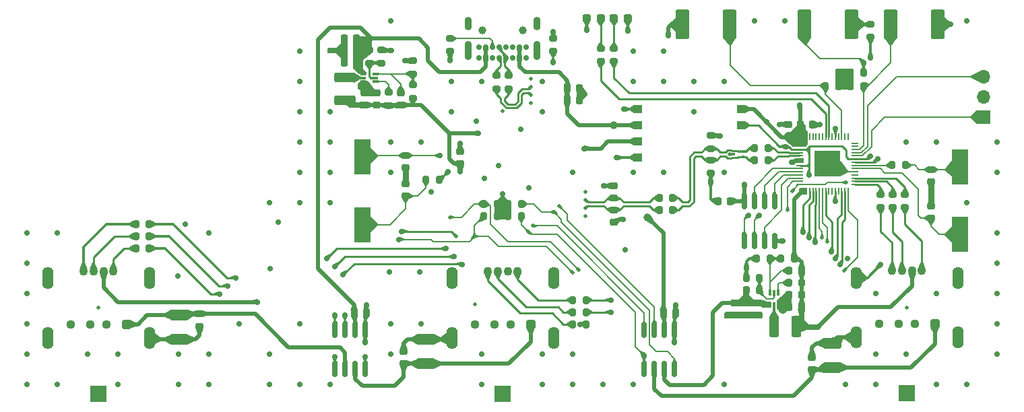
<source format=gbr>
%TF.GenerationSoftware,KiCad,Pcbnew,7.0.2-0*%
%TF.CreationDate,2024-03-07T21:22:06-08:00*%
%TF.ProjectId,led-usb-hub,6c65642d-7573-4622-9d68-75622e6b6963,rev?*%
%TF.SameCoordinates,Original*%
%TF.FileFunction,Copper,L1,Top*%
%TF.FilePolarity,Positive*%
%FSLAX46Y46*%
G04 Gerber Fmt 4.6, Leading zero omitted, Abs format (unit mm)*
G04 Created by KiCad (PCBNEW 7.0.2-0) date 2024-03-07 21:22:06*
%MOMM*%
%LPD*%
G01*
G04 APERTURE LIST*
G04 Aperture macros list*
%AMRoundRect*
0 Rectangle with rounded corners*
0 $1 Rounding radius*
0 $2 $3 $4 $5 $6 $7 $8 $9 X,Y pos of 4 corners*
0 Add a 4 corners polygon primitive as box body*
4,1,4,$2,$3,$4,$5,$6,$7,$8,$9,$2,$3,0*
0 Add four circle primitives for the rounded corners*
1,1,$1+$1,$2,$3*
1,1,$1+$1,$4,$5*
1,1,$1+$1,$6,$7*
1,1,$1+$1,$8,$9*
0 Add four rect primitives between the rounded corners*
20,1,$1+$1,$2,$3,$4,$5,0*
20,1,$1+$1,$4,$5,$6,$7,0*
20,1,$1+$1,$6,$7,$8,$9,0*
20,1,$1+$1,$8,$9,$2,$3,0*%
G04 Aperture macros list end*
%TA.AperFunction,SMDPad,CuDef*%
%ADD10R,0.449999X0.299999*%
%TD*%
%TA.AperFunction,SMDPad,CuDef*%
%ADD11RoundRect,0.225000X0.250000X-0.225000X0.250000X0.225000X-0.250000X0.225000X-0.250000X-0.225000X0*%
%TD*%
%TA.AperFunction,SMDPad,CuDef*%
%ADD12R,2.000000X4.500000*%
%TD*%
%TA.AperFunction,SMDPad,CuDef*%
%ADD13RoundRect,0.237500X-0.287500X-0.237500X0.287500X-0.237500X0.287500X0.237500X-0.287500X0.237500X0*%
%TD*%
%TA.AperFunction,SMDPad,CuDef*%
%ADD14RoundRect,0.200000X0.200000X0.275000X-0.200000X0.275000X-0.200000X-0.275000X0.200000X-0.275000X0*%
%TD*%
%TA.AperFunction,SMDPad,CuDef*%
%ADD15RoundRect,0.225000X-0.250000X0.225000X-0.250000X-0.225000X0.250000X-0.225000X0.250000X0.225000X0*%
%TD*%
%TA.AperFunction,SMDPad,CuDef*%
%ADD16R,1.000000X1.000000*%
%TD*%
%TA.AperFunction,SMDPad,CuDef*%
%ADD17RoundRect,0.225000X0.225000X0.250000X-0.225000X0.250000X-0.225000X-0.250000X0.225000X-0.250000X0*%
%TD*%
%TA.AperFunction,SMDPad,CuDef*%
%ADD18RoundRect,0.200000X-0.275000X0.200000X-0.275000X-0.200000X0.275000X-0.200000X0.275000X0.200000X0*%
%TD*%
%TA.AperFunction,SMDPad,CuDef*%
%ADD19RoundRect,0.237500X0.287500X0.237500X-0.287500X0.237500X-0.287500X-0.237500X0.287500X-0.237500X0*%
%TD*%
%TA.AperFunction,SMDPad,CuDef*%
%ADD20RoundRect,0.050000X0.050000X-0.387500X0.050000X0.387500X-0.050000X0.387500X-0.050000X-0.387500X0*%
%TD*%
%TA.AperFunction,SMDPad,CuDef*%
%ADD21RoundRect,0.050000X0.387500X-0.050000X0.387500X0.050000X-0.387500X0.050000X-0.387500X-0.050000X0*%
%TD*%
%TA.AperFunction,SMDPad,CuDef*%
%ADD22R,3.200000X3.200000*%
%TD*%
%TA.AperFunction,SMDPad,CuDef*%
%ADD23RoundRect,0.212500X0.637500X1.637500X-0.637500X1.637500X-0.637500X-1.637500X0.637500X-1.637500X0*%
%TD*%
%TA.AperFunction,SMDPad,CuDef*%
%ADD24RoundRect,0.225000X-0.225000X-0.250000X0.225000X-0.250000X0.225000X0.250000X-0.225000X0.250000X0*%
%TD*%
%TA.AperFunction,SMDPad,CuDef*%
%ADD25RoundRect,0.200000X0.275000X-0.200000X0.275000X0.200000X-0.275000X0.200000X-0.275000X-0.200000X0*%
%TD*%
%TA.AperFunction,SMDPad,CuDef*%
%ADD26R,0.700000X0.340000*%
%TD*%
%TA.AperFunction,SMDPad,CuDef*%
%ADD27RoundRect,0.200000X-0.200000X-0.275000X0.200000X-0.275000X0.200000X0.275000X-0.200000X0.275000X0*%
%TD*%
%TA.AperFunction,SMDPad,CuDef*%
%ADD28RoundRect,0.250000X0.925000X-0.412500X0.925000X0.412500X-0.925000X0.412500X-0.925000X-0.412500X0*%
%TD*%
%TA.AperFunction,ComponentPad*%
%ADD29C,0.700000*%
%TD*%
%TA.AperFunction,ComponentPad*%
%ADD30O,0.900000X2.400000*%
%TD*%
%TA.AperFunction,ComponentPad*%
%ADD31O,0.900000X1.700000*%
%TD*%
%TA.AperFunction,ComponentPad*%
%ADD32RoundRect,0.141000X-0.423000X-0.423000X0.423000X-0.423000X0.423000X0.423000X-0.423000X0.423000X0*%
%TD*%
%TA.AperFunction,ComponentPad*%
%ADD33C,1.128000*%
%TD*%
%TA.AperFunction,ComponentPad*%
%ADD34C,1.100000*%
%TD*%
%TA.AperFunction,ComponentPad*%
%ADD35O,1.408000X2.816000*%
%TD*%
%TA.AperFunction,ComponentPad*%
%ADD36R,2.100000X2.100000*%
%TD*%
%TA.AperFunction,SMDPad,CuDef*%
%ADD37RoundRect,0.150000X-0.150000X0.825000X-0.150000X-0.825000X0.150000X-0.825000X0.150000X0.825000X0*%
%TD*%
%TA.AperFunction,SMDPad,CuDef*%
%ADD38RoundRect,0.250000X-0.925000X0.412500X-0.925000X-0.412500X0.925000X-0.412500X0.925000X0.412500X0*%
%TD*%
%TA.AperFunction,SMDPad,CuDef*%
%ADD39RoundRect,0.150000X0.150000X-0.825000X0.150000X0.825000X-0.150000X0.825000X-0.150000X-0.825000X0*%
%TD*%
%TA.AperFunction,ComponentPad*%
%ADD40R,1.700000X1.700000*%
%TD*%
%TA.AperFunction,ComponentPad*%
%ADD41O,1.700000X1.700000*%
%TD*%
%TA.AperFunction,SMDPad,CuDef*%
%ADD42RoundRect,0.250000X-0.375000X-1.075000X0.375000X-1.075000X0.375000X1.075000X-0.375000X1.075000X0*%
%TD*%
%TA.AperFunction,SMDPad,CuDef*%
%ADD43RoundRect,0.250000X-1.075000X0.375000X-1.075000X-0.375000X1.075000X-0.375000X1.075000X0.375000X0*%
%TD*%
%TA.AperFunction,SMDPad,CuDef*%
%ADD44R,0.340000X0.700000*%
%TD*%
%TA.AperFunction,ViaPad*%
%ADD45C,1.000000*%
%TD*%
%TA.AperFunction,ViaPad*%
%ADD46C,0.700000*%
%TD*%
%TA.AperFunction,ViaPad*%
%ADD47C,0.500000*%
%TD*%
%TA.AperFunction,Conductor*%
%ADD48C,0.500000*%
%TD*%
%TA.AperFunction,Conductor*%
%ADD49C,0.350000*%
%TD*%
%TA.AperFunction,Conductor*%
%ADD50C,0.250000*%
%TD*%
%TA.AperFunction,Conductor*%
%ADD51C,0.200000*%
%TD*%
%TA.AperFunction,Conductor*%
%ADD52C,0.700000*%
%TD*%
%TA.AperFunction,Conductor*%
%ADD53C,0.267200*%
%TD*%
%TA.AperFunction,Conductor*%
%ADD54C,0.239000*%
%TD*%
%TA.AperFunction,Conductor*%
%ADD55C,0.300000*%
%TD*%
G04 APERTURE END LIST*
D10*
%TO.P,U8,1,IO1*%
%TO.N,U0+*%
X127194000Y-100522999D03*
%TO.P,U8,2,IO2*%
%TO.N,U0-*%
X127194000Y-99823001D03*
%TO.P,U8,3,GND*%
%TO.N,Earth*%
X126044000Y-100173000D03*
%TD*%
D11*
%TO.P,C23,1*%
%TO.N,+3V3_L*%
X91694000Y-101346000D03*
%TO.P,C23,2*%
%TO.N,Earth*%
X91694000Y-99796000D03*
%TD*%
D12*
%TO.P,Y1,1,1*%
%TO.N,/OSC_PI2*%
X154527400Y-101736000D03*
%TO.P,Y1,2,2*%
%TO.N,/OSC_PI1*%
X154527400Y-110236000D03*
%TD*%
D13*
%TO.P,D1,1,K*%
%TO.N,Earth*%
X107597000Y-83058000D03*
%TO.P,D1,2,A*%
%TO.N,/LED_PWR'*%
X109347000Y-83058000D03*
%TD*%
D14*
%TO.P,R17,1*%
%TO.N,/EN_REG_PI*%
X129286000Y-115697000D03*
%TO.P,R17,2*%
%TO.N,Earth*%
X127636000Y-115697000D03*
%TD*%
D15*
%TO.P,C18,1*%
%TO.N,+5V_0*%
X127699000Y-118872000D03*
%TO.P,C18,2*%
%TO.N,Earth*%
X127699000Y-120422000D03*
%TD*%
D14*
%TO.P,R20,1*%
%TO.N,OC1*%
X99377000Y-107950000D03*
%TO.P,R20,2*%
%TO.N,+3V3_L*%
X97727000Y-107950000D03*
%TD*%
D16*
%TO.P,TP6,1,1*%
%TO.N,Earth*%
X114046000Y-94488000D03*
%TD*%
D17*
%TO.P,C20,1*%
%TO.N,+3V3_PI*%
X134570000Y-114821000D03*
%TO.P,C20,2*%
%TO.N,/FB_REG_PI*%
X133020000Y-114821000D03*
%TD*%
D18*
%TO.P,R5,1*%
%TO.N,L1_B*%
X144526000Y-105220000D03*
%TO.P,R5,2*%
%TO.N,/L1_B'*%
X144526000Y-106870000D03*
%TD*%
D19*
%TO.P,D2,1,K*%
%TO.N,Earth*%
X112748000Y-83058000D03*
%TO.P,D2,2,A*%
%TO.N,/LED_USB'*%
X110998000Y-83058000D03*
%TD*%
D20*
%TO.P,U1,1,IOVDD*%
%TO.N,+3V3_PI*%
X135220400Y-104808700D03*
%TO.P,U1,2,GPIO0*%
%TO.N,L3_B*%
X135620400Y-104808700D03*
%TO.P,U1,3,GPIO1*%
%TO.N,L3_G*%
X136020400Y-104808700D03*
%TO.P,U1,4,GPIO2*%
%TO.N,L3_R*%
X136420400Y-104808700D03*
%TO.P,U1,5,GPIO3*%
%TO.N,OC3*%
X136820400Y-104808700D03*
%TO.P,U1,6,GPIO4*%
%TO.N,OC2*%
X137220400Y-104808700D03*
%TO.P,U1,7,GPIO5*%
%TO.N,L2_B*%
X137620400Y-104808700D03*
%TO.P,U1,8,GPIO6*%
%TO.N,unconnected-(U1-GPIO6-Pad8)*%
X138020400Y-104808700D03*
%TO.P,U1,9,GPIO7*%
%TO.N,unconnected-(U1-GPIO7-Pad9)*%
X138420400Y-104808700D03*
%TO.P,U1,10,IOVDD*%
%TO.N,+3V3_PI*%
X138820400Y-104808700D03*
%TO.P,U1,11,GPIO8*%
%TO.N,unconnected-(U1-GPIO8-Pad11)*%
X139220400Y-104808700D03*
%TO.P,U1,12,GPIO9*%
%TO.N,L2_G*%
X139620400Y-104808700D03*
%TO.P,U1,13,GPIO10*%
%TO.N,L2_R*%
X140020400Y-104808700D03*
%TO.P,U1,14,GPIO11*%
%TO.N,OC1*%
X140420400Y-104808700D03*
D21*
%TO.P,U1,15,GPIO12*%
%TO.N,L1_B*%
X141257900Y-103971200D03*
%TO.P,U1,16,GPIO13*%
%TO.N,L1_G*%
X141257900Y-103571200D03*
%TO.P,U1,17,GPIO14*%
%TO.N,L1_R*%
X141257900Y-103171200D03*
%TO.P,U1,18,GPIO15*%
%TO.N,unconnected-(U1-GPIO15-Pad18)*%
X141257900Y-102771200D03*
%TO.P,U1,19,TESTEN*%
%TO.N,Earth*%
X141257900Y-102371200D03*
%TO.P,U1,20,XIN*%
%TO.N,/OSC_PI1*%
X141257900Y-101971200D03*
%TO.P,U1,21,XOUT*%
%TO.N,/OSC_PI2'*%
X141257900Y-101571200D03*
%TO.P,U1,22,IOVDD*%
%TO.N,+3V3_PI*%
X141257900Y-101171200D03*
%TO.P,U1,23,DVDD*%
%TO.N,+1V1*%
X141257900Y-100771200D03*
%TO.P,U1,24,SWCLK*%
%TO.N,/SWCLK*%
X141257900Y-100371200D03*
%TO.P,U1,25,SWD*%
%TO.N,/SWDIO*%
X141257900Y-99971200D03*
%TO.P,U1,26,RUN*%
%TO.N,RESET*%
X141257900Y-99571200D03*
%TO.P,U1,27,GPIO16*%
%TO.N,unconnected-(U1-GPIO16-Pad27)*%
X141257900Y-99171200D03*
%TO.P,U1,28,GPIO17*%
%TO.N,unconnected-(U1-GPIO17-Pad28)*%
X141257900Y-98771200D03*
D20*
%TO.P,U1,29,GPIO18*%
%TO.N,unconnected-(U1-GPIO18-Pad29)*%
X140420400Y-97933700D03*
%TO.P,U1,30,GPIO19*%
%TO.N,unconnected-(U1-GPIO19-Pad30)*%
X140020400Y-97933700D03*
%TO.P,U1,31,GPIO20*%
%TO.N,/EN_LED*%
X139620400Y-97933700D03*
%TO.P,U1,32,GPIO21*%
%TO.N,unconnected-(U1-GPIO21-Pad32)*%
X139220400Y-97933700D03*
%TO.P,U1,33,IOVDD*%
%TO.N,+3V3_PI*%
X138820400Y-97933700D03*
%TO.P,U1,34,GPIO22*%
%TO.N,unconnected-(U1-GPIO22-Pad34)*%
X138420400Y-97933700D03*
%TO.P,U1,35,GPIO23*%
%TO.N,LED_USB*%
X138020400Y-97933700D03*
%TO.P,U1,36,GPIO24*%
%TO.N,LED_PWR*%
X137620400Y-97933700D03*
%TO.P,U1,37,GPIO25*%
%TO.N,unconnected-(U1-GPIO25-Pad37)*%
X137220400Y-97933700D03*
%TO.P,U1,38,GPIO26_ADC0*%
%TO.N,unconnected-(U1-GPIO26_ADC0-Pad38)*%
X136820400Y-97933700D03*
%TO.P,U1,39,GPIO27_ADC1*%
%TO.N,unconnected-(U1-GPIO27_ADC1-Pad39)*%
X136420400Y-97933700D03*
%TO.P,U1,40,GPIO28_ADC2*%
%TO.N,unconnected-(U1-GPIO28_ADC2-Pad40)*%
X136020400Y-97933700D03*
%TO.P,U1,41,GPIO29_ADC3*%
%TO.N,unconnected-(U1-GPIO29_ADC3-Pad41)*%
X135620400Y-97933700D03*
%TO.P,U1,42,IOVDD*%
%TO.N,+3V3_PI*%
X135220400Y-97933700D03*
D21*
%TO.P,U1,43,ADC_AVDD*%
X134382900Y-98771200D03*
%TO.P,U1,44,VREG_IN*%
X134382900Y-99171200D03*
%TO.P,U1,45,VREG_VOUT*%
%TO.N,+1V1*%
X134382900Y-99571200D03*
%TO.P,U1,46,USB_DM*%
%TO.N,/U0''-*%
X134382900Y-99971200D03*
%TO.P,U1,47,USB_DP*%
%TO.N,/U0''+*%
X134382900Y-100371200D03*
%TO.P,U1,48,USB_VDD*%
%TO.N,+3V3_PI*%
X134382900Y-100771200D03*
%TO.P,U1,49,IOVDD*%
X134382900Y-101171200D03*
%TO.P,U1,50,DVDD*%
%TO.N,+1V1*%
X134382900Y-101571200D03*
%TO.P,U1,51,QSPI_SD3*%
%TO.N,QSPI3*%
X134382900Y-101971200D03*
%TO.P,U1,52,QSPI_SCLK*%
%TO.N,QSPI5*%
X134382900Y-102371200D03*
%TO.P,U1,53,QSPI_SD0*%
%TO.N,QSPI0*%
X134382900Y-102771200D03*
%TO.P,U1,54,QSPI_SD2*%
%TO.N,QSPI2*%
X134382900Y-103171200D03*
%TO.P,U1,55,QSPI_SD1*%
%TO.N,QSPI1*%
X134382900Y-103571200D03*
%TO.P,U1,56,QSPI_SS*%
%TO.N,BOOTSEL*%
X134382900Y-103971200D03*
D22*
%TO.P,U1,57,GND*%
%TO.N,Earth*%
X137820400Y-101371200D03*
%TD*%
D11*
%TO.P,C8,1*%
%TO.N,+5V_2*%
X84582000Y-126505000D03*
%TO.P,C8,2*%
%TO.N,Earth*%
X84582000Y-124955000D03*
%TD*%
%TO.P,C47,1*%
%TO.N,/OSC_PI1*%
X150876000Y-108217000D03*
%TO.P,C47,2*%
%TO.N,Earth*%
X150876000Y-106667000D03*
%TD*%
D23*
%TO.P,SW3,1,1*%
%TO.N,/EN_LED*%
X125530400Y-83820000D03*
%TO.P,SW3,2,2*%
%TO.N,Earth*%
X119630400Y-83820000D03*
%TD*%
D16*
%TO.P,TP5,1,1*%
%TO.N,PWR_ON*%
X114046000Y-100584000D03*
%TD*%
D24*
%TO.P,C1,1*%
%TO.N,VUSB*%
X105130000Y-91821000D03*
%TO.P,C1,2*%
%TO.N,Earth*%
X106680000Y-91821000D03*
%TD*%
D18*
%TO.P,R29,1*%
%TO.N,U0+*%
X123190000Y-100885000D03*
%TO.P,R29,2*%
%TO.N,Earth*%
X123190000Y-102535000D03*
%TD*%
D17*
%TO.P,C4,1*%
%TO.N,Earth*%
X79896000Y-120142000D03*
%TO.P,C4,2*%
%TO.N,VUSB*%
X78346000Y-120142000D03*
%TD*%
D15*
%TO.P,C10,1*%
%TO.N,+5V_3*%
X58928000Y-120256000D03*
%TO.P,C10,2*%
%TO.N,Earth*%
X58928000Y-121806000D03*
%TD*%
D25*
%TO.P,R13,1*%
%TO.N,/EN_REG_L*%
X81788000Y-88709000D03*
%TO.P,R13,2*%
%TO.N,Earth*%
X81788000Y-87059000D03*
%TD*%
D11*
%TO.P,C29,1*%
%TO.N,/U0'-*%
X110972600Y-105664000D03*
%TO.P,C29,2*%
%TO.N,Earth*%
X110972600Y-104114000D03*
%TD*%
D26*
%TO.P,U4,1,VIN*%
%TO.N,VUSB*%
X79514000Y-90051000D03*
%TO.P,U4,2,SW*%
%TO.N,/SW_REG_L*%
X79514000Y-90551000D03*
%TO.P,U4,3,GND*%
%TO.N,Earth*%
X79514000Y-91051000D03*
%TO.P,U4,4,PG*%
%TO.N,/PG_REG_L*%
X81014000Y-91051000D03*
%TO.P,U4,5,EN*%
%TO.N,/EN_REG_L*%
X81014000Y-90551000D03*
%TO.P,U4,6,FB*%
%TO.N,/FB_REG_L*%
X81014000Y-90051000D03*
%TD*%
D27*
%TO.P,R43,1*%
%TO.N,U0+*%
X128715000Y-100935000D03*
%TO.P,R43,2*%
%TO.N,/U0''+*%
X130365000Y-100935000D03*
%TD*%
D24*
%TO.P,C46,1*%
%TO.N,+3V3_PI*%
X134403800Y-96469000D03*
%TO.P,C46,2*%
%TO.N,Earth*%
X135953800Y-96469000D03*
%TD*%
D16*
%TO.P,TP3,1,1*%
%TO.N,+3V3_L*%
X114046000Y-98552000D03*
%TD*%
D27*
%TO.P,R16,1*%
%TO.N,+5V_0*%
X127636000Y-117221000D03*
%TO.P,R16,2*%
%TO.N,/EN_REG_PI*%
X129286000Y-117221000D03*
%TD*%
D25*
%TO.P,R54,1*%
%TO.N,LED_USB*%
X110998000Y-88518000D03*
%TO.P,R54,2*%
%TO.N,/LED_USB'*%
X110998000Y-86868000D03*
%TD*%
D15*
%TO.P,C48,1*%
%TO.N,/OSC_PI2*%
X150876000Y-102095000D03*
%TO.P,C48,2*%
%TO.N,Earth*%
X150876000Y-103645000D03*
%TD*%
D25*
%TO.P,R50,1*%
%TO.N,Earth*%
X143256000Y-85470000D03*
%TO.P,R50,2*%
%TO.N,/BOOTSEL'*%
X143256000Y-83820000D03*
%TD*%
D24*
%TO.P,C2,1*%
%TO.N,VUSB*%
X105130000Y-93345000D03*
%TO.P,C2,2*%
%TO.N,Earth*%
X106680000Y-93345000D03*
%TD*%
D14*
%TO.P,R46,1*%
%TO.N,+3V3_PI*%
X134620000Y-116345000D03*
%TO.P,R46,2*%
%TO.N,/PG_REG_PI*%
X132970000Y-116345000D03*
%TD*%
D28*
%TO.P,C7,1*%
%TO.N,+5V_2*%
X87376000Y-126517500D03*
%TO.P,C7,2*%
%TO.N,Earth*%
X87376000Y-123442500D03*
%TD*%
D14*
%TO.P,R6,1*%
%TO.N,L2_R*%
X107505000Y-118491000D03*
%TO.P,R6,2*%
%TO.N,/L2_R'*%
X105855000Y-118491000D03*
%TD*%
D15*
%TO.P,C19,1*%
%TO.N,+5V_0*%
X126175000Y-118872000D03*
%TO.P,C19,2*%
%TO.N,Earth*%
X126175000Y-120422000D03*
%TD*%
D14*
%TO.P,R9,1*%
%TO.N,L3_R*%
X52578000Y-112014000D03*
%TO.P,R9,2*%
%TO.N,/L3_R'*%
X50928000Y-112014000D03*
%TD*%
D25*
%TO.P,R15,1*%
%TO.N,/FB_REG_L*%
X85725000Y-90046607D03*
%TO.P,R15,2*%
%TO.N,Earth*%
X85725000Y-88396607D03*
%TD*%
D29*
%TO.P,J1,A1,GND*%
%TO.N,Earth*%
X100003000Y-88088000D03*
%TO.P,J1,A4,VBUS*%
%TO.N,VUSB*%
X99153000Y-88088000D03*
%TO.P,J1,A5,CC1*%
%TO.N,/CC1*%
X98303000Y-88088000D03*
%TO.P,J1,A6,D+*%
%TO.N,UD+*%
X97453000Y-88088000D03*
%TO.P,J1,A7,D-*%
%TO.N,UD-*%
X96603000Y-88088000D03*
%TO.P,J1,A8,SBU1*%
%TO.N,unconnected-(J1-SBU1-PadA8)*%
X95753000Y-88088000D03*
%TO.P,J1,A9,VBUS*%
%TO.N,VUSB*%
X94903000Y-88088000D03*
%TO.P,J1,A12,GND*%
%TO.N,Earth*%
X94053000Y-88088000D03*
%TO.P,J1,B1,GND*%
X94053000Y-86738000D03*
%TO.P,J1,B4,VBUS*%
%TO.N,VUSB*%
X94903000Y-86738000D03*
%TO.P,J1,B5,CC2*%
%TO.N,/CC2*%
X95753000Y-86738000D03*
%TO.P,J1,B6,D+*%
%TO.N,UD+*%
X96603000Y-86738000D03*
%TO.P,J1,B7,D-*%
%TO.N,UD-*%
X97453000Y-86738000D03*
%TO.P,J1,B8,SBU2*%
%TO.N,unconnected-(J1-SBU2-PadB8)*%
X98303000Y-86738000D03*
%TO.P,J1,B9,VBUS*%
%TO.N,VUSB*%
X99153000Y-86738000D03*
%TO.P,J1,B12,GND*%
%TO.N,Earth*%
X100003000Y-86738000D03*
D30*
%TO.P,J1,S1,SHIELD*%
%TO.N,unconnected-(J1-SHIELD-PadS1)*%
X101353000Y-87108000D03*
D31*
%TO.P,J1,S2,SHIELD*%
%TO.N,unconnected-(J1-SHIELD-PadS2)*%
X101353000Y-83728000D03*
%TO.P,J1,S3,SHIELD*%
%TO.N,unconnected-(J1-SHIELD-PadS3)*%
X92703000Y-83728000D03*
D30*
%TO.P,J1,S4,SHIELD*%
%TO.N,unconnected-(J1-SHIELD-PadS4)*%
X92703000Y-87108000D03*
%TD*%
D27*
%TO.P,R27,1*%
%TO.N,/U0'+*%
X116714000Y-107188000D03*
%TO.P,R27,2*%
%TO.N,U0+*%
X118364000Y-107188000D03*
%TD*%
%TO.P,R22,1*%
%TO.N,OC3*%
X94679000Y-106426000D03*
%TO.P,R22,2*%
%TO.N,+3V3_L*%
X96329000Y-106426000D03*
%TD*%
D32*
%TO.P,J2,1,VBUS*%
%TO.N,+5V_1*%
X151328000Y-121496000D03*
D33*
%TO.P,J2,2,D-*%
%TO.N,U1-*%
X148828000Y-121496000D03*
%TO.P,J2,3,D+*%
%TO.N,U1+*%
X146828000Y-121496000D03*
%TO.P,J2,4,GND*%
%TO.N,Earth*%
X144328000Y-121496000D03*
D34*
%TO.P,J2,B*%
%TO.N,/L1_B'*%
X145953000Y-114836000D03*
%TO.P,J2,G*%
%TO.N,/L1_G'*%
X147203000Y-114836000D03*
%TO.P,J2,R*%
%TO.N,/L1_R'*%
X149703000Y-114836000D03*
D35*
%TO.P,J2,S1,SHIELD*%
%TO.N,Earth*%
X141428000Y-123216000D03*
%TO.P,J2,S2,SHIELD*%
X154228000Y-123216000D03*
%TO.P,J2,S3,SHIELD*%
X141428000Y-115716000D03*
%TO.P,J2,S4,SHIELD*%
X154228000Y-115716000D03*
D36*
%TO.P,J2,S5,SHIELD*%
X147828000Y-130256000D03*
D34*
%TO.P,J2,V*%
%TO.N,+3V3_PI*%
X148453000Y-114836000D03*
%TD*%
D14*
%TO.P,R8,1*%
%TO.N,L2_B*%
X107505000Y-121539000D03*
%TO.P,R8,2*%
%TO.N,/L2_B'*%
X105855000Y-121539000D03*
%TD*%
D11*
%TO.P,C6,1*%
%TO.N,+5V_1*%
X135890000Y-127267000D03*
%TO.P,C6,2*%
%TO.N,Earth*%
X135890000Y-125717000D03*
%TD*%
D18*
%TO.P,R12,1*%
%TO.N,VUSB*%
X80264000Y-87059000D03*
%TO.P,R12,2*%
%TO.N,/EN_REG_L*%
X80264000Y-88709000D03*
%TD*%
D14*
%TO.P,R11,1*%
%TO.N,L3_B*%
X52578000Y-108966000D03*
%TO.P,R11,2*%
%TO.N,/L3_B'*%
X50928000Y-108966000D03*
%TD*%
%TO.P,R47,1*%
%TO.N,/OSC_PI2*%
X147637000Y-101549000D03*
%TO.P,R47,2*%
%TO.N,/OSC_PI2'*%
X145987000Y-101549000D03*
%TD*%
D17*
%TO.P,C21,1*%
%TO.N,+3V3_PI*%
X134583000Y-119393000D03*
%TO.P,C21,2*%
%TO.N,Earth*%
X133033000Y-119393000D03*
%TD*%
D14*
%TO.P,R19,1*%
%TO.N,/FB_REG_PI*%
X130619000Y-113297000D03*
%TO.P,R19,2*%
%TO.N,Earth*%
X128969000Y-113297000D03*
%TD*%
D37*
%TO.P,U3,1,GND*%
%TO.N,Earth*%
X79756000Y-122239000D03*
%TO.P,U3,2,IN1*%
%TO.N,VUSB*%
X78486000Y-122239000D03*
%TO.P,U3,3,~{EN1}*%
%TO.N,PWR_EN2*%
X77216000Y-122239000D03*
%TO.P,U3,4,~{EN2}*%
%TO.N,PWR_EN3*%
X75946000Y-122239000D03*
%TO.P,U3,5,~{OC2}*%
%TO.N,OC3*%
X75946000Y-127189000D03*
%TO.P,U3,6,OUT2*%
%TO.N,+5V_3*%
X77216000Y-127189000D03*
%TO.P,U3,7,OUT1*%
%TO.N,+5V_2*%
X78486000Y-127189000D03*
%TO.P,U3,8,~{OC1}*%
%TO.N,OC2*%
X79756000Y-127189000D03*
%TD*%
D23*
%TO.P,SW1,1,1*%
%TO.N,Earth*%
X151674200Y-83820000D03*
%TO.P,SW1,2,2*%
%TO.N,RESET*%
X145774200Y-83820000D03*
%TD*%
D38*
%TO.P,C9,1*%
%TO.N,+5V_3*%
X56388000Y-120382500D03*
%TO.P,C9,2*%
%TO.N,Earth*%
X56388000Y-123457500D03*
%TD*%
D18*
%TO.P,R4,1*%
%TO.N,L1_G*%
X146050000Y-105220000D03*
%TO.P,R4,2*%
%TO.N,/L1_G'*%
X146050000Y-106870000D03*
%TD*%
D27*
%TO.P,R23,1*%
%TO.N,OC2*%
X94679000Y-107950000D03*
%TO.P,R23,2*%
%TO.N,+3V3_L*%
X96329000Y-107950000D03*
%TD*%
D25*
%TO.P,R26,1*%
%TO.N,/UD'-*%
X96266000Y-91919000D03*
%TO.P,R26,2*%
%TO.N,UD-*%
X96266000Y-90269000D03*
%TD*%
D23*
%TO.P,SW2,1,1*%
%TO.N,/BOOTSEL'*%
X140875600Y-83820000D03*
%TO.P,SW2,2,2*%
%TO.N,BOOTSEL*%
X134975600Y-83820000D03*
%TD*%
D37*
%TO.P,U2,1,GND*%
%TO.N,Earth*%
X118618000Y-122239000D03*
%TO.P,U2,2,IN1*%
%TO.N,VUSB*%
X117348000Y-122239000D03*
%TO.P,U2,3,~{EN1}*%
%TO.N,PWR_EN0*%
X116078000Y-122239000D03*
%TO.P,U2,4,~{EN2}*%
%TO.N,PWR_EN1*%
X114808000Y-122239000D03*
%TO.P,U2,5,~{OC2}*%
%TO.N,OC1*%
X114808000Y-127189000D03*
%TO.P,U2,6,OUT2*%
%TO.N,+5V_1*%
X116078000Y-127189000D03*
%TO.P,U2,7,OUT1*%
%TO.N,+5V_0*%
X117348000Y-127189000D03*
%TO.P,U2,8,~{OC1}*%
%TO.N,OC0*%
X118618000Y-127189000D03*
%TD*%
D15*
%TO.P,C49,1*%
%TO.N,/OSC_USB1*%
X84836000Y-100304000D03*
%TO.P,C49,2*%
%TO.N,Earth*%
X84836000Y-101854000D03*
%TD*%
D17*
%TO.P,C12,1*%
%TO.N,VUSB*%
X78639000Y-87122000D03*
%TO.P,C12,2*%
%TO.N,Earth*%
X77089000Y-87122000D03*
%TD*%
D16*
%TO.P,TP1,1,1*%
%TO.N,VUSB*%
X114046000Y-96520000D03*
%TD*%
D14*
%TO.P,R7,1*%
%TO.N,L2_G*%
X107505000Y-120015000D03*
%TO.P,R7,2*%
%TO.N,/L2_G'*%
X105855000Y-120015000D03*
%TD*%
D25*
%TO.P,R30,1*%
%TO.N,U0-*%
X123190000Y-99461000D03*
%TO.P,R30,2*%
%TO.N,Earth*%
X123190000Y-97811000D03*
%TD*%
D27*
%TO.P,R28,1*%
%TO.N,/U0'-*%
X116714000Y-105664000D03*
%TO.P,R28,2*%
%TO.N,U0-*%
X118364000Y-105664000D03*
%TD*%
D39*
%TO.P,U13,1,~{CS}*%
%TO.N,BOOTSEL*%
X127381000Y-111060000D03*
%TO.P,U13,2,DO(IO1)*%
%TO.N,QSPI1*%
X128651000Y-111060000D03*
%TO.P,U13,3,IO2*%
%TO.N,QSPI2*%
X129921000Y-111060000D03*
%TO.P,U13,4,GND*%
%TO.N,Earth*%
X131191000Y-111060000D03*
%TO.P,U13,5,DI(IO0)*%
%TO.N,QSPI0*%
X131191000Y-106110000D03*
%TO.P,U13,6,CLK*%
%TO.N,QSPI5*%
X129921000Y-106110000D03*
%TO.P,U13,7,IO3*%
%TO.N,QSPI3*%
X128651000Y-106110000D03*
%TO.P,U13,8,VCC*%
%TO.N,+3V3_PI*%
X127381000Y-106110000D03*
%TD*%
D17*
%TO.P,C3,1*%
%TO.N,Earth*%
X118758000Y-120142000D03*
%TO.P,C3,2*%
%TO.N,VUSB*%
X117208000Y-120142000D03*
%TD*%
%TO.P,C51,1*%
%TO.N,+3V3_PI*%
X125616000Y-106045000D03*
%TO.P,C51,2*%
%TO.N,Earth*%
X124066000Y-106045000D03*
%TD*%
%TO.P,C13,1*%
%TO.N,VUSB*%
X78639000Y-85598000D03*
%TO.P,C13,2*%
%TO.N,Earth*%
X77089000Y-85598000D03*
%TD*%
D11*
%TO.P,C50,1*%
%TO.N,/OSC_USB2*%
X84836000Y-105436000D03*
%TO.P,C50,2*%
%TO.N,Earth*%
X84836000Y-103886000D03*
%TD*%
D18*
%TO.P,R3,1*%
%TO.N,L1_R*%
X147574000Y-105220000D03*
%TO.P,R3,2*%
%TO.N,/L1_R'*%
X147574000Y-106870000D03*
%TD*%
D14*
%TO.P,R18,1*%
%TO.N,+3V3_PI*%
X133667000Y-113297000D03*
%TO.P,R18,2*%
%TO.N,/FB_REG_PI*%
X132017000Y-113297000D03*
%TD*%
D11*
%TO.P,C14,1*%
%TO.N,+3V3_L*%
X84201000Y-93993000D03*
%TO.P,C14,2*%
%TO.N,/FB_REG_L*%
X84201000Y-92443000D03*
%TD*%
%TO.P,C16,1*%
%TO.N,+3V3_L*%
X81153000Y-93993000D03*
%TO.P,C16,2*%
%TO.N,Earth*%
X81153000Y-92443000D03*
%TD*%
D16*
%TO.P,TP2,1,1*%
%TO.N,+3V3_PI*%
X126999000Y-94488000D03*
%TD*%
D11*
%TO.P,C15,1*%
%TO.N,+3V3_L*%
X79629000Y-93993000D03*
%TO.P,C15,2*%
%TO.N,Earth*%
X79629000Y-92443000D03*
%TD*%
D32*
%TO.P,J3,1,VBUS*%
%TO.N,+5V_2*%
X100528000Y-121542000D03*
D33*
%TO.P,J3,2,D-*%
%TO.N,U2-*%
X98028000Y-121542000D03*
%TO.P,J3,3,D+*%
%TO.N,U2+*%
X96028000Y-121542000D03*
%TO.P,J3,4,GND*%
%TO.N,Earth*%
X93528000Y-121542000D03*
D34*
%TO.P,J3,B*%
%TO.N,/L2_B'*%
X95153000Y-114882000D03*
%TO.P,J3,G*%
%TO.N,/L2_G'*%
X96403000Y-114882000D03*
%TO.P,J3,R*%
%TO.N,/L2_R'*%
X98903000Y-114882000D03*
D35*
%TO.P,J3,S1,SHIELD*%
%TO.N,Earth*%
X90628000Y-123262000D03*
%TO.P,J3,S2,SHIELD*%
X103428000Y-123262000D03*
%TO.P,J3,S3,SHIELD*%
X90628000Y-115762000D03*
%TO.P,J3,S4,SHIELD*%
X103428000Y-115762000D03*
D36*
%TO.P,J3,S5,SHIELD*%
X97028000Y-130302000D03*
D34*
%TO.P,J3,V*%
%TO.N,+3V3_PI*%
X97653000Y-114882000D03*
%TD*%
D17*
%TO.P,C22,1*%
%TO.N,+3V3_PI*%
X134583000Y-117869000D03*
%TO.P,C22,2*%
%TO.N,Earth*%
X133033000Y-117869000D03*
%TD*%
D14*
%TO.P,R10,1*%
%TO.N,L3_G*%
X52578000Y-110490000D03*
%TO.P,R10,2*%
%TO.N,/L3_G'*%
X50928000Y-110490000D03*
%TD*%
D25*
%TO.P,R45,1*%
%TO.N,+3V3_L*%
X82677000Y-94043000D03*
%TO.P,R45,2*%
%TO.N,/PG_REG_L*%
X82677000Y-92393000D03*
%TD*%
%TO.P,R14,1*%
%TO.N,+3V3_L*%
X85725000Y-93094607D03*
%TO.P,R14,2*%
%TO.N,/FB_REG_L*%
X85725000Y-91444607D03*
%TD*%
D28*
%TO.P,C5,1*%
%TO.N,+5V_1*%
X138430000Y-126987000D03*
%TO.P,C5,2*%
%TO.N,Earth*%
X138430000Y-123912000D03*
%TD*%
D27*
%TO.P,R44,1*%
%TO.N,U0-*%
X128715000Y-99411000D03*
%TO.P,R44,2*%
%TO.N,/U0''-*%
X130365000Y-99411000D03*
%TD*%
D40*
%TO.P,J5,1,Pin_1*%
%TO.N,/SWCLK*%
X157480000Y-95504000D03*
D41*
%TO.P,J5,2,Pin_2*%
%TO.N,Earth*%
X157480000Y-92964000D03*
%TO.P,J5,3,Pin_3*%
%TO.N,/SWDIO*%
X157480000Y-90424000D03*
%TD*%
D14*
%TO.P,R21,1*%
%TO.N,OC0*%
X99377000Y-106426000D03*
%TO.P,R21,2*%
%TO.N,+3V3_L*%
X97727000Y-106426000D03*
%TD*%
D42*
%TO.P,L2,1,1*%
%TO.N,/SW_REG_PI*%
X131137200Y-121793000D03*
%TO.P,L2,2,2*%
%TO.N,+3V3_PI*%
X133937200Y-121793000D03*
%TD*%
D25*
%TO.P,R25,1*%
%TO.N,/UD'+*%
X97790000Y-91919000D03*
%TO.P,R25,2*%
%TO.N,UD+*%
X97790000Y-90269000D03*
%TD*%
D17*
%TO.P,C11,1*%
%TO.N,VUSB*%
X78639000Y-88646000D03*
%TO.P,C11,2*%
%TO.N,Earth*%
X77089000Y-88646000D03*
%TD*%
D12*
%TO.P,Y2,1,1*%
%TO.N,/OSC_USB2*%
X79375000Y-109012000D03*
%TO.P,Y2,2,2*%
%TO.N,/OSC_USB1*%
X79375000Y-100512000D03*
%TD*%
D32*
%TO.P,J4,1,VBUS*%
%TO.N,+5V_3*%
X49728000Y-121542000D03*
D33*
%TO.P,J4,2,D-*%
%TO.N,U3-*%
X47228000Y-121542000D03*
%TO.P,J4,3,D+*%
%TO.N,U3+*%
X45228000Y-121542000D03*
%TO.P,J4,4,GND*%
%TO.N,Earth*%
X42728000Y-121542000D03*
D34*
%TO.P,J4,B*%
%TO.N,/L3_B'*%
X44353000Y-114882000D03*
%TO.P,J4,G*%
%TO.N,/L3_G'*%
X45603000Y-114882000D03*
%TO.P,J4,R*%
%TO.N,/L3_R'*%
X48103000Y-114882000D03*
D35*
%TO.P,J4,S1,SHIELD*%
%TO.N,Earth*%
X39828000Y-123262000D03*
%TO.P,J4,S2,SHIELD*%
X52628000Y-123262000D03*
%TO.P,J4,S3,SHIELD*%
X39828000Y-115762000D03*
%TO.P,J4,S4,SHIELD*%
X52628000Y-115762000D03*
D36*
%TO.P,J4,S5,SHIELD*%
X46228000Y-130302000D03*
D34*
%TO.P,J4,V*%
%TO.N,+3V3_PI*%
X46853000Y-114882000D03*
%TD*%
D25*
%TO.P,R1,1*%
%TO.N,Earth*%
X90424000Y-87248000D03*
%TO.P,R1,2*%
%TO.N,/CC2*%
X90424000Y-85598000D03*
%TD*%
D11*
%TO.P,C42,1*%
%TO.N,+3V3_PI*%
X132918200Y-97993800D03*
%TO.P,C42,2*%
%TO.N,Earth*%
X132918200Y-96443800D03*
%TD*%
D15*
%TO.P,C17,1*%
%TO.N,+5V_0*%
X129223000Y-118872000D03*
%TO.P,C17,2*%
%TO.N,Earth*%
X129223000Y-120422000D03*
%TD*%
%TO.P,C28,1*%
%TO.N,/U0'+*%
X110972600Y-107188000D03*
%TO.P,C28,2*%
%TO.N,Earth*%
X110972600Y-108738000D03*
%TD*%
D43*
%TO.P,L1,1,1*%
%TO.N,/SW_REG_L*%
X77216000Y-90548000D03*
%TO.P,L1,2,2*%
%TO.N,+3V3_L*%
X77216000Y-93348000D03*
%TD*%
D16*
%TO.P,TP4,1,1*%
%TO.N,+1V1*%
X126999000Y-96520000D03*
%TD*%
D14*
%TO.P,R49,1*%
%TO.N,RESET*%
X142367000Y-91567000D03*
%TO.P,R49,2*%
%TO.N,+3V3_PI*%
X140717000Y-91567000D03*
%TD*%
D25*
%TO.P,R53,1*%
%TO.N,LED_PWR*%
X109347000Y-88518000D03*
%TO.P,R53,2*%
%TO.N,/LED_PWR'*%
X109347000Y-86868000D03*
%TD*%
D18*
%TO.P,R2,1*%
%TO.N,Earth*%
X103378000Y-85598000D03*
%TO.P,R2,2*%
%TO.N,/CC1*%
X103378000Y-87248000D03*
%TD*%
D14*
%TO.P,R52,1*%
%TO.N,+3V3_PI*%
X139255000Y-91567000D03*
%TO.P,R52,2*%
%TO.N,/EN_LED*%
X137605000Y-91567000D03*
%TD*%
%TO.P,R51,1*%
%TO.N,BOOTSEL*%
X142367000Y-89916000D03*
%TO.P,R51,2*%
%TO.N,+3V3_PI*%
X140717000Y-89916000D03*
%TD*%
D44*
%TO.P,U5,1,VIN*%
%TO.N,+5V_0*%
X130628000Y-119127000D03*
%TO.P,U5,2,SW*%
%TO.N,/SW_REG_PI*%
X131128000Y-119127000D03*
%TO.P,U5,3,GND*%
%TO.N,Earth*%
X131628000Y-119127000D03*
%TO.P,U5,4,PG*%
%TO.N,/PG_REG_PI*%
X131628000Y-117627000D03*
%TO.P,U5,5,EN*%
%TO.N,/EN_REG_PI*%
X131128000Y-117627000D03*
%TO.P,U5,6,FB*%
%TO.N,/FB_REG_PI*%
X130628000Y-117627000D03*
%TD*%
D27*
%TO.P,R48,1*%
%TO.N,/OSC_USB2*%
X87376000Y-103378000D03*
%TO.P,R48,2*%
%TO.N,/OSC_USB2'*%
X89026000Y-103378000D03*
%TD*%
D45*
%TO.N,VUSB*%
X115189000Y-108077000D03*
X110998000Y-96520000D03*
D46*
%TO.N,Earth*%
X94413000Y-125322501D03*
X41073000Y-110082501D03*
X150876000Y-105156000D03*
X71553000Y-98652501D03*
X60123000Y-129132501D03*
X67743000Y-106272501D03*
X117273000Y-102462501D03*
X56313000Y-129132501D03*
X75311000Y-87122000D03*
X56197000Y-115523000D03*
X143256000Y-88011000D03*
X102033000Y-125322501D03*
X155373000Y-83412501D03*
X82804000Y-114935000D03*
X124333000Y-97866000D03*
X102033000Y-94842501D03*
X123190000Y-103632000D03*
X37263000Y-117702501D03*
X79883000Y-119126000D03*
X137033000Y-100584000D03*
X159183000Y-110082501D03*
D45*
X99568000Y-84582000D03*
D46*
X86793000Y-98652501D03*
X127635000Y-114427000D03*
X75363000Y-106272501D03*
X103378000Y-84709000D03*
X94742000Y-103181686D03*
D47*
X46228000Y-119502800D03*
D46*
X37263000Y-125322501D03*
X151563000Y-98652501D03*
X82983000Y-83412501D03*
X132204000Y-111074000D03*
X132207000Y-119888000D03*
X90603000Y-91032501D03*
X71553000Y-129132501D03*
X90603000Y-94842501D03*
X143943000Y-129132501D03*
X48693000Y-125322501D03*
X159183000Y-125322501D03*
X155373000Y-106272501D03*
X143943000Y-117702501D03*
X84836000Y-102870000D03*
X144526000Y-114046000D03*
X107315000Y-92583000D03*
X112776000Y-84645500D03*
X83058000Y-87122000D03*
X117856000Y-85217000D03*
X113463000Y-91032501D03*
X151563000Y-117702501D03*
D47*
X125526800Y-100173000D03*
X93573600Y-119047501D03*
D46*
X94413000Y-129132501D03*
X37263000Y-110082501D03*
X121083000Y-94842501D03*
D45*
X94488000Y-84582000D03*
D46*
X159183000Y-98652501D03*
X136906000Y-96469000D03*
X105843000Y-129132501D03*
X71553000Y-87222501D03*
X128703000Y-83412501D03*
X82983000Y-121512501D03*
X75363000Y-102462501D03*
X138684000Y-100584000D03*
X159183000Y-117702501D03*
X41073000Y-129132501D03*
X109728000Y-104140000D03*
X82983000Y-98652501D03*
X140133000Y-129132501D03*
X153289000Y-83820000D03*
X99314000Y-97028000D03*
X79756000Y-123825000D03*
X96520000Y-101600000D03*
X71553000Y-102462501D03*
X113463000Y-129132501D03*
X37263000Y-121512501D03*
X159183000Y-113892501D03*
X48693000Y-129132501D03*
X112141000Y-108331000D03*
X121083000Y-91032501D03*
X75363000Y-94842501D03*
X159183000Y-121512501D03*
X132513000Y-83412501D03*
X143943000Y-125322501D03*
X86614000Y-114935000D03*
X117273000Y-91032501D03*
X118618000Y-123825000D03*
X124893000Y-91032501D03*
X102033000Y-91032501D03*
X67743000Y-129132501D03*
X124893000Y-129132501D03*
X56313000Y-125322501D03*
X37263000Y-113892501D03*
X118745000Y-119132500D03*
X68834000Y-108718500D03*
X86793000Y-121512501D03*
X79121000Y-91668600D03*
D47*
X100584000Y-93726000D03*
D46*
X125209000Y-120422000D03*
X159183000Y-102462501D03*
X82983000Y-125322501D03*
X137820400Y-101371200D03*
X151563000Y-129132501D03*
X109653000Y-129132501D03*
X147753000Y-125322501D03*
X60123000Y-110082501D03*
X88011000Y-104902000D03*
X37263000Y-129132501D03*
D47*
X107442000Y-107950000D03*
D46*
X71553000Y-121512501D03*
X124893000Y-102462501D03*
X90424000Y-88392000D03*
X75363000Y-98652501D03*
X93726000Y-96012000D03*
X105843000Y-125322501D03*
D47*
X97028000Y-94738500D03*
D46*
X91694000Y-98806000D03*
X71553000Y-106272501D03*
X147753000Y-98652501D03*
X131826000Y-96393000D03*
X82983000Y-102462501D03*
D47*
X107442000Y-104902000D03*
D46*
X113463000Y-102462501D03*
X105843000Y-102462501D03*
X60123000Y-125322501D03*
X63933000Y-121512501D03*
X113463000Y-87222501D03*
X67818000Y-114554000D03*
X140335000Y-113284000D03*
X107569000Y-84582000D03*
X71553000Y-94842501D03*
X117273000Y-87222501D03*
X137033000Y-102235000D03*
X75363000Y-129132501D03*
X100330000Y-104394000D03*
D47*
X100584000Y-90678000D03*
D46*
X155373000Y-129132501D03*
X44883000Y-125322501D03*
X112395000Y-112175000D03*
X57150000Y-108966000D03*
X102033000Y-129132501D03*
X71553000Y-91032501D03*
D47*
X147828000Y-119456800D03*
D46*
X112268000Y-94488000D03*
X94413000Y-91032501D03*
X67743000Y-125322501D03*
X84709000Y-88396607D03*
X138684000Y-102235000D03*
%TO.N,+1V1*%
X132588000Y-99187000D03*
X143256000Y-100406000D03*
X135509000Y-102819000D03*
%TO.N,+3V3_L*%
X107289600Y-99441000D03*
X93980000Y-97536000D03*
X97028000Y-105156000D03*
X91694000Y-102362000D03*
D47*
%TO.N,/U0'+*%
X107442000Y-106934000D03*
%TO.N,/U0'-*%
X107442000Y-105918000D03*
D46*
%TO.N,L2_R*%
X139446000Y-114046000D03*
X110617000Y-118491000D03*
%TO.N,L2_G*%
X110617000Y-120015000D03*
X138811000Y-113284000D03*
%TO.N,L2_B*%
X106754500Y-121539000D03*
X138303000Y-112395000D03*
%TO.N,L3_R*%
X76962000Y-115316000D03*
X91948000Y-114046000D03*
X61468000Y-117729000D03*
X136271000Y-111252000D03*
%TO.N,L3_G*%
X75946000Y-114300000D03*
X90932000Y-113030000D03*
X62484000Y-116713000D03*
X135509000Y-110617000D03*
%TO.N,L3_B*%
X74930000Y-113284000D03*
X63500000Y-115697000D03*
X134747000Y-109982000D03*
X89916000Y-112014000D03*
D47*
%TO.N,OC1*%
X100330000Y-109982000D03*
X139954000Y-114808000D03*
D46*
X114808000Y-125476000D03*
%TO.N,OC2*%
X83947000Y-110871000D03*
D47*
X105791000Y-115062000D03*
D46*
X79756000Y-125603000D03*
D47*
X137795000Y-111125000D03*
X93472000Y-110473500D03*
%TO.N,OC3*%
X106553000Y-114681000D03*
X137160000Y-110617000D03*
X90424000Y-108077000D03*
D46*
X75946000Y-125603000D03*
D47*
%TO.N,BOOTSEL*%
X140208000Y-103708000D03*
D46*
X142367000Y-88646000D03*
D47*
X133391500Y-104775000D03*
D46*
X127889000Y-107823000D03*
%TO.N,QSPI1*%
X129286000Y-107823000D03*
D47*
X132842000Y-107188000D03*
%TO.N,PWR_EN0*%
X104140000Y-106680000D03*
%TO.N,PWR_EN1*%
X100838000Y-109169200D03*
D46*
%TO.N,PWR_EN2*%
X77216000Y-120396000D03*
D47*
X91186000Y-110490000D03*
D46*
X84328000Y-109855000D03*
%TO.N,PWR_ON*%
X111302800Y-100584000D03*
D47*
%TO.N,/UD'+*%
X100584000Y-91694000D03*
%TO.N,/UD'-*%
X100584000Y-92710000D03*
D46*
%TO.N,PWR_EN3*%
X75946000Y-120396000D03*
D47*
%TO.N,OC0*%
X103505000Y-107442000D03*
D46*
%TO.N,+3V3_PI*%
X127381000Y-103962000D03*
X66167000Y-118745000D03*
X138811000Y-106121200D03*
X136652000Y-121920000D03*
X134366000Y-93980000D03*
X133350000Y-101168000D03*
X144145000Y-100787000D03*
X134650000Y-104808700D03*
X138820400Y-96901000D03*
X139319000Y-89916000D03*
X130175000Y-96088000D03*
X133858000Y-97536000D03*
%TO.N,/OSC_USB1*%
X89154000Y-100330000D03*
%TO.N,/CC1*%
X103378000Y-88646000D03*
%TO.N,/OSC_USB2'*%
X90170000Y-102362000D03*
%TD*%
D48*
%TO.N,VUSB*%
X94903000Y-88088000D02*
X94903000Y-89132700D01*
X99153000Y-86738000D02*
X99153000Y-88088000D01*
X117208000Y-120142000D02*
X117208000Y-110096000D01*
X78486000Y-122239000D02*
X78486000Y-120282000D01*
X87630000Y-86741000D02*
X86487000Y-85598000D01*
X75311000Y-84201000D02*
X79121000Y-84201000D01*
X99153000Y-89120000D02*
X99898200Y-89865200D01*
X89027000Y-89789000D02*
X87630000Y-88392000D01*
X106553000Y-96520000D02*
X114046000Y-96520000D01*
X117208000Y-110096000D02*
X115189000Y-108077000D01*
X73787000Y-114554000D02*
X73787000Y-85725000D01*
X94246700Y-89789000D02*
X89027000Y-89789000D01*
X80518000Y-85598000D02*
X78639000Y-85598000D01*
X78346000Y-119113000D02*
X73787000Y-114554000D01*
X78346000Y-120142000D02*
X78346000Y-119113000D01*
X105130000Y-93345000D02*
X105130000Y-95097000D01*
X105130000Y-91821000D02*
X105130000Y-93345000D01*
X79121000Y-84201000D02*
X80518000Y-85598000D01*
X104089200Y-89865200D02*
X105130000Y-90906000D01*
X105130000Y-90906000D02*
X105130000Y-91821000D01*
X99898200Y-89865200D02*
X104089200Y-89865200D01*
X87630000Y-88392000D02*
X87630000Y-86741000D01*
X86487000Y-85598000D02*
X80518000Y-85598000D01*
X94903000Y-86738000D02*
X94903000Y-88088000D01*
X105130000Y-95097000D02*
X106553000Y-96520000D01*
X117348000Y-122239000D02*
X117348000Y-120282000D01*
X94903000Y-89132700D02*
X94246700Y-89789000D01*
X99153000Y-88088000D02*
X99153000Y-89120000D01*
X73787000Y-85725000D02*
X75311000Y-84201000D01*
%TO.N,Earth*%
X117856000Y-85217000D02*
X117856000Y-84201000D01*
D49*
X127635000Y-113665000D02*
X128003000Y-113297000D01*
X79756000Y-123825000D02*
X79756000Y-122366000D01*
X79756000Y-122251000D02*
X79756000Y-120282000D01*
X112776000Y-84645500D02*
X112776000Y-83086000D01*
X103378000Y-84709000D02*
X103378000Y-85598000D01*
X118618000Y-123825000D02*
X118618000Y-122493000D01*
D48*
X153289000Y-83820000D02*
X151674200Y-83820000D01*
D49*
X123444000Y-106045000D02*
X123190000Y-105791000D01*
D48*
X56388000Y-123457500D02*
X58406500Y-123457500D01*
X124257000Y-97790000D02*
X124333000Y-97866000D01*
X56374500Y-123471000D02*
X52837000Y-123471000D01*
X141428000Y-123216000D02*
X139126000Y-123216000D01*
D49*
X91694000Y-98806000D02*
X91694000Y-99796000D01*
X142856000Y-115716000D02*
X141428000Y-115716000D01*
D48*
X136438000Y-123912000D02*
X135890000Y-124460000D01*
X83058000Y-87122000D02*
X81851000Y-87122000D01*
D49*
X131826000Y-96393000D02*
X132867400Y-96393000D01*
X123190000Y-105791000D02*
X123190000Y-103632000D01*
X118618000Y-122239000D02*
X118618000Y-120282000D01*
X143256000Y-88011000D02*
X143256000Y-85470000D01*
X127636000Y-114428000D02*
X127635000Y-114427000D01*
D48*
X85091500Y-123442500D02*
X87376000Y-123442500D01*
D49*
X107569000Y-84582000D02*
X107569000Y-83086000D01*
X135953800Y-96469000D02*
X136770400Y-96469000D01*
X144526000Y-114046000D02*
X142856000Y-115716000D01*
X111379600Y-108331000D02*
X110972600Y-108738000D01*
X124066000Y-106045000D02*
X123444000Y-106045000D01*
D48*
X87376000Y-123442500D02*
X90222001Y-123442500D01*
X132204000Y-111074000D02*
X131191000Y-111074000D01*
D50*
X126044000Y-100173000D02*
X125526800Y-100173000D01*
D49*
X127636000Y-115697000D02*
X127636000Y-114428000D01*
D48*
X139126000Y-123216000D02*
X138430000Y-123912000D01*
D49*
X112141000Y-108331000D02*
X111379600Y-108331000D01*
X79883000Y-119126000D02*
X79883000Y-120129000D01*
X128003000Y-113297000D02*
X128969000Y-113297000D01*
D48*
X135890000Y-124460000D02*
X135890000Y-125717000D01*
X84582000Y-124955000D02*
X84582000Y-123952000D01*
X137441000Y-123912000D02*
X136438000Y-123912000D01*
X90424000Y-88392000D02*
X90424000Y-87248000D01*
X123190000Y-97790000D02*
X124257000Y-97790000D01*
X109728000Y-104140000D02*
X110946600Y-104140000D01*
D49*
X118745000Y-119132500D02*
X118745000Y-120135500D01*
X123190000Y-103632000D02*
X123190000Y-102514000D01*
D48*
X84709000Y-88396607D02*
X85725000Y-88396607D01*
X84582000Y-123952000D02*
X85091500Y-123442500D01*
X117856000Y-84201000D02*
X118237000Y-83820000D01*
X118237000Y-83820000D02*
X119507000Y-83820000D01*
X58406500Y-123457500D02*
X58928000Y-122936000D01*
D51*
X141257900Y-102371200D02*
X138954000Y-102371200D01*
D49*
X112268000Y-94488000D02*
X114046000Y-94488000D01*
D48*
X58928000Y-122936000D02*
X58928000Y-121806000D01*
D49*
X127635000Y-114427000D02*
X127635000Y-113665000D01*
D50*
%TO.N,+1V1*%
X135509000Y-100152000D02*
X135509000Y-99898000D01*
X135277200Y-101571200D02*
X135509000Y-101803000D01*
X140208000Y-100533000D02*
X140208000Y-99644000D01*
X135499700Y-99888700D02*
X135499700Y-99253700D01*
X135182200Y-99571200D02*
X134382900Y-99571200D01*
D51*
X135509000Y-99263000D02*
X135499700Y-99253700D01*
D50*
X135277200Y-101571200D02*
X135509000Y-101339400D01*
X132969000Y-99187000D02*
X133353200Y-99571200D01*
X132588000Y-99187000D02*
X131826000Y-99187000D01*
X132588000Y-99187000D02*
X132969000Y-99187000D01*
X131826000Y-99187000D02*
X129159000Y-96520000D01*
D51*
X135318500Y-99434900D02*
X135318500Y-99707500D01*
D50*
X135499700Y-99253700D02*
X135372700Y-99380700D01*
D51*
X135509000Y-100152000D02*
X135509000Y-99263000D01*
D50*
X135617400Y-99136000D02*
X135499700Y-99253700D01*
X142890800Y-100771200D02*
X143256000Y-100406000D01*
D51*
X135372700Y-99380700D02*
X135318500Y-99434900D01*
D50*
X135509000Y-99898000D02*
X135318500Y-99707500D01*
X140446200Y-100771200D02*
X140208000Y-100533000D01*
X129159000Y-96520000D02*
X127254000Y-96520000D01*
X140446200Y-100771200D02*
X141257900Y-100771200D01*
X134382900Y-101571200D02*
X135277200Y-101571200D01*
X139700000Y-99136000D02*
X135617400Y-99136000D01*
X135318500Y-99707500D02*
X135182200Y-99571200D01*
X135372700Y-99380700D02*
X135182200Y-99571200D01*
X135509000Y-101339400D02*
X135509000Y-101803000D01*
X135509000Y-101803000D02*
X135509000Y-102819000D01*
D51*
X135509000Y-99898000D02*
X135499700Y-99888700D01*
D50*
X135509000Y-101339400D02*
X135509000Y-100152000D01*
X141257900Y-100771200D02*
X142890800Y-100771200D01*
X140208000Y-99644000D02*
X139700000Y-99136000D01*
X133353200Y-99571200D02*
X134382900Y-99571200D01*
D48*
%TO.N,+5V_1*%
X116967000Y-130556000D02*
X116078000Y-129667000D01*
X135890000Y-127267000D02*
X138150000Y-127267000D01*
X116078000Y-129667000D02*
X116078000Y-127443000D01*
X133604000Y-130556000D02*
X116967000Y-130556000D01*
X135890000Y-127267000D02*
X135890000Y-128270000D01*
X151328000Y-124008000D02*
X151328000Y-121496000D01*
X148349000Y-126987000D02*
X151328000Y-124008000D01*
X138430000Y-126987000D02*
X148349000Y-126987000D01*
X135890000Y-128270000D02*
X133604000Y-130556000D01*
D51*
%TO.N,/FB_REG_L*%
X84201000Y-91313000D02*
X82939000Y-90051000D01*
X84201000Y-92443000D02*
X84201000Y-91313000D01*
X82939000Y-90051000D02*
X82677000Y-90051000D01*
X81014000Y-90051000D02*
X82677000Y-90051000D01*
X85725000Y-90046607D02*
X85725000Y-91444607D01*
X82677000Y-90051000D02*
X85720607Y-90051000D01*
D48*
%TO.N,+5V_2*%
X78486000Y-128397000D02*
X78486000Y-127201000D01*
X84582000Y-128143000D02*
X83439000Y-129286000D01*
X97764500Y-126517500D02*
X100528000Y-123754000D01*
X84582000Y-126505000D02*
X84582000Y-128143000D01*
X100528000Y-123754000D02*
X100528000Y-121542000D01*
X79375000Y-129286000D02*
X78486000Y-128397000D01*
X87376000Y-126517500D02*
X84340500Y-126517500D01*
X83439000Y-129286000D02*
X79375000Y-129286000D01*
X87376000Y-126517500D02*
X97764500Y-126517500D01*
%TO.N,+5V_3*%
X49728000Y-121542000D02*
X51178000Y-121542000D01*
X65900000Y-120256000D02*
X58928000Y-120256000D01*
X56374500Y-120396000D02*
X52324000Y-120396000D01*
X51178000Y-121542000D02*
X52324000Y-120396000D01*
X70104000Y-124460000D02*
X65900000Y-120256000D01*
X77216000Y-125095000D02*
X76581000Y-124460000D01*
X76581000Y-124460000D02*
X70104000Y-124460000D01*
X58928000Y-120256000D02*
X56514500Y-120256000D01*
X77216000Y-127201000D02*
X77216000Y-125095000D01*
D51*
%TO.N,/FB_REG_PI*%
X130628000Y-116260000D02*
X132067000Y-114821000D01*
X130628000Y-116840000D02*
X130628000Y-117627000D01*
X132017000Y-113297000D02*
X130619000Y-113297000D01*
X133020000Y-114821000D02*
X132067000Y-114821000D01*
X130619000Y-116831000D02*
X130628000Y-116840000D01*
X130628000Y-116260000D02*
X130628000Y-116840000D01*
X130619000Y-113297000D02*
X130619000Y-116831000D01*
D48*
%TO.N,+3V3_L*%
X90932000Y-101346000D02*
X90297000Y-100711000D01*
X90297000Y-97536000D02*
X93980000Y-97536000D01*
X86754000Y-93993000D02*
X85725000Y-93993000D01*
D52*
X79629000Y-93993000D02*
X77861000Y-93993000D01*
D48*
X90297000Y-97536000D02*
X86754000Y-93993000D01*
D52*
X77861000Y-93993000D02*
X77216000Y-93348000D01*
D48*
X109347000Y-99441000D02*
X110236000Y-98552000D01*
X110236000Y-98552000D02*
X114046000Y-98552000D01*
X90297000Y-100711000D02*
X90297000Y-97536000D01*
X91694000Y-101346000D02*
X90932000Y-101346000D01*
X79629000Y-93993000D02*
X82627000Y-93993000D01*
X85725000Y-93993000D02*
X84201000Y-93993000D01*
X91694000Y-101346000D02*
X91694000Y-102362000D01*
X107289600Y-99441000D02*
X109347000Y-99441000D01*
X82677000Y-94043000D02*
X83770000Y-94043000D01*
X85725000Y-93094607D02*
X85725000Y-93993000D01*
D53*
%TO.N,UD+*%
X97790000Y-89556499D02*
X97790000Y-90269000D01*
X97453000Y-87838000D02*
X96603000Y-86988000D01*
X96603000Y-86988000D02*
X96603000Y-86738000D01*
X97263200Y-89029699D02*
X97790000Y-89556499D01*
X97263200Y-88277800D02*
X97263200Y-89029699D01*
X97453000Y-88088000D02*
X97453000Y-87838000D01*
X97453000Y-88088000D02*
X97263200Y-88277800D01*
%TO.N,UD-*%
X96266000Y-89556499D02*
X96266000Y-90269000D01*
X96603000Y-88088000D02*
X96792800Y-88277800D01*
X96792800Y-88277800D02*
X96792800Y-89029699D01*
X96792800Y-89029699D02*
X96266000Y-89556499D01*
D54*
%TO.N,/U0'+*%
X112226001Y-106647100D02*
X115460599Y-106647100D01*
X107728900Y-106647100D02*
X109719199Y-106647100D01*
X110972600Y-107188000D02*
X111685101Y-107188000D01*
X115460599Y-106647100D02*
X116001499Y-107188000D01*
X116001499Y-107188000D02*
X116714000Y-107188000D01*
X110260099Y-107188000D02*
X110972600Y-107188000D01*
X111685101Y-107188000D02*
X112226001Y-106647100D01*
X107442000Y-106934000D02*
X107728900Y-106647100D01*
X109719199Y-106647100D02*
X110260099Y-107188000D01*
%TO.N,/U0'-*%
X112226001Y-106204900D02*
X115460599Y-106204900D01*
X115460599Y-106204900D02*
X116001499Y-105664000D01*
X109719199Y-106204900D02*
X110260099Y-105664000D01*
X107728900Y-106204900D02*
X109719199Y-106204900D01*
X116001499Y-105664000D02*
X116714000Y-105664000D01*
X111685101Y-105664000D02*
X112226001Y-106204900D01*
X110972600Y-105664000D02*
X111685101Y-105664000D01*
X107442000Y-105918000D02*
X107728900Y-106204900D01*
X110260099Y-105664000D02*
X110972600Y-105664000D01*
D51*
%TO.N,/SWCLK*%
X145034000Y-95504000D02*
X143383000Y-97155000D01*
X142261774Y-100371200D02*
X141257900Y-100371200D01*
X143383000Y-97155000D02*
X143383000Y-99249974D01*
X157480000Y-95504000D02*
X145034000Y-95504000D01*
X143383000Y-99249974D02*
X142261774Y-100371200D01*
%TO.N,/SWDIO*%
X142090800Y-99971200D02*
X141257900Y-99971200D01*
X157480000Y-90424000D02*
X146507000Y-90424000D01*
X142875000Y-94056000D02*
X142875000Y-99187000D01*
X146507000Y-90424000D02*
X142875000Y-94056000D01*
X142875000Y-99187000D02*
X142090800Y-99971200D01*
D50*
%TO.N,L1_R*%
X146478200Y-103171200D02*
X147574000Y-104267000D01*
X141257900Y-103171200D02*
X146478200Y-103171200D01*
X147574000Y-104267000D02*
X147574000Y-105220000D01*
%TO.N,L1_G*%
X145227200Y-103571200D02*
X146050000Y-104394000D01*
X141257900Y-103571200D02*
X145227200Y-103571200D01*
X146050000Y-104394000D02*
X146050000Y-105220000D01*
%TO.N,L1_B*%
X141257900Y-103971200D02*
X144103200Y-103971200D01*
X144103200Y-103971200D02*
X144526000Y-104394000D01*
X144526000Y-104394000D02*
X144526000Y-105220000D01*
%TO.N,L2_R*%
X110617000Y-118491000D02*
X107505000Y-118491000D01*
X140020400Y-108391600D02*
X139700000Y-108712000D01*
X140020400Y-104808700D02*
X140020400Y-108391600D01*
X139700000Y-108712000D02*
X139700000Y-113792000D01*
X139700000Y-113792000D02*
X139446000Y-114046000D01*
%TO.N,L2_G*%
X139620400Y-104808700D02*
X139620400Y-107712798D01*
X139620400Y-107712798D02*
X139055000Y-108278198D01*
X139055000Y-108278198D02*
X139055000Y-113040000D01*
X107505000Y-120015000D02*
X110617000Y-120015000D01*
X139055000Y-113040000D02*
X138811000Y-113284000D01*
%TO.N,L2_B*%
X106754500Y-121539000D02*
X107505000Y-121539000D01*
X138303000Y-112395000D02*
X138430000Y-112268000D01*
X138430000Y-108714792D02*
X137620400Y-107905192D01*
X138430000Y-112268000D02*
X138430000Y-108714792D01*
X137620400Y-107905192D02*
X137620400Y-104808700D01*
%TO.N,L3_R*%
X91948000Y-114046000D02*
X91821000Y-113919000D01*
D55*
X54610000Y-112014000D02*
X52578000Y-112014000D01*
D50*
X60325000Y-117729000D02*
X54610000Y-112014000D01*
X136420400Y-106403600D02*
X136271000Y-106553000D01*
X136420400Y-104808700D02*
X136420400Y-106403600D01*
X61468000Y-117729000D02*
X60325000Y-117729000D01*
X91821000Y-113919000D02*
X78359000Y-113919000D01*
X78359000Y-113919000D02*
X76962000Y-115316000D01*
X136271000Y-111252000D02*
X136271000Y-106553000D01*
%TO.N,L3_G*%
X61341000Y-116713000D02*
X55118000Y-110490000D01*
X135509000Y-106553000D02*
X136020400Y-106041600D01*
X77216000Y-113030000D02*
X90932000Y-113030000D01*
X62484000Y-116713000D02*
X61341000Y-116713000D01*
X135509000Y-110617000D02*
X135509000Y-106553000D01*
X75946000Y-114300000D02*
X77216000Y-113030000D01*
D55*
X55118000Y-110490000D02*
X52578000Y-110490000D01*
D50*
X136020400Y-104808700D02*
X136020400Y-106041600D01*
D55*
%TO.N,L3_B*%
X55626000Y-108966000D02*
X52578000Y-108966000D01*
D50*
X134747000Y-109982000D02*
X134747000Y-106553000D01*
X89916000Y-112014000D02*
X76200000Y-112014000D01*
X63500000Y-115697000D02*
X62357000Y-115697000D01*
X135620400Y-104808700D02*
X135620400Y-105679600D01*
X134747000Y-106553000D02*
X135620400Y-105679600D01*
X62357000Y-115697000D02*
X55626000Y-108966000D01*
X76200000Y-112014000D02*
X74930000Y-113284000D01*
D49*
%TO.N,/SW_REG_L*%
X79514000Y-90551000D02*
X77219000Y-90551000D01*
%TO.N,/SW_REG_PI*%
X131133000Y-121788800D02*
X131133000Y-119127000D01*
D51*
X131128000Y-119127000D02*
X131128000Y-121726000D01*
%TO.N,OC1*%
X141645500Y-108498500D02*
X140420400Y-107273400D01*
X100584000Y-110236000D02*
X103886000Y-110236000D01*
X113665000Y-124333000D02*
X114808000Y-125476000D01*
X99377000Y-109029000D02*
X99377000Y-107950000D01*
X100330000Y-109982000D02*
X100584000Y-110236000D01*
X100330000Y-109982000D02*
X99377000Y-109029000D01*
X140420400Y-107273400D02*
X140420400Y-104808700D01*
X103886000Y-110236000D02*
X113665000Y-120015000D01*
X113665000Y-120015000D02*
X113665000Y-124333000D01*
X141645500Y-113116500D02*
X141645500Y-108498500D01*
X139954000Y-114808000D02*
X141645500Y-113116500D01*
X114808000Y-127443000D02*
X114808000Y-125476000D01*
%TO.N,OC2*%
X79756000Y-125603000D02*
X79756000Y-127189000D01*
X93472000Y-109157000D02*
X94679000Y-107950000D01*
X137795000Y-111125000D02*
X137795000Y-109347000D01*
X93472000Y-110473500D02*
X93472000Y-109157000D01*
X88265000Y-111125000D02*
X92820500Y-111125000D01*
X83947000Y-110871000D02*
X88011000Y-110871000D01*
X96520000Y-111760000D02*
X95233500Y-110473500D01*
X88011000Y-110871000D02*
X88265000Y-111125000D01*
X92820500Y-111125000D02*
X93472000Y-110473500D01*
X95233500Y-110473500D02*
X93472000Y-110473500D01*
X102489000Y-111760000D02*
X96520000Y-111760000D01*
X137795000Y-109347000D02*
X137220400Y-108772400D01*
X105791000Y-115062000D02*
X102489000Y-111760000D01*
X137220400Y-108772400D02*
X137220400Y-104808700D01*
%TO.N,OC3*%
X95250000Y-106426000D02*
X94679000Y-106426000D01*
X90424000Y-108077000D02*
X91821000Y-108077000D01*
X137160000Y-109855000D02*
X136820400Y-109515400D01*
X93472000Y-106426000D02*
X94679000Y-106426000D01*
X137160000Y-110617000D02*
X137160000Y-109855000D01*
X95504000Y-106680000D02*
X95250000Y-106426000D01*
X102997000Y-111125000D02*
X97663000Y-111125000D01*
X136820400Y-109515400D02*
X136820400Y-104808700D01*
X95504000Y-108966000D02*
X95504000Y-106680000D01*
X75946000Y-125603000D02*
X75946000Y-127201000D01*
X91821000Y-108077000D02*
X93472000Y-106426000D01*
X106553000Y-114681000D02*
X102997000Y-111125000D01*
X97663000Y-111125000D02*
X95504000Y-108966000D01*
D53*
%TO.N,U0+*%
X121012200Y-100681424D02*
X121012200Y-106142424D01*
X127194000Y-100522999D02*
X127590498Y-100522999D01*
X121012200Y-106142424D02*
X120493424Y-106661200D01*
X124379301Y-100408200D02*
X123902501Y-100885000D01*
X127590498Y-100522999D02*
X128002499Y-100935000D01*
X127194000Y-100522999D02*
X126636199Y-100522999D01*
X126552599Y-100606599D02*
X125847826Y-100606599D01*
X119603301Y-106661200D02*
X119076501Y-107188000D01*
X123902501Y-100885000D02*
X123190000Y-100885000D01*
X123190000Y-100885000D02*
X122477499Y-100885000D01*
X125747825Y-100706600D02*
X125305775Y-100706600D01*
X126636199Y-100522999D02*
X126552599Y-100606599D01*
X119076501Y-107188000D02*
X118364000Y-107188000D01*
X125305775Y-100706600D02*
X125007375Y-100408200D01*
X122477499Y-100885000D02*
X122000699Y-100408200D01*
X122000699Y-100408200D02*
X121285424Y-100408200D01*
X120493424Y-106661200D02*
X119603301Y-106661200D01*
X125007375Y-100408200D02*
X124379301Y-100408200D01*
X128002499Y-100935000D02*
X128715000Y-100935000D01*
X125847826Y-100606599D02*
X125747825Y-100706600D01*
X121285424Y-100408200D02*
X121012200Y-100681424D01*
%TO.N,U0-*%
X127194000Y-99823001D02*
X126636199Y-99823001D01*
X124379301Y-99937800D02*
X123902501Y-99461000D01*
X125847826Y-99739401D02*
X125747825Y-99639400D01*
X127590498Y-99823001D02*
X128002499Y-99411000D01*
X122477499Y-99461000D02*
X122000699Y-99937800D01*
X125007375Y-99937800D02*
X124379301Y-99937800D01*
X121090576Y-99937800D02*
X120541800Y-100486576D01*
X119603301Y-106190800D02*
X119076501Y-105664000D01*
X123190000Y-99461000D02*
X122477499Y-99461000D01*
X127194000Y-99823001D02*
X127590498Y-99823001D01*
X126636199Y-99823001D02*
X126552599Y-99739401D01*
X128002499Y-99411000D02*
X128715000Y-99411000D01*
X126552599Y-99739401D02*
X125847826Y-99739401D01*
X119076501Y-105664000D02*
X118364000Y-105664000D01*
X122000699Y-99937800D02*
X121090576Y-99937800D01*
X120298576Y-106190800D02*
X119603301Y-106190800D01*
X125305775Y-99639400D02*
X125007375Y-99937800D01*
X125747825Y-99639400D02*
X125305775Y-99639400D01*
X123902501Y-99461000D02*
X123190000Y-99461000D01*
X120541800Y-100486576D02*
X120541800Y-105947576D01*
X120541800Y-105947576D02*
X120298576Y-106190800D01*
%TO.N,/U0''+*%
X130365000Y-100935000D02*
X131077501Y-100935000D01*
D50*
X134382900Y-100371200D02*
X133000595Y-100371200D01*
D53*
X131604301Y-100408200D02*
X132963595Y-100408200D01*
D50*
X133000595Y-100371200D02*
X132963595Y-100408200D01*
D53*
X131077501Y-100935000D02*
X131604301Y-100408200D01*
D50*
%TO.N,/EN_REG_L*%
X80264000Y-88709000D02*
X80264000Y-90371000D01*
X80264000Y-88709000D02*
X81788000Y-88709000D01*
X80264000Y-90371000D02*
X80444000Y-90551000D01*
X80444000Y-90551000D02*
X81014000Y-90551000D01*
D51*
%TO.N,/EN_REG_PI*%
X131128000Y-117627000D02*
X131128000Y-118177000D01*
X129286000Y-117221000D02*
X129286000Y-115697000D01*
X131128000Y-118177000D02*
X130941000Y-118364000D01*
X130175000Y-118364000D02*
X129286000Y-117475000D01*
X130941000Y-118364000D02*
X130175000Y-118364000D01*
%TO.N,RESET*%
X145774200Y-88667800D02*
X145774200Y-83820000D01*
X142875000Y-91567000D02*
X145774200Y-88667800D01*
X141855800Y-99571200D02*
X141257900Y-99571200D01*
X142367000Y-91567000D02*
X142875000Y-91567000D01*
X142367000Y-99060000D02*
X141855800Y-99571200D01*
X142367000Y-91567000D02*
X142367000Y-99060000D01*
%TO.N,BOOTSEL*%
X142367000Y-89916000D02*
X142367000Y-88646000D01*
X142367000Y-88646000D02*
X141859000Y-88138000D01*
X134975600Y-86207600D02*
X134975600Y-83820000D01*
X140208000Y-103708000D02*
X137795000Y-103708000D01*
X141859000Y-88138000D02*
X136906000Y-88138000D01*
X127381000Y-108331000D02*
X127381000Y-111060000D01*
X137795000Y-103708000D02*
X137531800Y-103971200D01*
X127889000Y-107823000D02*
X127381000Y-108331000D01*
X136906000Y-88138000D02*
X134975600Y-86207600D01*
X133391500Y-104775000D02*
X134195300Y-103971200D01*
X137531800Y-103971200D02*
X134382900Y-103971200D01*
D53*
%TO.N,/U0''-*%
X131604301Y-99937800D02*
X132963595Y-99937800D01*
X130365000Y-99411000D02*
X131077501Y-99411000D01*
D50*
X132996995Y-99971200D02*
X132963595Y-99937800D01*
D53*
X131077501Y-99411000D02*
X131604301Y-99937800D01*
D50*
X134382900Y-99971200D02*
X132996995Y-99971200D01*
D51*
%TO.N,/PG_REG_L*%
X81014000Y-91051000D02*
X82288000Y-91051000D01*
X82288000Y-91051000D02*
X82677000Y-91440000D01*
X82677000Y-91440000D02*
X82677000Y-92393000D01*
%TO.N,QSPI3*%
X128651000Y-104305000D02*
X128651000Y-106110000D01*
X134382900Y-101971200D02*
X130984800Y-101971200D01*
X130984800Y-101971200D02*
X128651000Y-104305000D01*
%TO.N,QSPI5*%
X129921000Y-104140000D02*
X129921000Y-106110000D01*
X131689800Y-102371200D02*
X129921000Y-104140000D01*
X134382900Y-102371200D02*
X131689800Y-102371200D01*
%TO.N,QSPI0*%
X131191000Y-103886000D02*
X131191000Y-106110000D01*
X134382900Y-102771200D02*
X132305800Y-102771200D01*
X132305800Y-102771200D02*
X131191000Y-103886000D01*
%TO.N,QSPI2*%
X134382900Y-103171200D02*
X132921800Y-103171200D01*
X132080000Y-104013000D02*
X132080000Y-107188000D01*
X129921000Y-109347000D02*
X129921000Y-111060000D01*
X132921800Y-103171200D02*
X132080000Y-104013000D01*
X132080000Y-107188000D02*
X129921000Y-109347000D01*
%TO.N,QSPI1*%
X133537800Y-103571200D02*
X134382900Y-103571200D01*
X128651000Y-108458000D02*
X128651000Y-111060000D01*
X129286000Y-107823000D02*
X128651000Y-108458000D01*
X132842000Y-107188000D02*
X132842000Y-104267000D01*
X132842000Y-104267000D02*
X133537800Y-103571200D01*
%TO.N,PWR_EN0*%
X105156000Y-108458000D02*
X116078000Y-119380000D01*
X104140000Y-106680000D02*
X105156000Y-107696000D01*
X105156000Y-107696000D02*
X105156000Y-108458000D01*
X116078000Y-119380000D02*
X116078000Y-122493000D01*
%TO.N,PWR_EN1*%
X103835200Y-109169200D02*
X114808000Y-120142000D01*
X114808000Y-120142000D02*
X114808000Y-121539000D01*
X100838000Y-109169200D02*
X103835200Y-109169200D01*
D50*
%TO.N,PWR_EN2*%
X90551000Y-109855000D02*
X91186000Y-110490000D01*
D51*
X77216000Y-120408000D02*
X77216000Y-122251000D01*
D50*
X84328000Y-109855000D02*
X90551000Y-109855000D01*
D51*
%TO.N,/PG_REG_PI*%
X131628000Y-116530000D02*
X131628000Y-117627000D01*
X131826000Y-116332000D02*
X131628000Y-116530000D01*
X133033000Y-116332000D02*
X131826000Y-116332000D01*
%TO.N,/EN_LED*%
X125603000Y-88964000D02*
X128174500Y-91535500D01*
X137605000Y-92647000D02*
X139620400Y-94662400D01*
X137605000Y-92647000D02*
X137605000Y-91874471D01*
X139620400Y-97933700D02*
X139620400Y-94662400D01*
X125603000Y-88964000D02*
X125603000Y-83892600D01*
X128174500Y-91535500D02*
X137573500Y-91535500D01*
D49*
%TO.N,PWR_ON*%
X111302800Y-100584000D02*
X114046000Y-100584000D01*
D53*
%TO.N,/UD'+*%
X97675860Y-93871800D02*
X98581859Y-93871800D01*
X100311201Y-91966799D02*
X100584000Y-91694000D01*
X97263200Y-93459140D02*
X97675860Y-93871800D01*
X99470741Y-91966799D02*
X100311201Y-91966799D01*
X98943706Y-92493834D02*
X99470741Y-91966799D01*
X98581859Y-93871800D02*
X98943706Y-93509953D01*
X98943706Y-93509953D02*
X98943706Y-92493834D01*
X97790000Y-92631501D02*
X97263200Y-93158301D01*
X97790000Y-91919000D02*
X97790000Y-92631501D01*
X97263200Y-93158301D02*
X97263200Y-93459140D01*
%TO.N,/UD'-*%
X100311201Y-92437201D02*
X100584000Y-92710000D01*
X99665587Y-92437201D02*
X100311201Y-92437201D01*
X96792800Y-93158301D02*
X96792800Y-93653988D01*
X98776707Y-94342200D02*
X99414106Y-93704801D01*
X96266000Y-91919000D02*
X96266000Y-92631501D01*
X96266000Y-92631501D02*
X96792800Y-93158301D01*
X96792800Y-93653988D02*
X97481012Y-94342200D01*
X97481012Y-94342200D02*
X98776707Y-94342200D01*
X99414106Y-92688682D02*
X99665587Y-92437201D01*
X99414106Y-93704801D02*
X99414106Y-92688682D01*
D51*
%TO.N,PWR_EN3*%
X75946000Y-120408000D02*
X75946000Y-122251000D01*
%TO.N,OC0*%
X100901000Y-106426000D02*
X99377000Y-106426000D01*
X103505000Y-107442000D02*
X101917000Y-107442000D01*
X103505000Y-107442000D02*
X104394000Y-108331000D01*
X104394000Y-108331000D02*
X104394000Y-108712000D01*
X115443000Y-124079000D02*
X116332000Y-124968000D01*
X116332000Y-124968000D02*
X117729000Y-124968000D01*
X104394000Y-108712000D02*
X115443000Y-119761000D01*
X101917000Y-107442000D02*
X100901000Y-106426000D01*
X118618000Y-125857000D02*
X118618000Y-127045315D01*
X115443000Y-119761000D02*
X115443000Y-124079000D01*
X117729000Y-124968000D02*
X118618000Y-125857000D01*
D48*
%TO.N,+5V_0*%
X117983000Y-129159000D02*
X122301000Y-129159000D01*
X122301000Y-129159000D02*
X123444000Y-128016000D01*
X124587000Y-118872000D02*
X126175000Y-118872000D01*
X123444000Y-128016000D02*
X123444000Y-120015000D01*
X117348000Y-127443000D02*
X117348000Y-128524000D01*
X117348000Y-128524000D02*
X117983000Y-129159000D01*
X123444000Y-120015000D02*
X124587000Y-118872000D01*
%TO.N,+3V3_PI*%
X46853000Y-116957000D02*
X46853000Y-114882000D01*
X145796000Y-119380000D02*
X139192000Y-119380000D01*
D52*
X134583000Y-121147200D02*
X133937200Y-121793000D01*
D48*
X148453000Y-114836000D02*
X148453000Y-116723000D01*
D52*
X135355800Y-121920000D02*
X136652000Y-121920000D01*
D48*
X133667000Y-113297000D02*
X133667000Y-105791700D01*
X134570000Y-114821000D02*
X134570000Y-113742000D01*
X134125000Y-113297000D02*
X133667000Y-113297000D01*
X134403800Y-96469000D02*
X134403800Y-94017800D01*
D50*
X138820400Y-106111800D02*
X138811000Y-106121200D01*
D48*
X133731000Y-105727700D02*
X134650000Y-104808700D01*
D52*
X134583000Y-121147200D02*
X135355800Y-121920000D01*
D50*
X141257900Y-101171200D02*
X143760800Y-101171200D01*
D48*
X133667000Y-105791700D02*
X133731000Y-105727700D01*
X139192000Y-119380000D02*
X136652000Y-121920000D01*
X48641000Y-118745000D02*
X46853000Y-116957000D01*
D52*
X134583000Y-119393000D02*
X134583000Y-121147200D01*
D48*
X125616000Y-106045000D02*
X127316000Y-106045000D01*
X134403800Y-94017800D02*
X134366000Y-93980000D01*
D52*
X136652000Y-121920000D02*
X134064200Y-121920000D01*
D48*
X132093200Y-98006200D02*
X128575000Y-94488000D01*
D50*
X143760800Y-101171200D02*
X144145000Y-100787000D01*
D48*
X127381000Y-106110000D02*
X127381000Y-103962000D01*
D50*
X138820400Y-104808700D02*
X138820400Y-106111800D01*
X138820400Y-96901000D02*
X138820400Y-97933700D01*
D48*
X136652000Y-121920000D02*
X133988000Y-121920000D01*
X128575000Y-94488000D02*
X126999000Y-94488000D01*
X148453000Y-116723000D02*
X145796000Y-119380000D01*
X134583000Y-119393000D02*
X134583000Y-114834000D01*
X132715000Y-98006200D02*
X132093200Y-98006200D01*
X134570000Y-113742000D02*
X134125000Y-113297000D01*
X66167000Y-118745000D02*
X48641000Y-118745000D01*
D50*
%TO.N,LED_PWR*%
X137620400Y-97933700D02*
X137620400Y-95075400D01*
X137620400Y-95075400D02*
X135763000Y-93218000D01*
X109347000Y-90946000D02*
X109347000Y-88518000D01*
X135763000Y-93218000D02*
X111619000Y-93218000D01*
X111619000Y-93218000D02*
X109347000Y-90946000D01*
%TO.N,LED_USB*%
X138020400Y-97933700D02*
X138020400Y-94091426D01*
X110998000Y-90551000D02*
X110998000Y-88518000D01*
X112903000Y-92456000D02*
X110998000Y-90551000D01*
X138020400Y-94091426D02*
X136384974Y-92456000D01*
X136384974Y-92456000D02*
X112903000Y-92456000D01*
%TO.N,/LED_PWR'*%
X109347000Y-83058000D02*
X109347000Y-86868000D01*
%TO.N,/LED_USB'*%
X110998000Y-86868000D02*
X110998000Y-83058000D01*
%TO.N,/L1_B'*%
X144526000Y-109855000D02*
X145953000Y-111282000D01*
X144526000Y-106870000D02*
X144526000Y-109855000D01*
X145953000Y-111282000D02*
X145953000Y-114836000D01*
%TO.N,/L1_G'*%
X147203000Y-114836000D02*
X147203000Y-111135000D01*
X146050000Y-109982000D02*
X146050000Y-106870000D01*
X147203000Y-111135000D02*
X146050000Y-109982000D01*
%TO.N,/L1_R'*%
X147574000Y-108966000D02*
X149703000Y-111095000D01*
X147574000Y-106870000D02*
X147574000Y-108966000D01*
X149703000Y-111095000D02*
X149703000Y-114836000D01*
D55*
%TO.N,/L3_B'*%
X47244000Y-108966000D02*
X50928000Y-108966000D01*
X44353000Y-111857000D02*
X47244000Y-108966000D01*
X44353000Y-114882000D02*
X44353000Y-111857000D01*
D50*
%TO.N,/L3_G'*%
X45603000Y-113147000D02*
X48260000Y-110490000D01*
X48260000Y-110490000D02*
X50928000Y-110490000D01*
X45603000Y-114882000D02*
X45603000Y-113147000D01*
%TO.N,/L3_R'*%
X49467000Y-112014000D02*
X48103000Y-113378000D01*
X48103000Y-113378000D02*
X48103000Y-114882000D01*
X50928000Y-112014000D02*
X49467000Y-112014000D01*
%TO.N,/L2_B'*%
X105855000Y-121539000D02*
X104648000Y-121539000D01*
X95153000Y-116108000D02*
X95153000Y-114882000D01*
X103251000Y-120142000D02*
X99187000Y-120142000D01*
X99187000Y-120142000D02*
X95153000Y-116108000D01*
X104648000Y-121539000D02*
X103251000Y-120142000D01*
%TO.N,/L2_G'*%
X96403000Y-115834000D02*
X96403000Y-114882000D01*
X104648000Y-120015000D02*
X104013000Y-119380000D01*
X104013000Y-119380000D02*
X99949000Y-119380000D01*
X99949000Y-119380000D02*
X96403000Y-115834000D01*
X105855000Y-120015000D02*
X104648000Y-120015000D01*
%TO.N,/L2_R'*%
X98903000Y-115921000D02*
X98903000Y-114905000D01*
X105855000Y-118491000D02*
X101473000Y-118491000D01*
X101473000Y-118491000D02*
X98903000Y-115921000D01*
D51*
%TO.N,/OSC_PI1*%
X149225000Y-107823000D02*
X149225000Y-104521000D01*
X149619000Y-108217000D02*
X149225000Y-107823000D01*
X149225000Y-104521000D02*
X147193000Y-102489000D01*
X154527400Y-110236000D02*
X151892000Y-110236000D01*
X150876000Y-109220000D02*
X150876000Y-108217000D01*
X147193000Y-102489000D02*
X145032732Y-102489000D01*
X145032732Y-102489000D02*
X144514932Y-101971200D01*
X144514932Y-101971200D02*
X141257900Y-101971200D01*
X150876000Y-108217000D02*
X149619000Y-108217000D01*
X151892000Y-110236000D02*
X150876000Y-109220000D01*
%TO.N,/OSC_PI2*%
X154191000Y-102095000D02*
X150876000Y-102095000D01*
X148793000Y-101549000D02*
X147637000Y-101549000D01*
X149339000Y-102095000D02*
X148793000Y-101549000D01*
X150876000Y-102095000D02*
X149339000Y-102095000D01*
%TO.N,/OSC_USB1*%
X84862000Y-100330000D02*
X89154000Y-100330000D01*
X79756000Y-100330000D02*
X84810000Y-100330000D01*
%TO.N,/OSC_USB2*%
X86334000Y-105436000D02*
X87376000Y-104394000D01*
X79375000Y-109012000D02*
X82872000Y-109012000D01*
X84836000Y-107048000D02*
X84836000Y-105436000D01*
X87376000Y-104394000D02*
X87376000Y-103378000D01*
X84836000Y-105436000D02*
X86334000Y-105436000D01*
X82872000Y-109012000D02*
X84836000Y-107048000D01*
%TO.N,/CC1*%
X103378000Y-88646000D02*
X103378000Y-87248000D01*
%TO.N,/CC2*%
X95753000Y-85974000D02*
X95377000Y-85598000D01*
X95377000Y-85598000D02*
X90424000Y-85598000D01*
X95753000Y-86738000D02*
X95753000Y-85974000D01*
%TO.N,/OSC_PI2'*%
X141257900Y-101571200D02*
X145964800Y-101571200D01*
%TO.N,/OSC_USB2'*%
X89154000Y-103378000D02*
X90170000Y-102362000D01*
D49*
%TO.N,/BOOTSEL'*%
X143256000Y-83820000D02*
X140875600Y-83820000D01*
%TD*%
%TA.AperFunction,Conductor*%
%TO.N,Earth*%
G36*
X79903301Y-120148795D02*
G01*
X80273712Y-120544280D01*
X80276867Y-120552661D01*
X80274863Y-120558835D01*
X79934480Y-121061857D01*
X79927005Y-121066788D01*
X79924790Y-121067000D01*
X79590590Y-121067000D01*
X79582317Y-121063573D01*
X79579118Y-121057596D01*
X79478050Y-120552661D01*
X79464545Y-120485189D01*
X79466281Y-120476406D01*
X79468823Y-120473667D01*
X79887574Y-120147561D01*
X79896206Y-120145182D01*
X79903301Y-120148795D01*
G37*
%TD.AperFunction*%
%TD*%
%TA.AperFunction,Conductor*%
%TO.N,VUSB*%
G36*
X105303020Y-90735383D02*
G01*
X105305807Y-90739840D01*
X105560145Y-91476991D01*
X105559604Y-91485929D01*
X105556277Y-91490035D01*
X105137887Y-91816110D01*
X105129255Y-91818493D01*
X105123517Y-91816122D01*
X104705371Y-91491300D01*
X104700940Y-91483518D01*
X104702553Y-91475979D01*
X104945428Y-91076895D01*
X104947143Y-91074714D01*
X105286475Y-90735382D01*
X105294747Y-90731956D01*
X105303020Y-90735383D01*
G37*
%TD.AperFunction*%
%TD*%
%TA.AperFunction,Conductor*%
%TO.N,BOOTSEL*%
G36*
X140111013Y-103481058D02*
G01*
X140116485Y-103486961D01*
X140207109Y-103703483D01*
X140207142Y-103712437D01*
X140207109Y-103712517D01*
X140116485Y-103929038D01*
X140110129Y-103935347D01*
X140102087Y-103935652D01*
X139716095Y-103810622D01*
X139709280Y-103804812D01*
X139708000Y-103799491D01*
X139708000Y-103616508D01*
X139711427Y-103608235D01*
X139716091Y-103605378D01*
X140102088Y-103480347D01*
X140111013Y-103481058D01*
G37*
%TD.AperFunction*%
%TD*%
%TA.AperFunction,Conductor*%
%TO.N,L2_R*%
G36*
X110481585Y-118171790D02*
G01*
X110487311Y-118177828D01*
X110616119Y-118486493D01*
X110616142Y-118495448D01*
X110616119Y-118495505D01*
X110487311Y-118804171D01*
X110480962Y-118810486D01*
X110472644Y-118810707D01*
X109924831Y-118618744D01*
X109918156Y-118612774D01*
X109917000Y-118607702D01*
X109917000Y-118374297D01*
X109920427Y-118366024D01*
X109924827Y-118363256D01*
X110472644Y-118171292D01*
X110481585Y-118171790D01*
G37*
%TD.AperFunction*%
%TD*%
%TA.AperFunction,Conductor*%
%TO.N,/EN_LED*%
G36*
X137268355Y-91160973D02*
G01*
X137599385Y-91559045D01*
X137602040Y-91567597D01*
X137598916Y-91574538D01*
X137250333Y-91945538D01*
X137242170Y-91949220D01*
X137234941Y-91947001D01*
X136809835Y-91639003D01*
X136805146Y-91631374D01*
X136805000Y-91629528D01*
X136805000Y-91442023D01*
X136808427Y-91433750D01*
X136810545Y-91432072D01*
X137253209Y-91158500D01*
X137262047Y-91157067D01*
X137268355Y-91160973D01*
G37*
%TD.AperFunction*%
%TD*%
%TA.AperFunction,Conductor*%
%TO.N,Earth*%
G36*
X125817614Y-100024147D02*
G01*
X125820399Y-100024802D01*
X125824181Y-100026439D01*
X126030312Y-100163251D01*
X126035310Y-100170681D01*
X126033590Y-100179469D01*
X126030312Y-100182747D01*
X125822843Y-100320447D01*
X125814450Y-100322240D01*
X125678777Y-100299629D01*
X125671179Y-100294889D01*
X125669001Y-100288091D01*
X125669001Y-100057911D01*
X125672428Y-100049638D01*
X125678774Y-100046371D01*
X125813027Y-100023996D01*
X125817614Y-100024147D01*
G37*
%TD.AperFunction*%
%TD*%
%TA.AperFunction,Conductor*%
%TO.N,/L3_R'*%
G36*
X48228573Y-113785427D02*
G01*
X48231046Y-113789072D01*
X48606448Y-114660645D01*
X48606573Y-114669599D01*
X48600330Y-114676019D01*
X48600198Y-114676075D01*
X48107496Y-114881128D01*
X48098541Y-114881143D01*
X48098504Y-114881128D01*
X47605801Y-114676075D01*
X47599480Y-114669732D01*
X47599495Y-114660777D01*
X47599499Y-114660765D01*
X47974953Y-113789072D01*
X47981374Y-113782829D01*
X47985700Y-113782000D01*
X48220300Y-113782000D01*
X48228573Y-113785427D01*
G37*
%TD.AperFunction*%
%TD*%
%TA.AperFunction,Conductor*%
%TO.N,+5V_3*%
G36*
X57413883Y-119740733D02*
G01*
X58217435Y-120003364D01*
X58224234Y-120009191D01*
X58225500Y-120014485D01*
X58225500Y-120499555D01*
X58222073Y-120507828D01*
X58220052Y-120509444D01*
X57496290Y-120966999D01*
X57487466Y-120968524D01*
X57484535Y-120967435D01*
X56404790Y-120391981D01*
X56399101Y-120385066D01*
X56399968Y-120376153D01*
X56404056Y-120371757D01*
X57404024Y-119741956D01*
X57412848Y-119740448D01*
X57413883Y-119740733D01*
G37*
%TD.AperFunction*%
%TD*%
%TA.AperFunction,Conductor*%
%TO.N,UD-*%
G36*
X96937242Y-88087954D02*
G01*
X96945504Y-88091405D01*
X96948788Y-88097989D01*
X96951572Y-88117352D01*
X96951681Y-88119506D01*
X96926869Y-88712822D01*
X96923099Y-88720945D01*
X96915179Y-88724033D01*
X96664905Y-88724033D01*
X96656632Y-88720606D01*
X96655687Y-88719538D01*
X96361875Y-88343627D01*
X96359480Y-88334998D01*
X96362801Y-88328169D01*
X96599558Y-88090455D01*
X96607819Y-88087013D01*
X96937242Y-88087954D01*
G37*
%TD.AperFunction*%
%TD*%
%TA.AperFunction,Conductor*%
%TO.N,+3V3_L*%
G36*
X85732747Y-93100451D02*
G01*
X86119189Y-93441866D01*
X86123120Y-93449912D01*
X86122536Y-93454352D01*
X85977675Y-93886625D01*
X85971797Y-93893380D01*
X85966581Y-93894607D01*
X85483419Y-93894607D01*
X85475146Y-93891180D01*
X85472325Y-93886625D01*
X85327463Y-93454350D01*
X85328084Y-93445418D01*
X85330807Y-93441869D01*
X85717253Y-93100450D01*
X85725722Y-93097541D01*
X85732747Y-93100451D01*
G37*
%TD.AperFunction*%
%TD*%
%TA.AperFunction,Conductor*%
%TO.N,/SW_REG_PI*%
G36*
X131133100Y-119142311D02*
G01*
X131138530Y-119147741D01*
X131295717Y-119472286D01*
X131296239Y-119481226D01*
X131296006Y-119481841D01*
X131230983Y-119639755D01*
X131224664Y-119646100D01*
X131220164Y-119647000D01*
X131035836Y-119647000D01*
X131027563Y-119643573D01*
X131025017Y-119639755D01*
X130959993Y-119481841D01*
X130960012Y-119472886D01*
X130960267Y-119472319D01*
X131117470Y-119147740D01*
X131124160Y-119141789D01*
X131133100Y-119142311D01*
G37*
%TD.AperFunction*%
%TD*%
%TA.AperFunction,Conductor*%
%TO.N,/L2_G'*%
G36*
X105509119Y-119622371D02*
G01*
X105849155Y-120007253D01*
X105852065Y-120015722D01*
X105849155Y-120022747D01*
X105509119Y-120407628D01*
X105501073Y-120411559D01*
X105494226Y-120409850D01*
X105060575Y-120143425D01*
X105055320Y-120136174D01*
X105055000Y-120133456D01*
X105055000Y-119896543D01*
X105058427Y-119888270D01*
X105060570Y-119886577D01*
X105494226Y-119620148D01*
X105503069Y-119618738D01*
X105509119Y-119622371D01*
G37*
%TD.AperFunction*%
%TD*%
%TA.AperFunction,Conductor*%
%TO.N,Earth*%
G36*
X118765301Y-120148795D02*
G01*
X119135712Y-120544280D01*
X119138867Y-120552661D01*
X119136863Y-120558835D01*
X118796480Y-121061857D01*
X118789005Y-121066788D01*
X118786790Y-121067000D01*
X118452590Y-121067000D01*
X118444317Y-121063573D01*
X118441118Y-121057596D01*
X118340050Y-120552661D01*
X118326545Y-120485189D01*
X118328281Y-120476406D01*
X118330823Y-120473667D01*
X118749574Y-120147561D01*
X118758206Y-120145182D01*
X118765301Y-120148795D01*
G37*
%TD.AperFunction*%
%TD*%
%TA.AperFunction,Conductor*%
%TO.N,Earth*%
G36*
X82161885Y-86687035D02*
G01*
X82655352Y-86869177D01*
X82661926Y-86875255D01*
X82663000Y-86880152D01*
X82663000Y-87361874D01*
X82659573Y-87370147D01*
X82652979Y-87373453D01*
X82070185Y-87457958D01*
X82061506Y-87455754D01*
X82058877Y-87453026D01*
X81792485Y-87066949D01*
X81790607Y-87058193D01*
X81793763Y-87052111D01*
X82149492Y-86689812D01*
X82157730Y-86686312D01*
X82161885Y-86687035D01*
G37*
%TD.AperFunction*%
%TD*%
%TA.AperFunction,Conductor*%
%TO.N,/U0'-*%
G36*
X111389638Y-105286538D02*
G01*
X111695443Y-105542166D01*
X111910044Y-105721555D01*
X111914194Y-105729490D01*
X111911517Y-105738036D01*
X111910813Y-105738805D01*
X111752384Y-105897234D01*
X111748895Y-105899638D01*
X111317090Y-106093115D01*
X111308139Y-106093371D01*
X111303067Y-106089617D01*
X111029954Y-105738036D01*
X110978441Y-105671722D01*
X110976072Y-105663086D01*
X110979688Y-105656000D01*
X111374142Y-105286970D01*
X111382523Y-105283821D01*
X111389638Y-105286538D01*
G37*
%TD.AperFunction*%
%TD*%
%TA.AperFunction,Conductor*%
%TO.N,PWR_EN3*%
G36*
X76046914Y-120967427D02*
G01*
X76049187Y-120970634D01*
X76232547Y-121352362D01*
X76233123Y-121361061D01*
X75957121Y-122205953D01*
X75951294Y-122212753D01*
X75942366Y-122213442D01*
X75935566Y-122207615D01*
X75934880Y-122205962D01*
X75658876Y-121361060D01*
X75659452Y-121352362D01*
X75842813Y-120970634D01*
X75849484Y-120964660D01*
X75853359Y-120964000D01*
X76038641Y-120964000D01*
X76046914Y-120967427D01*
G37*
%TD.AperFunction*%
%TD*%
%TA.AperFunction,Conductor*%
%TO.N,+3V3_PI*%
G36*
X134569839Y-121233736D02*
G01*
X135182252Y-121666503D01*
X135187031Y-121674076D01*
X135187200Y-121676058D01*
X135187200Y-122162791D01*
X135183773Y-122171064D01*
X135180763Y-122173241D01*
X134570158Y-122480754D01*
X134561227Y-122481414D01*
X134556220Y-122478155D01*
X134270836Y-122162791D01*
X133944063Y-121801689D01*
X133941053Y-121793255D01*
X133944886Y-121785165D01*
X134555254Y-121234603D01*
X134563691Y-121231607D01*
X134569839Y-121233736D01*
G37*
%TD.AperFunction*%
%TD*%
%TA.AperFunction,Conductor*%
%TO.N,+1V1*%
G36*
X135633975Y-102122427D02*
G01*
X135636744Y-102126831D01*
X135828707Y-102674644D01*
X135828209Y-102683585D01*
X135822171Y-102689311D01*
X135513506Y-102818119D01*
X135504551Y-102818142D01*
X135504494Y-102818119D01*
X135195828Y-102689311D01*
X135189513Y-102682962D01*
X135189292Y-102674644D01*
X135381256Y-102126831D01*
X135387226Y-102120156D01*
X135392298Y-102119000D01*
X135625702Y-102119000D01*
X135633975Y-102122427D01*
G37*
%TD.AperFunction*%
%TD*%
%TA.AperFunction,Conductor*%
%TO.N,/L2_B'*%
G36*
X95157481Y-114882865D02*
G01*
X95650199Y-115087925D01*
X95656519Y-115094267D01*
X95656504Y-115103222D01*
X95656448Y-115103354D01*
X95281046Y-115974928D01*
X95274626Y-115981171D01*
X95270300Y-115982000D01*
X95035700Y-115982000D01*
X95027427Y-115978573D01*
X95024954Y-115974928D01*
X94649551Y-115103354D01*
X94649426Y-115094400D01*
X94655669Y-115087980D01*
X94655670Y-115087979D01*
X95148504Y-114882870D01*
X95157459Y-114882856D01*
X95157481Y-114882865D01*
G37*
%TD.AperFunction*%
%TD*%
%TA.AperFunction,Conductor*%
%TO.N,/L1_B'*%
G36*
X146078573Y-113739427D02*
G01*
X146081046Y-113743072D01*
X146456448Y-114614645D01*
X146456573Y-114623599D01*
X146450330Y-114630019D01*
X146450198Y-114630075D01*
X145957496Y-114835128D01*
X145948541Y-114835143D01*
X145948504Y-114835128D01*
X145455801Y-114630075D01*
X145449480Y-114623732D01*
X145449495Y-114614777D01*
X145449499Y-114614765D01*
X145824953Y-113743072D01*
X145831374Y-113736829D01*
X145835700Y-113736000D01*
X146070300Y-113736000D01*
X146078573Y-113739427D01*
G37*
%TD.AperFunction*%
%TD*%
%TA.AperFunction,Conductor*%
%TO.N,/OSC_PI2*%
G36*
X153535991Y-100906801D02*
G01*
X154519412Y-101728490D01*
X154523563Y-101736424D01*
X154520888Y-101744970D01*
X154520881Y-101744979D01*
X153534457Y-102923125D01*
X153526518Y-102927268D01*
X153518547Y-102925034D01*
X152532161Y-102198506D01*
X152527532Y-102190841D01*
X152527400Y-102189086D01*
X152527400Y-101999537D01*
X152530459Y-101991649D01*
X152770704Y-101728490D01*
X153519851Y-100907891D01*
X153527959Y-100904092D01*
X153535991Y-100906801D01*
G37*
%TD.AperFunction*%
%TD*%
%TA.AperFunction,Conductor*%
%TO.N,L2_G*%
G36*
X107865773Y-119620149D02*
G01*
X107869390Y-119622371D01*
X108299426Y-119886575D01*
X108304680Y-119893825D01*
X108305000Y-119896543D01*
X108305000Y-120133456D01*
X108301573Y-120141729D01*
X108299425Y-120143425D01*
X107865773Y-120409850D01*
X107856930Y-120411261D01*
X107850880Y-120407628D01*
X107510844Y-120022747D01*
X107507934Y-120014278D01*
X107510844Y-120007253D01*
X107850881Y-119622370D01*
X107858926Y-119618440D01*
X107865773Y-119620149D01*
G37*
%TD.AperFunction*%
%TD*%
%TA.AperFunction,Conductor*%
%TO.N,OC2*%
G36*
X93571764Y-109976927D02*
G01*
X93574622Y-109981595D01*
X93699652Y-110367587D01*
X93698941Y-110376513D01*
X93693038Y-110381985D01*
X93476516Y-110472609D01*
X93467562Y-110472642D01*
X93467482Y-110472609D01*
X93250961Y-110381985D01*
X93244652Y-110375629D01*
X93244347Y-110367588D01*
X93369377Y-109981595D01*
X93375188Y-109974780D01*
X93380509Y-109973500D01*
X93563491Y-109973500D01*
X93571764Y-109976927D01*
G37*
%TD.AperFunction*%
%TD*%
%TA.AperFunction,Conductor*%
%TO.N,/PG_REG_L*%
G36*
X82779030Y-91596427D02*
G01*
X82780476Y-91598186D01*
X83071300Y-92032101D01*
X83073059Y-92040881D01*
X83069328Y-92047383D01*
X82684747Y-92387155D01*
X82676278Y-92390065D01*
X82669253Y-92387155D01*
X82284671Y-92047383D01*
X82280740Y-92039337D01*
X82282698Y-92032104D01*
X82573524Y-91598185D01*
X82580977Y-91593222D01*
X82583243Y-91593000D01*
X82770757Y-91593000D01*
X82779030Y-91596427D01*
G37*
%TD.AperFunction*%
%TD*%
%TA.AperFunction,Conductor*%
%TO.N,OC2*%
G36*
X94289616Y-107788685D02*
G01*
X94673844Y-107946879D01*
X94680189Y-107953197D01*
X94680885Y-107955523D01*
X94767849Y-108415291D01*
X94766020Y-108424056D01*
X94760421Y-108428435D01*
X94102441Y-108672406D01*
X94093492Y-108672069D01*
X94090100Y-108669709D01*
X93959612Y-108539221D01*
X93956185Y-108530948D01*
X93957149Y-108526298D01*
X94274431Y-107794847D01*
X94280866Y-107788623D01*
X94289616Y-107788685D01*
G37*
%TD.AperFunction*%
%TD*%
%TA.AperFunction,Conductor*%
%TO.N,Earth*%
G36*
X139421491Y-100918622D02*
G01*
X139425214Y-100921897D01*
X139756600Y-101371200D01*
X140418116Y-102268103D01*
X140420400Y-102275048D01*
X140420400Y-102463969D01*
X140416973Y-102472242D01*
X140413932Y-102474434D01*
X139427940Y-102967429D01*
X139419008Y-102968064D01*
X139414437Y-102965240D01*
X138661602Y-102212876D01*
X137833483Y-101385274D01*
X137830055Y-101377004D01*
X137833479Y-101368729D01*
X137838549Y-101365747D01*
X139412598Y-100917591D01*
X139421491Y-100918622D01*
G37*
%TD.AperFunction*%
%TD*%
%TA.AperFunction,Conductor*%
%TO.N,+5V_1*%
G36*
X135896834Y-127270919D02*
G01*
X136332925Y-127584794D01*
X136337638Y-127592408D01*
X136337145Y-127598121D01*
X136142727Y-128159131D01*
X136136780Y-128165826D01*
X136131672Y-128167000D01*
X135648328Y-128167000D01*
X135640055Y-128163573D01*
X135637273Y-128159131D01*
X135442854Y-127598121D01*
X135443383Y-127589182D01*
X135447072Y-127584795D01*
X135883166Y-127270918D01*
X135891881Y-127268867D01*
X135896834Y-127270919D01*
G37*
%TD.AperFunction*%
%TD*%
%TA.AperFunction,Conductor*%
%TO.N,OC0*%
G36*
X99737895Y-106031698D02*
G01*
X100171814Y-106322524D01*
X100176778Y-106329977D01*
X100177000Y-106332243D01*
X100177000Y-106519756D01*
X100173573Y-106528029D01*
X100171814Y-106529475D01*
X99737897Y-106820300D01*
X99729117Y-106822059D01*
X99722615Y-106818328D01*
X99382844Y-106433747D01*
X99379934Y-106425278D01*
X99382844Y-106418253D01*
X99722616Y-106033670D01*
X99730661Y-106029740D01*
X99737895Y-106031698D01*
G37*
%TD.AperFunction*%
%TD*%
%TA.AperFunction,Conductor*%
%TO.N,/EN_REG_PI*%
G36*
X131133100Y-117642311D02*
G01*
X131138530Y-117647741D01*
X131295717Y-117972286D01*
X131296239Y-117981226D01*
X131296006Y-117981841D01*
X131230983Y-118139755D01*
X131224664Y-118146100D01*
X131220164Y-118147000D01*
X131035836Y-118147000D01*
X131027563Y-118143573D01*
X131025017Y-118139755D01*
X130959993Y-117981841D01*
X130960012Y-117972886D01*
X130960267Y-117972319D01*
X131117470Y-117647740D01*
X131124160Y-117641789D01*
X131133100Y-117642311D01*
G37*
%TD.AperFunction*%
%TD*%
%TA.AperFunction,Conductor*%
%TO.N,/EN_REG_L*%
G36*
X80667900Y-90382888D02*
G01*
X80844754Y-90468545D01*
X80993258Y-90540470D01*
X80999210Y-90547160D01*
X80998688Y-90556100D01*
X80993258Y-90561530D01*
X80667901Y-90719110D01*
X80659807Y-90719890D01*
X80502706Y-90678304D01*
X80495585Y-90672875D01*
X80494000Y-90666994D01*
X80494000Y-90435005D01*
X80497427Y-90426732D01*
X80502704Y-90423695D01*
X80659809Y-90382109D01*
X80667900Y-90382888D01*
G37*
%TD.AperFunction*%
%TD*%
%TA.AperFunction,Conductor*%
%TO.N,QSPI1*%
G36*
X128751914Y-109788427D02*
G01*
X128754187Y-109791634D01*
X128937547Y-110173362D01*
X128938123Y-110182061D01*
X128662121Y-111026953D01*
X128656294Y-111033753D01*
X128647366Y-111034442D01*
X128640566Y-111028615D01*
X128639880Y-111026962D01*
X128363876Y-110182060D01*
X128364452Y-110173362D01*
X128547813Y-109791634D01*
X128554484Y-109785660D01*
X128558359Y-109785000D01*
X128743641Y-109785000D01*
X128751914Y-109788427D01*
G37*
%TD.AperFunction*%
%TD*%
%TA.AperFunction,Conductor*%
%TO.N,+1V1*%
G36*
X132843689Y-98946564D02*
G01*
X133273388Y-99315954D01*
X133277428Y-99323944D01*
X133274633Y-99332452D01*
X133274034Y-99333098D01*
X133109273Y-99497859D01*
X133101812Y-99501258D01*
X132600486Y-99536131D01*
X132591995Y-99533286D01*
X132588002Y-99525271D01*
X132587974Y-99524505D01*
X132587302Y-99191169D01*
X132590710Y-99182894D01*
X132827817Y-98947139D01*
X132836097Y-98943737D01*
X132843689Y-98946564D01*
G37*
%TD.AperFunction*%
%TD*%
%TA.AperFunction,Conductor*%
%TO.N,OC2*%
G36*
X93250988Y-110381910D02*
G01*
X93468177Y-110470936D01*
X93474531Y-110477244D01*
X93474564Y-110477323D01*
X93563588Y-110694508D01*
X93563555Y-110703463D01*
X93558083Y-110709366D01*
X93196734Y-110893894D01*
X93187808Y-110894605D01*
X93183140Y-110891747D01*
X93053752Y-110762359D01*
X93050325Y-110754086D01*
X93051604Y-110748768D01*
X93236135Y-110387414D01*
X93242948Y-110381606D01*
X93250988Y-110381910D01*
G37*
%TD.AperFunction*%
%TD*%
%TA.AperFunction,Conductor*%
%TO.N,VUSB*%
G36*
X99487242Y-88087954D02*
G01*
X99495504Y-88091405D01*
X99498788Y-88097989D01*
X99499946Y-88106042D01*
X99499947Y-88109362D01*
X99404435Y-88777955D01*
X99399873Y-88785660D01*
X99392853Y-88788000D01*
X98913147Y-88788000D01*
X98904874Y-88784573D01*
X98901565Y-88777955D01*
X98901564Y-88777955D01*
X98806051Y-88109357D01*
X98806051Y-88106048D01*
X98807211Y-88097987D01*
X98811780Y-88090288D01*
X98818755Y-88087954D01*
X99153000Y-88087000D01*
X99487242Y-88087954D01*
G37*
%TD.AperFunction*%
%TD*%
%TA.AperFunction,Conductor*%
%TO.N,/LED_USB'*%
G36*
X111124729Y-86071427D02*
G01*
X111126425Y-86073575D01*
X111392850Y-86507225D01*
X111394261Y-86516068D01*
X111390628Y-86522118D01*
X111005747Y-86862155D01*
X110997278Y-86865065D01*
X110990253Y-86862155D01*
X110605371Y-86522118D01*
X110601440Y-86514072D01*
X110603149Y-86507225D01*
X110869575Y-86073575D01*
X110876826Y-86068320D01*
X110879544Y-86068000D01*
X111116456Y-86068000D01*
X111124729Y-86071427D01*
G37*
%TD.AperFunction*%
%TD*%
%TA.AperFunction,Conductor*%
%TO.N,Earth*%
G36*
X85375528Y-88014836D02*
G01*
X85378203Y-88017004D01*
X85494874Y-88144345D01*
X85718758Y-88388703D01*
X85721820Y-88397118D01*
X85718758Y-88404511D01*
X85378206Y-88776206D01*
X85370090Y-88779991D01*
X85366662Y-88779632D01*
X84858783Y-88648868D01*
X84851625Y-88643487D01*
X84850000Y-88637538D01*
X84850000Y-88155675D01*
X84853427Y-88147402D01*
X84858780Y-88144346D01*
X85366664Y-88013581D01*
X85375528Y-88014836D01*
G37*
%TD.AperFunction*%
%TD*%
%TA.AperFunction,Conductor*%
%TO.N,Earth*%
G36*
X118792244Y-123128427D02*
G01*
X118795289Y-123133734D01*
X118938777Y-123681216D01*
X118937559Y-123690087D01*
X118931965Y-123694980D01*
X118622505Y-123824119D01*
X118613550Y-123824142D01*
X118613493Y-123824119D01*
X118304034Y-123694980D01*
X118297719Y-123688631D01*
X118297222Y-123681216D01*
X118440711Y-123133734D01*
X118446124Y-123126600D01*
X118452029Y-123125000D01*
X118783971Y-123125000D01*
X118792244Y-123128427D01*
G37*
%TD.AperFunction*%
%TD*%
%TA.AperFunction,Conductor*%
%TO.N,PWR_ON*%
G36*
X111994067Y-100406711D02*
G01*
X112001200Y-100412123D01*
X112002800Y-100418028D01*
X112002800Y-100749971D01*
X111999373Y-100758244D01*
X111994066Y-100761289D01*
X111446583Y-100904777D01*
X111437712Y-100903559D01*
X111432819Y-100897965D01*
X111303679Y-100588505D01*
X111303657Y-100579551D01*
X111303680Y-100579494D01*
X111432820Y-100270032D01*
X111439168Y-100263719D01*
X111446583Y-100263222D01*
X111994067Y-100406711D01*
G37*
%TD.AperFunction*%
%TD*%
%TA.AperFunction,Conductor*%
%TO.N,UD+*%
G36*
X96937236Y-86737968D02*
G01*
X96945500Y-86741411D01*
X96948791Y-86748002D01*
X96967834Y-86880456D01*
X96978115Y-86902969D01*
X96979034Y-86906038D01*
X97027456Y-87218559D01*
X97025336Y-87227259D01*
X97024167Y-87228623D01*
X96847206Y-87405584D01*
X96838933Y-87409011D01*
X96831183Y-87406076D01*
X96364806Y-86993704D01*
X96360878Y-86985657D01*
X96363791Y-86977189D01*
X96364244Y-86976705D01*
X96598853Y-86740751D01*
X96607113Y-86737302D01*
X96937236Y-86737968D01*
G37*
%TD.AperFunction*%
%TD*%
%TA.AperFunction,Conductor*%
%TO.N,/U0'+*%
G36*
X107816371Y-106533749D02*
G01*
X107822443Y-106540330D01*
X107823163Y-106544370D01*
X107823163Y-106763494D01*
X107821624Y-106769295D01*
X107678074Y-107020730D01*
X107670996Y-107026216D01*
X107663452Y-107025745D01*
X107445513Y-106935861D01*
X107439171Y-106929539D01*
X107350930Y-106714255D01*
X107350963Y-106705303D01*
X107357319Y-106698994D01*
X107357683Y-106698852D01*
X107807425Y-106533390D01*
X107816371Y-106533749D01*
G37*
%TD.AperFunction*%
%TD*%
%TA.AperFunction,Conductor*%
%TO.N,/OSC_PI2*%
G36*
X150546095Y-101670088D02*
G01*
X150711772Y-101882832D01*
X150871401Y-102087811D01*
X150873781Y-102096444D01*
X150871401Y-102102189D01*
X150546097Y-102519910D01*
X150538310Y-102524332D01*
X150531109Y-102522906D01*
X149956943Y-102198359D01*
X149951427Y-102191305D01*
X149951000Y-102188174D01*
X149951000Y-102001825D01*
X149954427Y-101993552D01*
X149956939Y-101991642D01*
X150531110Y-101667092D01*
X150539997Y-101666005D01*
X150546095Y-101670088D01*
G37*
%TD.AperFunction*%
%TD*%
%TA.AperFunction,Conductor*%
%TO.N,PWR_ON*%
G36*
X113552702Y-100090689D02*
G01*
X114038702Y-100575719D01*
X114042137Y-100583988D01*
X114038718Y-100592265D01*
X114038702Y-100592281D01*
X113552702Y-101077310D01*
X113544425Y-101080729D01*
X113538061Y-101078839D01*
X113051324Y-100762460D01*
X113046255Y-100755078D01*
X113046000Y-100752650D01*
X113046000Y-100415349D01*
X113049427Y-100407076D01*
X113051321Y-100405541D01*
X113538061Y-100089159D01*
X113546865Y-100087525D01*
X113552702Y-100090689D01*
G37*
%TD.AperFunction*%
%TD*%
%TA.AperFunction,Conductor*%
%TO.N,/FB_REG_PI*%
G36*
X130979895Y-112902698D02*
G01*
X131226727Y-113068133D01*
X131413813Y-113193524D01*
X131418777Y-113200977D01*
X131418999Y-113203243D01*
X131418999Y-113390756D01*
X131415572Y-113399029D01*
X131413813Y-113400475D01*
X130979897Y-113691300D01*
X130971117Y-113693059D01*
X130964615Y-113689328D01*
X130624844Y-113304747D01*
X130621934Y-113296278D01*
X130624844Y-113289253D01*
X130964616Y-112904670D01*
X130972661Y-112900740D01*
X130979895Y-112902698D01*
G37*
%TD.AperFunction*%
%TD*%
%TA.AperFunction,Conductor*%
%TO.N,Earth*%
G36*
X118749505Y-119133380D02*
G01*
X119058965Y-119262519D01*
X119065280Y-119268868D01*
X119065777Y-119276283D01*
X118922289Y-119823766D01*
X118916876Y-119830900D01*
X118910971Y-119832500D01*
X118579029Y-119832500D01*
X118570756Y-119829073D01*
X118567711Y-119823766D01*
X118424222Y-119276283D01*
X118425440Y-119267412D01*
X118431032Y-119262520D01*
X118740494Y-119133379D01*
X118749448Y-119133357D01*
X118749505Y-119133380D01*
G37*
%TD.AperFunction*%
%TD*%
%TA.AperFunction,Conductor*%
%TO.N,+3V3_PI*%
G36*
X46857495Y-114882871D02*
G01*
X46983941Y-114935495D01*
X47351480Y-115088458D01*
X47357800Y-115094800D01*
X47358219Y-115102520D01*
X47105449Y-115973561D01*
X47099853Y-115980551D01*
X47094213Y-115982000D01*
X46611787Y-115982000D01*
X46603514Y-115978573D01*
X46600551Y-115973561D01*
X46347780Y-115102518D01*
X46348765Y-115093619D01*
X46354517Y-115088459D01*
X46848504Y-114882870D01*
X46857458Y-114882856D01*
X46857495Y-114882871D01*
G37*
%TD.AperFunction*%
%TD*%
%TA.AperFunction,Conductor*%
%TO.N,/L2_G'*%
G36*
X96406784Y-114883157D02*
G01*
X96900320Y-115087988D01*
X96906647Y-115094324D01*
X96906641Y-115103279D01*
X96906638Y-115103286D01*
X96596930Y-115848121D01*
X96594400Y-115851902D01*
X96430182Y-116016120D01*
X96421909Y-116019547D01*
X96413636Y-116016120D01*
X96411706Y-116013572D01*
X95901303Y-115103948D01*
X95900243Y-115095056D01*
X95905781Y-115088020D01*
X95906997Y-115087426D01*
X96397804Y-114883160D01*
X96406758Y-114883146D01*
X96406784Y-114883157D01*
G37*
%TD.AperFunction*%
%TD*%
%TA.AperFunction,Conductor*%
%TO.N,L3_B*%
G36*
X134871975Y-109285427D02*
G01*
X134874744Y-109289831D01*
X135066707Y-109837644D01*
X135066209Y-109846585D01*
X135060171Y-109852311D01*
X134751506Y-109981119D01*
X134742551Y-109981142D01*
X134742494Y-109981119D01*
X134433828Y-109852311D01*
X134427513Y-109845962D01*
X134427292Y-109837644D01*
X134619256Y-109289831D01*
X134625226Y-109283156D01*
X134630298Y-109282000D01*
X134863702Y-109282000D01*
X134871975Y-109285427D01*
G37*
%TD.AperFunction*%
%TD*%
%TA.AperFunction,Conductor*%
%TO.N,+3V3_PI*%
G36*
X134588693Y-119395175D02*
G01*
X135025940Y-119639062D01*
X135031496Y-119646085D01*
X135031815Y-119650995D01*
X134934479Y-120308015D01*
X134929876Y-120315696D01*
X134922905Y-120318000D01*
X134243095Y-120318000D01*
X134234822Y-120314573D01*
X134231521Y-120308015D01*
X134134184Y-119650995D01*
X134136362Y-119642309D01*
X134140056Y-119639063D01*
X134577302Y-119395177D01*
X134586195Y-119394141D01*
X134588693Y-119395175D01*
G37*
%TD.AperFunction*%
%TD*%
%TA.AperFunction,Conductor*%
%TO.N,U0-*%
G36*
X123613699Y-99124789D02*
G01*
X124100656Y-99473403D01*
X124105388Y-99481005D01*
X124103358Y-99489727D01*
X124102118Y-99491189D01*
X123924417Y-99668890D01*
X123921033Y-99671247D01*
X123549299Y-99842206D01*
X123540350Y-99842549D01*
X123535773Y-99839468D01*
X123197635Y-99469422D01*
X123194584Y-99461003D01*
X123198380Y-99452893D01*
X123198858Y-99452480D01*
X123599490Y-99125239D01*
X123608062Y-99122661D01*
X123613699Y-99124789D01*
G37*
%TD.AperFunction*%
%TD*%
%TA.AperFunction,Conductor*%
%TO.N,VUSB*%
G36*
X113551962Y-96025951D02*
G01*
X114038702Y-96511719D01*
X114042137Y-96519988D01*
X114038718Y-96528265D01*
X114038702Y-96528281D01*
X113551962Y-97014048D01*
X113543685Y-97017467D01*
X113538465Y-97016232D01*
X113052468Y-96773234D01*
X113046600Y-96766469D01*
X113046000Y-96762769D01*
X113046000Y-96277231D01*
X113049427Y-96268958D01*
X113052468Y-96266766D01*
X113052467Y-96266766D01*
X113538466Y-96023766D01*
X113547397Y-96023132D01*
X113551962Y-96025951D01*
G37*
%TD.AperFunction*%
%TD*%
%TA.AperFunction,Conductor*%
%TO.N,Earth*%
G36*
X127639478Y-114427868D02*
G01*
X127899656Y-114536442D01*
X127948981Y-114557026D01*
X127955296Y-114563375D01*
X127955797Y-114570772D01*
X127813279Y-115118049D01*
X127807878Y-115125192D01*
X127801957Y-115126801D01*
X127470013Y-115126801D01*
X127461740Y-115123374D01*
X127458700Y-115118087D01*
X127451106Y-115089316D01*
X127314243Y-114570794D01*
X127315445Y-114561922D01*
X127321047Y-114557013D01*
X127630494Y-114427879D01*
X127639449Y-114427857D01*
X127639478Y-114427868D01*
G37*
%TD.AperFunction*%
%TD*%
%TA.AperFunction,Conductor*%
%TO.N,+1V1*%
G36*
X127507109Y-96026082D02*
G01*
X127994320Y-96391490D01*
X127998882Y-96399195D01*
X127999000Y-96400850D01*
X127999000Y-96639149D01*
X127995573Y-96647422D01*
X127994320Y-96648509D01*
X127507109Y-97013917D01*
X127498434Y-97016139D01*
X127491824Y-97012838D01*
X127126766Y-96648509D01*
X127006296Y-96528280D01*
X127002862Y-96520012D01*
X127006280Y-96511735D01*
X127491825Y-96027160D01*
X127500101Y-96023742D01*
X127507109Y-96026082D01*
G37*
%TD.AperFunction*%
%TD*%
%TA.AperFunction,Conductor*%
%TO.N,+3V3_L*%
G36*
X83035331Y-93659973D02*
G01*
X83543218Y-93790738D01*
X83550375Y-93796119D01*
X83552000Y-93802068D01*
X83552000Y-94283931D01*
X83548573Y-94292204D01*
X83543217Y-94295261D01*
X83035337Y-94426025D01*
X83026471Y-94424770D01*
X83023795Y-94422601D01*
X82683240Y-94050902D01*
X82680179Y-94042489D01*
X82683240Y-94035097D01*
X83023795Y-93663398D01*
X83031909Y-93659615D01*
X83035331Y-93659973D01*
G37*
%TD.AperFunction*%
%TD*%
%TA.AperFunction,Conductor*%
%TO.N,/U0''-*%
G36*
X130744111Y-99044466D02*
G01*
X131222174Y-99370446D01*
X131227079Y-99377939D01*
X131225250Y-99386704D01*
X131223856Y-99388386D01*
X131045446Y-99566796D01*
X131044302Y-99567801D01*
X130715408Y-99820515D01*
X130706759Y-99822838D01*
X130699233Y-99818657D01*
X130371020Y-99418495D01*
X130368423Y-99409925D01*
X130371797Y-99402799D01*
X130729254Y-99045854D01*
X130737529Y-99042434D01*
X130744111Y-99044466D01*
G37*
%TD.AperFunction*%
%TD*%
%TA.AperFunction,Conductor*%
%TO.N,+5V_2*%
G36*
X86360808Y-125877481D02*
G01*
X87361281Y-126507600D01*
X87366455Y-126514909D01*
X87364946Y-126523735D01*
X87361281Y-126527400D01*
X86360808Y-127157518D01*
X86351982Y-127159027D01*
X86349495Y-127158159D01*
X85545122Y-126770689D01*
X85539156Y-126764011D01*
X85538500Y-126760148D01*
X85538500Y-126274851D01*
X85541927Y-126266578D01*
X85545122Y-126264310D01*
X86349495Y-125876839D01*
X86358436Y-125876337D01*
X86360808Y-125877481D01*
G37*
%TD.AperFunction*%
%TD*%
%TA.AperFunction,Conductor*%
%TO.N,OC3*%
G36*
X137259764Y-110120427D02*
G01*
X137262622Y-110125095D01*
X137387652Y-110511087D01*
X137386941Y-110520013D01*
X137381038Y-110525485D01*
X137164517Y-110616109D01*
X137155563Y-110616142D01*
X137155483Y-110616109D01*
X136938961Y-110525485D01*
X136932652Y-110519129D01*
X136932347Y-110511088D01*
X137057377Y-110125095D01*
X137063188Y-110118280D01*
X137068509Y-110117000D01*
X137251491Y-110117000D01*
X137259764Y-110120427D01*
G37*
%TD.AperFunction*%
%TD*%
%TA.AperFunction,Conductor*%
%TO.N,/OSC_USB2'*%
G36*
X89640659Y-102755386D02*
G01*
X89642700Y-102757015D01*
X89773469Y-102887784D01*
X89776896Y-102896057D01*
X89775559Y-102901488D01*
X89431215Y-103558531D01*
X89424339Y-103564268D01*
X89415844Y-103563674D01*
X89031250Y-103381528D01*
X89025240Y-103374890D01*
X89024619Y-103372150D01*
X88977453Y-102913305D01*
X88980016Y-102904725D01*
X88986494Y-102900702D01*
X89631832Y-102753880D01*
X89640659Y-102755386D01*
G37*
%TD.AperFunction*%
%TD*%
%TA.AperFunction,Conductor*%
%TO.N,U0-*%
G36*
X127558573Y-99688261D02*
G01*
X127566422Y-99692566D01*
X127568999Y-99699891D01*
X127568999Y-99946110D01*
X127565572Y-99954383D01*
X127558571Y-99957741D01*
X127423211Y-99972539D01*
X127415469Y-99970656D01*
X127207687Y-99832749D01*
X127202689Y-99825319D01*
X127204409Y-99816531D01*
X127207687Y-99813253D01*
X127415470Y-99675344D01*
X127423209Y-99673462D01*
X127558573Y-99688261D01*
G37*
%TD.AperFunction*%
%TD*%
%TA.AperFunction,Conductor*%
%TO.N,L3_G*%
G36*
X52938623Y-110094597D02*
G01*
X52943042Y-110097065D01*
X53372005Y-110336652D01*
X53377557Y-110343677D01*
X53378000Y-110346866D01*
X53378000Y-110633133D01*
X53374573Y-110641406D01*
X53372005Y-110643348D01*
X52938623Y-110885402D01*
X52929729Y-110886444D01*
X52924150Y-110882934D01*
X52712480Y-110643348D01*
X52583843Y-110497746D01*
X52580934Y-110489278D01*
X52583844Y-110482253D01*
X52703456Y-110346866D01*
X52924152Y-110097063D01*
X52932196Y-110093134D01*
X52938623Y-110094597D01*
G37*
%TD.AperFunction*%
%TD*%
%TA.AperFunction,Conductor*%
%TO.N,BOOTSEL*%
G36*
X127481914Y-109788427D02*
G01*
X127484187Y-109791634D01*
X127667547Y-110173362D01*
X127668123Y-110182061D01*
X127392122Y-111026953D01*
X127386295Y-111033753D01*
X127377367Y-111034442D01*
X127370567Y-111028615D01*
X127369878Y-111026953D01*
X127093876Y-110182061D01*
X127094452Y-110173362D01*
X127277813Y-109791634D01*
X127284484Y-109785660D01*
X127288359Y-109785000D01*
X127473641Y-109785000D01*
X127481914Y-109788427D01*
G37*
%TD.AperFunction*%
%TD*%
%TA.AperFunction,Conductor*%
%TO.N,OC0*%
G36*
X118718914Y-125917427D02*
G01*
X118721187Y-125920634D01*
X118904547Y-126302362D01*
X118905123Y-126311061D01*
X118629122Y-127155953D01*
X118623295Y-127162753D01*
X118614367Y-127163442D01*
X118607567Y-127157615D01*
X118606878Y-127155953D01*
X118330876Y-126311061D01*
X118331452Y-126302362D01*
X118514813Y-125920634D01*
X118521484Y-125914660D01*
X118525359Y-125914000D01*
X118710641Y-125914000D01*
X118718914Y-125917427D01*
G37*
%TD.AperFunction*%
%TD*%
%TA.AperFunction,Conductor*%
%TO.N,+5V_1*%
G36*
X151335647Y-121501606D02*
G01*
X151754346Y-121863313D01*
X151874576Y-121967178D01*
X151878596Y-121975180D01*
X151877533Y-121980972D01*
X151581149Y-122617240D01*
X151574549Y-122623293D01*
X151570543Y-122624000D01*
X151085457Y-122624000D01*
X151077184Y-122620573D01*
X151074851Y-122617240D01*
X150778466Y-121980972D01*
X150778079Y-121972026D01*
X150781421Y-121967179D01*
X151320352Y-121501606D01*
X151328852Y-121498792D01*
X151335647Y-121501606D01*
G37*
%TD.AperFunction*%
%TD*%
%TA.AperFunction,Conductor*%
%TO.N,+5V_3*%
G36*
X59271832Y-119825527D02*
G01*
X59284665Y-119829512D01*
X59844770Y-120003444D01*
X59851654Y-120009171D01*
X59853000Y-120014618D01*
X59853000Y-120497381D01*
X59849573Y-120505654D01*
X59844770Y-120508555D01*
X59271832Y-120686472D01*
X59262915Y-120685652D01*
X59259131Y-120682487D01*
X59114978Y-120497381D01*
X58932597Y-120263188D01*
X58930218Y-120254556D01*
X58932597Y-120248812D01*
X59259132Y-119829511D01*
X59266918Y-119825090D01*
X59271832Y-119825527D01*
G37*
%TD.AperFunction*%
%TD*%
%TA.AperFunction,Conductor*%
%TO.N,Earth*%
G36*
X118792478Y-120967427D02*
G01*
X118795444Y-120972448D01*
X118905580Y-121353135D01*
X118905463Y-121360020D01*
X118629122Y-122205953D01*
X118623295Y-122212753D01*
X118614367Y-122213442D01*
X118607567Y-122207615D01*
X118606878Y-122205953D01*
X118330536Y-121360020D01*
X118330419Y-121353136D01*
X118440555Y-120972448D01*
X118446147Y-120965454D01*
X118451795Y-120964000D01*
X118784205Y-120964000D01*
X118792478Y-120967427D01*
G37*
%TD.AperFunction*%
%TD*%
%TA.AperFunction,Conductor*%
%TO.N,/FB_REG_L*%
G36*
X85379684Y-89668621D02*
G01*
X85718758Y-90038703D01*
X85721820Y-90047118D01*
X85718758Y-90054511D01*
X85379602Y-90424681D01*
X85371486Y-90428466D01*
X85365451Y-90427091D01*
X84856176Y-90154308D01*
X84850501Y-90147381D01*
X84850000Y-90143994D01*
X84850000Y-89957902D01*
X84853427Y-89949629D01*
X84856039Y-89947663D01*
X85365402Y-89666283D01*
X85374298Y-89665283D01*
X85379684Y-89668621D01*
G37*
%TD.AperFunction*%
%TD*%
%TA.AperFunction,Conductor*%
%TO.N,Earth*%
G36*
X153284358Y-83474124D02*
G01*
X153288920Y-83481829D01*
X153289038Y-83483451D01*
X153290000Y-83820000D01*
X153289038Y-84156548D01*
X153285587Y-84164812D01*
X153277305Y-84168215D01*
X153275683Y-84168097D01*
X152599045Y-84071435D01*
X152591340Y-84066873D01*
X152589000Y-84059853D01*
X152589000Y-83580147D01*
X152592427Y-83571874D01*
X152599045Y-83568565D01*
X152599044Y-83568564D01*
X153275684Y-83471902D01*
X153284358Y-83474124D01*
G37*
%TD.AperFunction*%
%TD*%
%TA.AperFunction,Conductor*%
%TO.N,/SW_REG_PI*%
G36*
X131137533Y-119127906D02*
G01*
X131211934Y-119159184D01*
X131285548Y-119190131D01*
X131291847Y-119196497D01*
X131292400Y-119203609D01*
X131230130Y-119466997D01*
X131224892Y-119474260D01*
X131218744Y-119476005D01*
X131037583Y-119476005D01*
X131029310Y-119472578D01*
X131026112Y-119466610D01*
X130973206Y-119203352D01*
X130974936Y-119194566D01*
X130980142Y-119190261D01*
X131128466Y-119127905D01*
X131137419Y-119127859D01*
X131137533Y-119127906D01*
G37*
%TD.AperFunction*%
%TD*%
%TA.AperFunction,Conductor*%
%TO.N,/U0'-*%
G36*
X107672407Y-105826267D02*
G01*
X107678074Y-105831269D01*
X107821624Y-106082704D01*
X107823163Y-106088505D01*
X107823163Y-106307629D01*
X107819736Y-106315902D01*
X107811463Y-106319329D01*
X107807423Y-106318609D01*
X107357716Y-106153159D01*
X107351135Y-106147087D01*
X107350776Y-106138139D01*
X107350909Y-106137795D01*
X107439148Y-105922516D01*
X107445455Y-105916162D01*
X107663453Y-105826254D01*
X107672407Y-105826267D01*
G37*
%TD.AperFunction*%
%TD*%
%TA.AperFunction,Conductor*%
%TO.N,+3V3_PI*%
G36*
X136977372Y-121255424D02*
G01*
X137316575Y-121594627D01*
X137320002Y-121602900D01*
X137317662Y-121609920D01*
X136907557Y-122156726D01*
X136899852Y-122161288D01*
X136891177Y-122159066D01*
X136889953Y-122158007D01*
X136651293Y-121920707D01*
X136413995Y-121682049D01*
X136410593Y-121673769D01*
X136414044Y-121665505D01*
X136415264Y-121664449D01*
X136962080Y-121254336D01*
X136970754Y-121252115D01*
X136977372Y-121255424D01*
G37*
%TD.AperFunction*%
%TD*%
%TA.AperFunction,Conductor*%
%TO.N,Earth*%
G36*
X80058777Y-119220427D02*
G01*
X80061132Y-119223810D01*
X80168898Y-119458100D01*
X80324998Y-119797472D01*
X80325342Y-119806420D01*
X80321558Y-119811592D01*
X79903189Y-120137401D01*
X79894556Y-120139781D01*
X79888811Y-120137401D01*
X79470167Y-119811378D01*
X79465745Y-119803591D01*
X79466552Y-119797657D01*
X79705002Y-119224208D01*
X79711343Y-119217884D01*
X79715806Y-119217000D01*
X80050504Y-119217000D01*
X80058777Y-119220427D01*
G37*
%TD.AperFunction*%
%TD*%
%TA.AperFunction,Conductor*%
%TO.N,+3V3_L*%
G36*
X79379690Y-93546362D02*
G01*
X79382937Y-93550059D01*
X79626821Y-93987300D01*
X79627858Y-93996194D01*
X79626821Y-93998698D01*
X79382937Y-94435940D01*
X79375914Y-94441496D01*
X79371004Y-94441815D01*
X78713985Y-94344479D01*
X78706304Y-94339876D01*
X78704000Y-94332905D01*
X78704000Y-93653094D01*
X78707427Y-93644821D01*
X78713982Y-93641521D01*
X79371005Y-93544184D01*
X79379690Y-93546362D01*
G37*
%TD.AperFunction*%
%TD*%
%TA.AperFunction,Conductor*%
%TO.N,+1V1*%
G36*
X142941938Y-100275899D02*
G01*
X143252497Y-100404140D01*
X143258835Y-100410465D01*
X143258852Y-100410505D01*
X143384765Y-100716774D01*
X143384742Y-100725729D01*
X143378393Y-100732044D01*
X143376722Y-100732588D01*
X142721749Y-100892661D01*
X142712899Y-100891297D01*
X142707606Y-100884074D01*
X142707271Y-100881296D01*
X142707271Y-100649451D01*
X142708949Y-100643414D01*
X142927452Y-100280675D01*
X142934655Y-100275358D01*
X142941938Y-100275899D01*
G37*
%TD.AperFunction*%
%TD*%
%TA.AperFunction,Conductor*%
%TO.N,+1V1*%
G36*
X135416185Y-99460927D02*
G01*
X135419554Y-99468036D01*
X135442223Y-99694738D01*
X135439636Y-99703311D01*
X135431745Y-99707544D01*
X135430675Y-99707602D01*
X135318500Y-99708500D01*
X135206324Y-99707602D01*
X135198079Y-99704109D01*
X135194718Y-99695808D01*
X135194776Y-99694738D01*
X135217446Y-99468036D01*
X135221679Y-99460145D01*
X135229088Y-99457500D01*
X135407912Y-99457500D01*
X135416185Y-99460927D01*
G37*
%TD.AperFunction*%
%TD*%
%TA.AperFunction,Conductor*%
%TO.N,OC3*%
G36*
X90915906Y-107974378D02*
G01*
X90922720Y-107980187D01*
X90924000Y-107985508D01*
X90924000Y-108168491D01*
X90920573Y-108176764D01*
X90915905Y-108179622D01*
X90529912Y-108304652D01*
X90520986Y-108303941D01*
X90515514Y-108298038D01*
X90464854Y-108177000D01*
X90424889Y-108081515D01*
X90424857Y-108072562D01*
X90515514Y-107855960D01*
X90521870Y-107849652D01*
X90529911Y-107849347D01*
X90915906Y-107974378D01*
G37*
%TD.AperFunction*%
%TD*%
%TA.AperFunction,Conductor*%
%TO.N,+1V1*%
G36*
X135416185Y-99460927D02*
G01*
X135419554Y-99468036D01*
X135442223Y-99694738D01*
X135439636Y-99703311D01*
X135431745Y-99707544D01*
X135430675Y-99707602D01*
X135318500Y-99708500D01*
X135206324Y-99707602D01*
X135198079Y-99704109D01*
X135194718Y-99695808D01*
X135194776Y-99694738D01*
X135217446Y-99468036D01*
X135221679Y-99460145D01*
X135229088Y-99457500D01*
X135407912Y-99457500D01*
X135416185Y-99460927D01*
G37*
%TD.AperFunction*%
%TD*%
%TA.AperFunction,Conductor*%
%TO.N,L3_R*%
G36*
X136395975Y-110555427D02*
G01*
X136398744Y-110559831D01*
X136590707Y-111107644D01*
X136590209Y-111116585D01*
X136584171Y-111122311D01*
X136275506Y-111251119D01*
X136266551Y-111251142D01*
X136266494Y-111251119D01*
X135957828Y-111122311D01*
X135951513Y-111115962D01*
X135951292Y-111107644D01*
X136143256Y-110559831D01*
X136149226Y-110553156D01*
X136154298Y-110552000D01*
X136387702Y-110552000D01*
X136395975Y-110555427D01*
G37*
%TD.AperFunction*%
%TD*%
%TA.AperFunction,Conductor*%
%TO.N,Earth*%
G36*
X133240183Y-117493907D02*
G01*
X133251996Y-117503996D01*
X133321004Y-117573004D01*
X133348781Y-117627521D01*
X133350000Y-117643008D01*
X133350000Y-119592992D01*
X133331093Y-119651183D01*
X133321004Y-119662996D01*
X133251996Y-119732004D01*
X133197479Y-119759781D01*
X133181992Y-119761000D01*
X132841999Y-119761000D01*
X132489995Y-120113004D01*
X132435479Y-120140781D01*
X132419992Y-120142000D01*
X132000582Y-120142000D01*
X131942391Y-120123093D01*
X131923276Y-120104845D01*
X131530194Y-119613492D01*
X131508607Y-119556241D01*
X131508500Y-119551647D01*
X131508500Y-119095886D01*
X131499850Y-119044048D01*
X131498500Y-119027754D01*
X131498500Y-118757253D01*
X131486867Y-118698770D01*
X131486867Y-118698769D01*
X131485319Y-118696452D01*
X131468709Y-118637567D01*
X131489884Y-118580163D01*
X131501855Y-118567461D01*
X132588000Y-117602000D01*
X132686003Y-117503996D01*
X132740521Y-117476219D01*
X132756008Y-117475000D01*
X133181992Y-117475000D01*
X133240183Y-117493907D01*
G37*
%TD.AperFunction*%
%TD*%
%TA.AperFunction,Conductor*%
%TO.N,+3V3_PI*%
G36*
X134832655Y-118471427D02*
G01*
X134835556Y-118476230D01*
X135013472Y-119049167D01*
X135012652Y-119058084D01*
X135009487Y-119061868D01*
X134590189Y-119388401D01*
X134581556Y-119390781D01*
X134575811Y-119388401D01*
X134156512Y-119061868D01*
X134152090Y-119054081D01*
X134152527Y-119049167D01*
X134330444Y-118476230D01*
X134336171Y-118469346D01*
X134341618Y-118468000D01*
X134824382Y-118468000D01*
X134832655Y-118471427D01*
G37*
%TD.AperFunction*%
%TD*%
%TA.AperFunction,Conductor*%
%TO.N,Earth*%
G36*
X55372894Y-122817535D02*
G01*
X56373281Y-123447600D01*
X56378455Y-123454909D01*
X56376946Y-123463735D01*
X56373281Y-123467400D01*
X55372720Y-124097574D01*
X55363894Y-124099083D01*
X55361552Y-124098282D01*
X55185982Y-124016611D01*
X54557265Y-123724146D01*
X54551209Y-123717550D01*
X54550500Y-123713538D01*
X54550500Y-123228242D01*
X54553927Y-123219969D01*
X54556979Y-123217771D01*
X55361442Y-122816962D01*
X55370375Y-122816341D01*
X55372894Y-122817535D01*
G37*
%TD.AperFunction*%
%TD*%
%TA.AperFunction,Conductor*%
%TO.N,BOOTSEL*%
G36*
X127576251Y-107693422D02*
G01*
X127885191Y-107820436D01*
X127891540Y-107826751D01*
X127891563Y-107826808D01*
X128018576Y-108135746D01*
X128018553Y-108144701D01*
X128012414Y-108150927D01*
X127472039Y-108385514D01*
X127463086Y-108385665D01*
X127459107Y-108383055D01*
X127328944Y-108252892D01*
X127325517Y-108244619D01*
X127326485Y-108239960D01*
X127365136Y-108150927D01*
X127561074Y-107699582D01*
X127567510Y-107693361D01*
X127576251Y-107693422D01*
G37*
%TD.AperFunction*%
%TD*%
%TA.AperFunction,Conductor*%
%TO.N,+3V3_PI*%
G36*
X138945253Y-105426497D02*
G01*
X138948074Y-105431054D01*
X139130900Y-105976938D01*
X139130278Y-105985871D01*
X139124312Y-105991452D01*
X138815506Y-106120319D01*
X138806551Y-106120342D01*
X138806494Y-106120319D01*
X138497989Y-105991579D01*
X138491674Y-105985230D01*
X138491516Y-105976740D01*
X138692580Y-105430726D01*
X138698654Y-105424148D01*
X138703559Y-105423070D01*
X138936980Y-105423070D01*
X138945253Y-105426497D01*
G37*
%TD.AperFunction*%
%TD*%
%TA.AperFunction,Conductor*%
%TO.N,+3V3_L*%
G36*
X83865030Y-93563944D02*
G01*
X83869596Y-93567475D01*
X84196381Y-93985808D01*
X84198774Y-93994438D01*
X84196392Y-94000200D01*
X83869458Y-94420014D01*
X83861671Y-94424436D01*
X83857652Y-94424238D01*
X83285125Y-94295058D01*
X83277809Y-94289894D01*
X83276000Y-94283645D01*
X83276000Y-93800956D01*
X83279427Y-93792683D01*
X83283398Y-93790076D01*
X83856077Y-93563797D01*
X83865030Y-93563944D01*
G37*
%TD.AperFunction*%
%TD*%
%TA.AperFunction,Conductor*%
%TO.N,L3_B*%
G36*
X89780585Y-111694790D02*
G01*
X89786311Y-111700828D01*
X89915119Y-112009494D01*
X89915142Y-112018449D01*
X89915119Y-112018506D01*
X89786311Y-112327171D01*
X89779962Y-112333486D01*
X89771644Y-112333707D01*
X89223831Y-112141744D01*
X89217156Y-112135774D01*
X89216000Y-112130702D01*
X89216000Y-111897297D01*
X89219427Y-111889024D01*
X89223827Y-111886256D01*
X89771644Y-111694292D01*
X89780585Y-111694790D01*
G37*
%TD.AperFunction*%
%TD*%
%TA.AperFunction,Conductor*%
%TO.N,L2_B*%
G36*
X107159481Y-121146781D02*
G01*
X107499155Y-121531253D01*
X107502065Y-121539722D01*
X107499155Y-121546747D01*
X107159481Y-121931218D01*
X107151435Y-121935149D01*
X107144063Y-121933098D01*
X106759550Y-121667488D01*
X106754691Y-121659966D01*
X106754500Y-121657861D01*
X106754500Y-121420138D01*
X106757927Y-121411865D01*
X106759545Y-121410514D01*
X107144064Y-121144900D01*
X107152818Y-121143019D01*
X107159481Y-121146781D01*
G37*
%TD.AperFunction*%
%TD*%
%TA.AperFunction,Conductor*%
%TO.N,OC3*%
G36*
X94333384Y-106033671D02*
G01*
X94673155Y-106418253D01*
X94676065Y-106426722D01*
X94673155Y-106433747D01*
X94333384Y-106818328D01*
X94325338Y-106822259D01*
X94318102Y-106820300D01*
X93884186Y-106529475D01*
X93879222Y-106522022D01*
X93879000Y-106519756D01*
X93879000Y-106332243D01*
X93882427Y-106323970D01*
X93884186Y-106322524D01*
X94318104Y-106031698D01*
X94326882Y-106029940D01*
X94333384Y-106033671D01*
G37*
%TD.AperFunction*%
%TD*%
%TA.AperFunction,Conductor*%
%TO.N,/UD'-*%
G36*
X96273494Y-91925019D02*
G01*
X96492927Y-92104998D01*
X96673657Y-92253233D01*
X96677880Y-92261129D01*
X96675515Y-92269408D01*
X96422801Y-92598302D01*
X96421796Y-92599446D01*
X96243386Y-92777856D01*
X96235113Y-92781283D01*
X96226840Y-92777856D01*
X96225449Y-92776177D01*
X95899466Y-92298111D01*
X95897638Y-92289347D01*
X95900855Y-92283254D01*
X95930833Y-92253233D01*
X96257799Y-91925797D01*
X96266067Y-91922366D01*
X96273494Y-91925019D01*
G37*
%TD.AperFunction*%
%TD*%
%TA.AperFunction,Conductor*%
%TO.N,QSPI0*%
G36*
X131291914Y-104838427D02*
G01*
X131294187Y-104841634D01*
X131477547Y-105223362D01*
X131478123Y-105232061D01*
X131202122Y-106076953D01*
X131196295Y-106083753D01*
X131187367Y-106084442D01*
X131180567Y-106078615D01*
X131179878Y-106076953D01*
X130903876Y-105232061D01*
X130904452Y-105223362D01*
X131087813Y-104841634D01*
X131094484Y-104835660D01*
X131098359Y-104835000D01*
X131283641Y-104835000D01*
X131291914Y-104838427D01*
G37*
%TD.AperFunction*%
%TD*%
%TA.AperFunction,Conductor*%
%TO.N,Earth*%
G36*
X107743244Y-83885427D02*
G01*
X107746289Y-83890734D01*
X107889777Y-84438216D01*
X107888559Y-84447087D01*
X107882965Y-84451980D01*
X107573505Y-84581119D01*
X107564550Y-84581142D01*
X107564493Y-84581119D01*
X107255034Y-84451980D01*
X107248719Y-84445631D01*
X107248222Y-84438216D01*
X107391711Y-83890734D01*
X107397124Y-83883600D01*
X107403029Y-83882000D01*
X107734971Y-83882000D01*
X107743244Y-83885427D01*
G37*
%TD.AperFunction*%
%TD*%
%TA.AperFunction,Conductor*%
%TO.N,VUSB*%
G36*
X95151126Y-87391427D02*
G01*
X95154435Y-87398045D01*
X95249947Y-88066636D01*
X95249946Y-88069956D01*
X95248788Y-88078009D01*
X95244218Y-88085710D01*
X95237240Y-88088044D01*
X94903000Y-88089000D01*
X94568758Y-88088044D01*
X94560494Y-88084593D01*
X94557210Y-88078010D01*
X94556051Y-88069951D01*
X94556051Y-88066642D01*
X94651565Y-87398044D01*
X94656127Y-87390340D01*
X94663147Y-87388000D01*
X95142853Y-87388000D01*
X95151126Y-87391427D01*
G37*
%TD.AperFunction*%
%TD*%
%TA.AperFunction,Conductor*%
%TO.N,/L3_B'*%
G36*
X44503371Y-113785427D02*
G01*
X44505951Y-113789330D01*
X44856814Y-114660795D01*
X44856725Y-114669750D01*
X44850457Y-114675967D01*
X44357496Y-114881128D01*
X44348541Y-114881143D01*
X44348504Y-114881128D01*
X43855542Y-114675967D01*
X43849221Y-114669624D01*
X43849185Y-114660796D01*
X44200048Y-113789330D01*
X44206317Y-113782936D01*
X44210902Y-113782000D01*
X44495098Y-113782000D01*
X44503371Y-113785427D01*
G37*
%TD.AperFunction*%
%TD*%
%TA.AperFunction,Conductor*%
%TO.N,/EN_LED*%
G36*
X125535116Y-83837322D02*
G01*
X125541108Y-83843314D01*
X126315559Y-85601854D01*
X126315757Y-85610807D01*
X126314553Y-85613108D01*
X125706478Y-86514842D01*
X125699013Y-86519785D01*
X125696779Y-86520000D01*
X125508479Y-86520000D01*
X125500206Y-86516573D01*
X125499492Y-86515791D01*
X124747283Y-85613330D01*
X124744618Y-85604781D01*
X124745560Y-85601127D01*
X125519692Y-83843313D01*
X125526163Y-83837124D01*
X125535116Y-83837322D01*
G37*
%TD.AperFunction*%
%TD*%
%TA.AperFunction,Conductor*%
%TO.N,U0-*%
G36*
X128350744Y-99045855D02*
G01*
X128536309Y-99231152D01*
X128708200Y-99402797D01*
X128711633Y-99411067D01*
X128708979Y-99418495D01*
X128380766Y-99818657D01*
X128372870Y-99822880D01*
X128364591Y-99820515D01*
X128035697Y-99567801D01*
X128034553Y-99566796D01*
X127856143Y-99388386D01*
X127852716Y-99380113D01*
X127856143Y-99371840D01*
X127857816Y-99370452D01*
X128335887Y-99044466D01*
X128344651Y-99042638D01*
X128350744Y-99045855D01*
G37*
%TD.AperFunction*%
%TD*%
%TA.AperFunction,Conductor*%
%TO.N,+3V3_PI*%
G36*
X134831126Y-118696427D02*
G01*
X134834435Y-118703045D01*
X134931097Y-119379683D01*
X134928875Y-119388358D01*
X134921170Y-119392920D01*
X134919548Y-119393038D01*
X134583000Y-119394000D01*
X134246451Y-119393038D01*
X134238187Y-119389587D01*
X134234784Y-119381305D01*
X134234902Y-119379683D01*
X134331565Y-118703045D01*
X134336127Y-118695340D01*
X134343147Y-118693000D01*
X134822853Y-118693000D01*
X134831126Y-118696427D01*
G37*
%TD.AperFunction*%
%TD*%
%TA.AperFunction,Conductor*%
%TO.N,OC2*%
G36*
X84639595Y-110768078D02*
G01*
X84646032Y-110774301D01*
X84647000Y-110778960D01*
X84647000Y-110963039D01*
X84643573Y-110971312D01*
X84639594Y-110973922D01*
X84091612Y-111190146D01*
X84082659Y-111189995D01*
X84076520Y-111183769D01*
X83988950Y-110973922D01*
X83947879Y-110875505D01*
X83947857Y-110866551D01*
X83947880Y-110866494D01*
X84076520Y-110558229D01*
X84082869Y-110551915D01*
X84091611Y-110551853D01*
X84639595Y-110768078D01*
G37*
%TD.AperFunction*%
%TD*%
%TA.AperFunction,Conductor*%
%TO.N,BOOTSEL*%
G36*
X142468318Y-89044427D02*
G01*
X142470323Y-89047109D01*
X142747403Y-89556426D01*
X142748346Y-89565331D01*
X142745029Y-89570644D01*
X142374904Y-89909758D01*
X142366489Y-89912820D01*
X142359096Y-89909758D01*
X141988970Y-89570644D01*
X141985185Y-89562528D01*
X141986596Y-89556426D01*
X142263677Y-89047109D01*
X142270641Y-89041479D01*
X142273955Y-89041000D01*
X142460045Y-89041000D01*
X142468318Y-89044427D01*
G37*
%TD.AperFunction*%
%TD*%
%TA.AperFunction,Conductor*%
%TO.N,/U0'+*%
G36*
X111317088Y-106758883D02*
G01*
X111748895Y-106952361D01*
X111752384Y-106954765D01*
X111910813Y-107113194D01*
X111914240Y-107121467D01*
X111910813Y-107129740D01*
X111910044Y-107130444D01*
X111389638Y-107565461D01*
X111381092Y-107568138D01*
X111374141Y-107565028D01*
X110979688Y-107195999D01*
X110975987Y-107187844D01*
X110978440Y-107180278D01*
X111303068Y-106762381D01*
X111310848Y-106757952D01*
X111317088Y-106758883D01*
G37*
%TD.AperFunction*%
%TD*%
%TA.AperFunction,Conductor*%
%TO.N,VUSB*%
G36*
X117457655Y-119220427D02*
G01*
X117460556Y-119225230D01*
X117638472Y-119798167D01*
X117637652Y-119807084D01*
X117634487Y-119810868D01*
X117215189Y-120137401D01*
X117206556Y-120139781D01*
X117200811Y-120137401D01*
X116781512Y-119810868D01*
X116777090Y-119803081D01*
X116777527Y-119798167D01*
X116955444Y-119225230D01*
X116961171Y-119218346D01*
X116966618Y-119217000D01*
X117449382Y-119217000D01*
X117457655Y-119220427D01*
G37*
%TD.AperFunction*%
%TD*%
%TA.AperFunction,Conductor*%
%TO.N,OC2*%
G36*
X105515732Y-114641604D02*
G01*
X105877084Y-114826134D01*
X105882893Y-114832948D01*
X105882588Y-114840991D01*
X105793564Y-115058176D01*
X105787255Y-115064531D01*
X105787176Y-115064564D01*
X105569991Y-115153588D01*
X105561036Y-115153555D01*
X105555134Y-115148084D01*
X105370604Y-114786733D01*
X105369894Y-114777808D01*
X105372750Y-114773142D01*
X105502141Y-114643751D01*
X105510413Y-114640325D01*
X105515732Y-114641604D01*
G37*
%TD.AperFunction*%
%TD*%
%TA.AperFunction,Conductor*%
%TO.N,/U0'+*%
G36*
X116379796Y-106780378D02*
G01*
X116707979Y-107180504D01*
X116710576Y-107189074D01*
X116707200Y-107196203D01*
X116349907Y-107552981D01*
X116341632Y-107556402D01*
X116334827Y-107554214D01*
X115866342Y-107218659D01*
X115861612Y-107211055D01*
X115863643Y-107202334D01*
X115864876Y-107200880D01*
X116023611Y-107042145D01*
X116024700Y-107041185D01*
X116363584Y-106778549D01*
X116372221Y-106776191D01*
X116379796Y-106780378D01*
G37*
%TD.AperFunction*%
%TD*%
%TA.AperFunction,Conductor*%
%TO.N,Earth*%
G36*
X111806722Y-108160111D02*
G01*
X111811263Y-108167829D01*
X111811376Y-108169451D01*
X111811376Y-108502149D01*
X111809090Y-108509097D01*
X111444090Y-109003623D01*
X111436419Y-109008244D01*
X111428746Y-109006761D01*
X110975945Y-108740554D01*
X110970550Y-108733407D01*
X110970472Y-108733086D01*
X110964840Y-108708552D01*
X110871153Y-108300434D01*
X110872642Y-108291606D01*
X110879938Y-108286415D01*
X110880922Y-108286233D01*
X111798055Y-108157864D01*
X111806722Y-108160111D01*
G37*
%TD.AperFunction*%
%TD*%
%TA.AperFunction,Conductor*%
%TO.N,/OSC_PI1*%
G36*
X153535249Y-109243841D02*
G01*
X154520114Y-110227723D01*
X154523545Y-110235994D01*
X154520122Y-110244269D01*
X154520114Y-110244277D01*
X153535249Y-111228158D01*
X153526974Y-111231581D01*
X153519153Y-111228578D01*
X153518686Y-111228158D01*
X153222789Y-110961850D01*
X152531273Y-110339485D01*
X152527416Y-110331403D01*
X152527400Y-110330788D01*
X152527400Y-110141211D01*
X152530827Y-110132938D01*
X152531273Y-110132514D01*
X153519155Y-109243420D01*
X153527595Y-109240434D01*
X153535249Y-109243841D01*
G37*
%TD.AperFunction*%
%TD*%
%TA.AperFunction,Conductor*%
%TO.N,+5V_3*%
G36*
X58593084Y-119826347D02*
G01*
X58596868Y-119829512D01*
X58923401Y-120248811D01*
X58925781Y-120257444D01*
X58923401Y-120263189D01*
X58596868Y-120682487D01*
X58589081Y-120686909D01*
X58584167Y-120686472D01*
X58011230Y-120508555D01*
X58004346Y-120502828D01*
X58003000Y-120497381D01*
X58003000Y-120014618D01*
X58006427Y-120006345D01*
X58011228Y-120003444D01*
X58584167Y-119825527D01*
X58593084Y-119826347D01*
G37*
%TD.AperFunction*%
%TD*%
%TA.AperFunction,Conductor*%
%TO.N,L3_R*%
G36*
X61332585Y-117409790D02*
G01*
X61338311Y-117415828D01*
X61467119Y-117724493D01*
X61467142Y-117733448D01*
X61467119Y-117733505D01*
X61338311Y-118042171D01*
X61331962Y-118048486D01*
X61323644Y-118048707D01*
X60775831Y-117856744D01*
X60769156Y-117850774D01*
X60768000Y-117845702D01*
X60768000Y-117612297D01*
X60771427Y-117604024D01*
X60775827Y-117601256D01*
X61323644Y-117409292D01*
X61332585Y-117409790D01*
G37*
%TD.AperFunction*%
%TD*%
%TA.AperFunction,Conductor*%
%TO.N,/CC1*%
G36*
X103385746Y-87253844D02*
G01*
X103770327Y-87593615D01*
X103774258Y-87601661D01*
X103772299Y-87608897D01*
X103481476Y-88042814D01*
X103474023Y-88047778D01*
X103471757Y-88048000D01*
X103284243Y-88048000D01*
X103275970Y-88044573D01*
X103274524Y-88042814D01*
X102983697Y-87608895D01*
X102981939Y-87600117D01*
X102985669Y-87593616D01*
X103370254Y-87253843D01*
X103378721Y-87250934D01*
X103385746Y-87253844D01*
G37*
%TD.AperFunction*%
%TD*%
%TA.AperFunction,Conductor*%
%TO.N,U0+*%
G36*
X118714408Y-106778484D02*
G01*
X119043302Y-107031198D01*
X119044446Y-107032203D01*
X119222856Y-107210613D01*
X119226283Y-107218886D01*
X119222856Y-107227159D01*
X119221174Y-107228553D01*
X118743112Y-107554531D01*
X118734347Y-107556360D01*
X118728254Y-107553143D01*
X118401800Y-107227159D01*
X118370798Y-107196201D01*
X118367366Y-107187932D01*
X118370019Y-107180506D01*
X118698234Y-106780341D01*
X118706129Y-106776119D01*
X118714408Y-106778484D01*
G37*
%TD.AperFunction*%
%TD*%
%TA.AperFunction,Conductor*%
%TO.N,Earth*%
G36*
X112959267Y-94310711D02*
G01*
X112966400Y-94316123D01*
X112968000Y-94322028D01*
X112968000Y-94653971D01*
X112964573Y-94662244D01*
X112959266Y-94665289D01*
X112411783Y-94808777D01*
X112402912Y-94807559D01*
X112398019Y-94801965D01*
X112336260Y-94653971D01*
X112268880Y-94492505D01*
X112268857Y-94483550D01*
X112268856Y-94483550D01*
X112398020Y-94174032D01*
X112404368Y-94167719D01*
X112411783Y-94167222D01*
X112959267Y-94310711D01*
G37*
%TD.AperFunction*%
%TD*%
%TA.AperFunction,Conductor*%
%TO.N,U0+*%
G36*
X122844226Y-100506531D02*
G01*
X123182364Y-100876577D01*
X123185415Y-100884996D01*
X123181619Y-100893106D01*
X123181128Y-100893530D01*
X122780512Y-101220758D01*
X122771937Y-101223338D01*
X122766300Y-101221210D01*
X122279343Y-100872596D01*
X122274611Y-100864994D01*
X122276641Y-100856272D01*
X122277875Y-100854816D01*
X122455585Y-100677106D01*
X122458962Y-100674754D01*
X122830702Y-100503792D01*
X122839649Y-100503450D01*
X122844226Y-100506531D01*
G37*
%TD.AperFunction*%
%TD*%
%TA.AperFunction,Conductor*%
%TO.N,Earth*%
G36*
X91869888Y-98899427D02*
G01*
X91872177Y-98902667D01*
X92139796Y-99464291D01*
X92140261Y-99473234D01*
X92136069Y-99478820D01*
X91700835Y-99792080D01*
X91692118Y-99794132D01*
X91687165Y-99792080D01*
X91251930Y-99478820D01*
X91247217Y-99471206D01*
X91248202Y-99464293D01*
X91515823Y-98902666D01*
X91522475Y-98896673D01*
X91526385Y-98896000D01*
X91861615Y-98896000D01*
X91869888Y-98899427D01*
G37*
%TD.AperFunction*%
%TD*%
%TA.AperFunction,Conductor*%
%TO.N,Earth*%
G36*
X90431747Y-87253844D02*
G01*
X90818189Y-87595259D01*
X90822120Y-87603305D01*
X90821536Y-87607745D01*
X90676675Y-88040018D01*
X90670797Y-88046773D01*
X90665581Y-88048000D01*
X90182419Y-88048000D01*
X90174146Y-88044573D01*
X90171325Y-88040018D01*
X90026463Y-87607743D01*
X90027084Y-87598811D01*
X90029807Y-87595262D01*
X90416253Y-87253843D01*
X90424722Y-87250934D01*
X90431747Y-87253844D01*
G37*
%TD.AperFunction*%
%TD*%
%TA.AperFunction,Conductor*%
%TO.N,OC3*%
G36*
X106277732Y-114260604D02*
G01*
X106639084Y-114445134D01*
X106644893Y-114451948D01*
X106644588Y-114459991D01*
X106555564Y-114677176D01*
X106549255Y-114683531D01*
X106549176Y-114683564D01*
X106331991Y-114772588D01*
X106323036Y-114772555D01*
X106317134Y-114767084D01*
X106132604Y-114405733D01*
X106131894Y-114396808D01*
X106134750Y-114392142D01*
X106264141Y-114262751D01*
X106272413Y-114259325D01*
X106277732Y-114260604D01*
G37*
%TD.AperFunction*%
%TD*%
%TA.AperFunction,Conductor*%
%TO.N,L3_R*%
G36*
X52938623Y-111618597D02*
G01*
X52943042Y-111621065D01*
X53372005Y-111860652D01*
X53377557Y-111867677D01*
X53378000Y-111870866D01*
X53378000Y-112157133D01*
X53374573Y-112165406D01*
X53372005Y-112167348D01*
X52938623Y-112409402D01*
X52929729Y-112410444D01*
X52924150Y-112406934D01*
X52712480Y-112167348D01*
X52583843Y-112021746D01*
X52580934Y-112013278D01*
X52583844Y-112006253D01*
X52703456Y-111870866D01*
X52924152Y-111621063D01*
X52932196Y-111617134D01*
X52938623Y-111618597D01*
G37*
%TD.AperFunction*%
%TD*%
%TA.AperFunction,Conductor*%
%TO.N,+3V3_PI*%
G36*
X134577187Y-114825597D02*
G01*
X134996350Y-115152024D01*
X134996625Y-115152238D01*
X135001047Y-115160025D01*
X135000678Y-115164712D01*
X134835440Y-115737543D01*
X134829854Y-115744542D01*
X134824198Y-115746000D01*
X134341439Y-115746000D01*
X134333166Y-115742573D01*
X134330337Y-115737993D01*
X134139736Y-115164948D01*
X134140377Y-115156016D01*
X134143646Y-115152026D01*
X134562811Y-114825597D01*
X134571444Y-114823218D01*
X134577187Y-114825597D01*
G37*
%TD.AperFunction*%
%TD*%
%TA.AperFunction,Conductor*%
%TO.N,L3_R*%
G36*
X54723620Y-111916916D02*
G01*
X54724224Y-111917576D01*
X54805216Y-112013293D01*
X54903566Y-112129525D01*
X54906294Y-112138054D01*
X54902907Y-112145355D01*
X54741355Y-112306907D01*
X54733082Y-112310334D01*
X54725525Y-112307566D01*
X54626636Y-112223890D01*
X54513576Y-112128224D01*
X54509474Y-112120264D01*
X54512202Y-112111734D01*
X54512794Y-112111086D01*
X54609293Y-112013293D01*
X54707075Y-111916805D01*
X54715370Y-111913434D01*
X54723620Y-111916916D01*
G37*
%TD.AperFunction*%
%TD*%
%TA.AperFunction,Conductor*%
%TO.N,VUSB*%
G36*
X95237242Y-86737954D02*
G01*
X95245504Y-86741405D01*
X95248788Y-86747989D01*
X95249946Y-86756042D01*
X95249947Y-86759362D01*
X95154435Y-87427955D01*
X95149873Y-87435660D01*
X95142853Y-87438000D01*
X94663147Y-87438000D01*
X94654874Y-87434573D01*
X94651565Y-87427955D01*
X94651564Y-87427954D01*
X94556051Y-86759357D01*
X94556051Y-86756048D01*
X94557211Y-86747987D01*
X94561780Y-86740288D01*
X94568755Y-86737954D01*
X94903000Y-86737000D01*
X95237242Y-86737954D01*
G37*
%TD.AperFunction*%
%TD*%
%TA.AperFunction,Conductor*%
%TO.N,+5V_1*%
G36*
X116088600Y-127217320D02*
G01*
X116088997Y-127218278D01*
X116377067Y-128011431D01*
X116377698Y-128016717D01*
X116329156Y-128453592D01*
X116324837Y-128461436D01*
X116317528Y-128464000D01*
X115838472Y-128464000D01*
X115830199Y-128460573D01*
X115826844Y-128453592D01*
X115810662Y-128307966D01*
X115778301Y-128016713D01*
X115778931Y-128011435D01*
X116067003Y-127218277D01*
X116073048Y-127211672D01*
X116081994Y-127211275D01*
X116088600Y-127217320D01*
G37*
%TD.AperFunction*%
%TD*%
%TA.AperFunction,Conductor*%
%TO.N,OC2*%
G36*
X93963906Y-110370878D02*
G01*
X93970720Y-110376687D01*
X93972000Y-110382008D01*
X93972000Y-110564991D01*
X93968573Y-110573264D01*
X93963905Y-110576122D01*
X93577912Y-110701152D01*
X93568986Y-110700441D01*
X93563514Y-110694538D01*
X93472889Y-110478015D01*
X93472857Y-110469063D01*
X93563514Y-110252460D01*
X93569870Y-110246152D01*
X93577911Y-110245847D01*
X93963906Y-110370878D01*
G37*
%TD.AperFunction*%
%TD*%
%TA.AperFunction,Conductor*%
%TO.N,/OSC_PI2*%
G36*
X147997895Y-101154698D02*
G01*
X148431814Y-101445524D01*
X148436778Y-101452977D01*
X148437000Y-101455243D01*
X148437000Y-101642756D01*
X148433573Y-101651029D01*
X148431814Y-101652475D01*
X147997897Y-101943300D01*
X147989117Y-101945059D01*
X147982615Y-101941328D01*
X147642844Y-101556747D01*
X147639934Y-101548278D01*
X147642844Y-101541253D01*
X147982616Y-101156670D01*
X147990661Y-101152740D01*
X147997895Y-101154698D01*
G37*
%TD.AperFunction*%
%TD*%
%TA.AperFunction,Conductor*%
%TO.N,/EN_REG_PI*%
G36*
X129387318Y-116349427D02*
G01*
X129389323Y-116352109D01*
X129666403Y-116861426D01*
X129667346Y-116870331D01*
X129664029Y-116875644D01*
X129293904Y-117214758D01*
X129285489Y-117217820D01*
X129278096Y-117214758D01*
X128907970Y-116875644D01*
X128904185Y-116867528D01*
X128905596Y-116861426D01*
X129182677Y-116352109D01*
X129189641Y-116346479D01*
X129192955Y-116346000D01*
X129379045Y-116346000D01*
X129387318Y-116349427D01*
G37*
%TD.AperFunction*%
%TD*%
%TA.AperFunction,Conductor*%
%TO.N,QSPI2*%
G36*
X130021914Y-109788427D02*
G01*
X130024187Y-109791634D01*
X130207547Y-110173362D01*
X130208123Y-110182061D01*
X129932122Y-111026953D01*
X129926295Y-111033753D01*
X129917367Y-111034442D01*
X129910567Y-111028615D01*
X129909878Y-111026953D01*
X129633876Y-110182061D01*
X129634452Y-110173362D01*
X129817813Y-109791634D01*
X129824484Y-109785660D01*
X129828359Y-109785000D01*
X130013641Y-109785000D01*
X130021914Y-109788427D01*
G37*
%TD.AperFunction*%
%TD*%
%TA.AperFunction,Conductor*%
%TO.N,/FB_REG_PI*%
G36*
X131671384Y-112904671D02*
G01*
X132011155Y-113289253D01*
X132014065Y-113297722D01*
X132011155Y-113304747D01*
X131671384Y-113689328D01*
X131663338Y-113693259D01*
X131656102Y-113691300D01*
X131222186Y-113400475D01*
X131217222Y-113393022D01*
X131217000Y-113390756D01*
X131217000Y-113203243D01*
X131220427Y-113194970D01*
X131222186Y-113193524D01*
X131656104Y-112902698D01*
X131664882Y-112900940D01*
X131671384Y-112904671D01*
G37*
%TD.AperFunction*%
%TD*%
%TA.AperFunction,Conductor*%
%TO.N,LED_PWR*%
G36*
X109354747Y-88523844D02*
G01*
X109739628Y-88863880D01*
X109743559Y-88871926D01*
X109741850Y-88878773D01*
X109475425Y-89312425D01*
X109468174Y-89317680D01*
X109465456Y-89318000D01*
X109228544Y-89318000D01*
X109220271Y-89314573D01*
X109218575Y-89312425D01*
X108952149Y-88878773D01*
X108950738Y-88869930D01*
X108954369Y-88863881D01*
X109339253Y-88523843D01*
X109347722Y-88520934D01*
X109354747Y-88523844D01*
G37*
%TD.AperFunction*%
%TD*%
%TA.AperFunction,Conductor*%
%TO.N,/LED_USB'*%
G36*
X111005274Y-83062776D02*
G01*
X111464902Y-83427730D01*
X111469251Y-83435558D01*
X111467616Y-83442985D01*
X111126420Y-84002392D01*
X111119186Y-84007671D01*
X111116431Y-84008000D01*
X110879569Y-84008000D01*
X110871296Y-84004573D01*
X110869580Y-84002392D01*
X110528382Y-83442985D01*
X110527000Y-83434138D01*
X110531094Y-83427731D01*
X110990726Y-83062775D01*
X110999334Y-83060315D01*
X111005274Y-83062776D01*
G37*
%TD.AperFunction*%
%TD*%
%TA.AperFunction,Conductor*%
%TO.N,/SW_REG_PI*%
G36*
X131309406Y-119846427D02*
G01*
X131311348Y-119848996D01*
X131740103Y-120616837D01*
X131741145Y-120625731D01*
X131740280Y-120627916D01*
X131147591Y-121773906D01*
X131140747Y-121779680D01*
X131131824Y-121778923D01*
X131126808Y-121773907D01*
X130534090Y-120627860D01*
X130533334Y-120618938D01*
X130534218Y-120616871D01*
X130954670Y-119849080D01*
X130961650Y-119843470D01*
X130964933Y-119843000D01*
X131301133Y-119843000D01*
X131309406Y-119846427D01*
G37*
%TD.AperFunction*%
%TD*%
%TA.AperFunction,Conductor*%
%TO.N,+3V3_L*%
G36*
X97207500Y-104921962D02*
G01*
X97262038Y-104976500D01*
X97282000Y-105051000D01*
X97282000Y-105511600D01*
X97739200Y-105968800D01*
X97880682Y-105968800D01*
X97955182Y-105988762D01*
X97986041Y-106012441D01*
X98051159Y-106077559D01*
X98089723Y-106144354D01*
X98094800Y-106182918D01*
X98094800Y-108193082D01*
X98074838Y-108267582D01*
X98051159Y-108298441D01*
X97986041Y-108363559D01*
X97919246Y-108402123D01*
X97880682Y-108407200D01*
X96175318Y-108407200D01*
X96100818Y-108387238D01*
X96069959Y-108363559D01*
X96004841Y-108298441D01*
X95966277Y-108231646D01*
X95961200Y-108193082D01*
X95961200Y-106182918D01*
X95981162Y-106108418D01*
X96004841Y-106077559D01*
X96069959Y-106012441D01*
X96136754Y-105973877D01*
X96175318Y-105968800D01*
X96316800Y-105968800D01*
X96774000Y-105511600D01*
X96774000Y-105051000D01*
X96793962Y-104976500D01*
X96848500Y-104921962D01*
X96923000Y-104902000D01*
X97133000Y-104902000D01*
X97207500Y-104921962D01*
G37*
%TD.AperFunction*%
%TD*%
%TA.AperFunction,Conductor*%
%TO.N,/U0'-*%
G36*
X110571058Y-105286971D02*
G01*
X110965511Y-105656000D01*
X110969212Y-105664155D01*
X110966758Y-105671722D01*
X110642133Y-106089616D01*
X110634351Y-106094047D01*
X110628109Y-106093115D01*
X110196304Y-105899638D01*
X110192815Y-105897234D01*
X110034386Y-105738805D01*
X110030959Y-105730532D01*
X110034386Y-105722259D01*
X110035138Y-105721569D01*
X110555561Y-105286537D01*
X110564107Y-105283861D01*
X110571058Y-105286971D01*
G37*
%TD.AperFunction*%
%TD*%
%TA.AperFunction,Conductor*%
%TO.N,Earth*%
G36*
X84722311Y-88048508D02*
G01*
X85398955Y-88145171D01*
X85398955Y-88145172D01*
X85406660Y-88149734D01*
X85409000Y-88156754D01*
X85409000Y-88636460D01*
X85405573Y-88644733D01*
X85398955Y-88648042D01*
X84722316Y-88744704D01*
X84713641Y-88742482D01*
X84709079Y-88734777D01*
X84708961Y-88733163D01*
X84708000Y-88396607D01*
X84708961Y-88060056D01*
X84712412Y-88051794D01*
X84720694Y-88048391D01*
X84722311Y-88048508D01*
G37*
%TD.AperFunction*%
%TD*%
%TA.AperFunction,Conductor*%
%TO.N,OC1*%
G36*
X114391039Y-124913485D02*
G01*
X114931415Y-125148073D01*
X114937638Y-125154510D01*
X114937576Y-125163253D01*
X114810563Y-125472191D01*
X114804248Y-125478540D01*
X114804191Y-125478563D01*
X114495253Y-125605576D01*
X114486298Y-125605553D01*
X114480073Y-125599415D01*
X114245485Y-125059039D01*
X114245334Y-125050086D01*
X114247942Y-125046109D01*
X114378108Y-124915943D01*
X114386380Y-124912517D01*
X114391039Y-124913485D01*
G37*
%TD.AperFunction*%
%TD*%
%TA.AperFunction,Conductor*%
%TO.N,VUSB*%
G36*
X78353686Y-120145287D02*
G01*
X78789373Y-120388304D01*
X78794929Y-120395326D01*
X78795328Y-120399557D01*
X78736948Y-121056336D01*
X78732802Y-121064273D01*
X78725294Y-121067000D01*
X78243005Y-121067000D01*
X78234732Y-121063573D01*
X78232692Y-121060826D01*
X78230286Y-121056336D01*
X77954369Y-120541351D01*
X77953483Y-120532443D01*
X77956440Y-120527525D01*
X78339751Y-120147200D01*
X78348036Y-120143806D01*
X78353686Y-120145287D01*
G37*
%TD.AperFunction*%
%TD*%
%TA.AperFunction,Conductor*%
%TO.N,/CC2*%
G36*
X90783573Y-85217596D02*
G01*
X91292891Y-85494677D01*
X91298521Y-85501640D01*
X91299000Y-85504954D01*
X91299000Y-85691045D01*
X91295573Y-85699318D01*
X91292891Y-85701323D01*
X90783573Y-85978403D01*
X90774668Y-85979346D01*
X90769355Y-85976029D01*
X90430240Y-85605902D01*
X90427179Y-85597489D01*
X90430240Y-85590097D01*
X90769357Y-85219969D01*
X90777471Y-85216185D01*
X90783573Y-85217596D01*
G37*
%TD.AperFunction*%
%TD*%
%TA.AperFunction,Conductor*%
%TO.N,+3V3_L*%
G36*
X79972832Y-93562527D02*
G01*
X79985665Y-93566512D01*
X80545770Y-93740444D01*
X80552654Y-93746171D01*
X80554000Y-93751618D01*
X80554000Y-94234381D01*
X80550573Y-94242654D01*
X80545770Y-94245555D01*
X79972832Y-94423472D01*
X79963915Y-94422652D01*
X79960131Y-94419487D01*
X79633598Y-94000188D01*
X79631218Y-93991555D01*
X79633596Y-93985813D01*
X79960132Y-93566511D01*
X79967918Y-93562090D01*
X79972832Y-93562527D01*
G37*
%TD.AperFunction*%
%TD*%
%TA.AperFunction,Conductor*%
%TO.N,Earth*%
G36*
X136771087Y-96149440D02*
G01*
X136775980Y-96155034D01*
X136905119Y-96464493D01*
X136905142Y-96473448D01*
X136905119Y-96473505D01*
X136775980Y-96782965D01*
X136769631Y-96789280D01*
X136762216Y-96789777D01*
X136214734Y-96646289D01*
X136207600Y-96640876D01*
X136206000Y-96634971D01*
X136206000Y-96303028D01*
X136209427Y-96294755D01*
X136214731Y-96291711D01*
X136762216Y-96148222D01*
X136771087Y-96149440D01*
G37*
%TD.AperFunction*%
%TD*%
%TA.AperFunction,Conductor*%
%TO.N,/EN_LED*%
G36*
X137612902Y-91573240D02*
G01*
X137983029Y-91912355D01*
X137986814Y-91920471D01*
X137985403Y-91926573D01*
X137708323Y-92435891D01*
X137701359Y-92441521D01*
X137698045Y-92442000D01*
X137511955Y-92442000D01*
X137503682Y-92438573D01*
X137501677Y-92435891D01*
X137224596Y-91926573D01*
X137223653Y-91917668D01*
X137226968Y-91912357D01*
X137597097Y-91573240D01*
X137605511Y-91570179D01*
X137612902Y-91573240D01*
G37*
%TD.AperFunction*%
%TD*%
%TA.AperFunction,Conductor*%
%TO.N,/OSC_USB1*%
G36*
X85181012Y-99876555D02*
G01*
X85755389Y-100226581D01*
X85760670Y-100233812D01*
X85761000Y-100236571D01*
X85761000Y-100422903D01*
X85757573Y-100431176D01*
X85754707Y-100433279D01*
X85180751Y-100732367D01*
X85171830Y-100733151D01*
X85166113Y-100729180D01*
X84935677Y-100433279D01*
X84840597Y-100311188D01*
X84838218Y-100302556D01*
X84840597Y-100296812D01*
X85165694Y-99879356D01*
X85173480Y-99874936D01*
X85181012Y-99876555D01*
G37*
%TD.AperFunction*%
%TD*%
%TA.AperFunction,Conductor*%
%TO.N,+3V3_PI*%
G36*
X148457481Y-114836865D02*
G01*
X148951480Y-115042458D01*
X148957800Y-115048800D01*
X148958219Y-115056520D01*
X148705449Y-115927561D01*
X148699853Y-115934551D01*
X148694213Y-115936000D01*
X148211787Y-115936000D01*
X148203514Y-115932573D01*
X148200551Y-115927561D01*
X147947780Y-115056518D01*
X147948765Y-115047619D01*
X147954517Y-115042459D01*
X148448504Y-114836870D01*
X148457459Y-114836856D01*
X148457481Y-114836865D01*
G37*
%TD.AperFunction*%
%TD*%
%TA.AperFunction,Conductor*%
%TO.N,Earth*%
G36*
X107604088Y-83063027D02*
G01*
X108053217Y-83444948D01*
X108057300Y-83452918D01*
X108055809Y-83459644D01*
X107831222Y-83854608D01*
X107747778Y-84001357D01*
X107747365Y-84002083D01*
X107740296Y-84007581D01*
X107737194Y-84008000D01*
X107401367Y-84008000D01*
X107393094Y-84004573D01*
X107390816Y-84001357D01*
X107127117Y-83451224D01*
X107115334Y-83426643D01*
X107114850Y-83417704D01*
X107118906Y-83412197D01*
X107589533Y-83062547D01*
X107598216Y-83060365D01*
X107604088Y-83063027D01*
G37*
%TD.AperFunction*%
%TD*%
%TA.AperFunction,Conductor*%
%TO.N,OC1*%
G36*
X140242859Y-114389752D02*
G01*
X140372247Y-114519140D01*
X140375674Y-114527413D01*
X140374394Y-114532734D01*
X140189866Y-114894083D01*
X140183051Y-114899893D01*
X140175009Y-114899588D01*
X139957822Y-114810563D01*
X139951468Y-114804255D01*
X139862411Y-114586988D01*
X139862444Y-114578036D01*
X139867913Y-114572135D01*
X140229266Y-114387604D01*
X140238191Y-114386894D01*
X140242859Y-114389752D01*
G37*
%TD.AperFunction*%
%TD*%
%TA.AperFunction,Conductor*%
%TO.N,Earth*%
G36*
X143430244Y-87314427D02*
G01*
X143433289Y-87319734D01*
X143576777Y-87867216D01*
X143575559Y-87876087D01*
X143569965Y-87880980D01*
X143260506Y-88010119D01*
X143251551Y-88010142D01*
X143251494Y-88010119D01*
X142942034Y-87880980D01*
X142935719Y-87874631D01*
X142935222Y-87867216D01*
X143078711Y-87319734D01*
X143084124Y-87312600D01*
X143090029Y-87311000D01*
X143421971Y-87311000D01*
X143430244Y-87314427D01*
G37*
%TD.AperFunction*%
%TD*%
%TA.AperFunction,Conductor*%
%TO.N,Earth*%
G36*
X83053358Y-86776124D02*
G01*
X83057920Y-86783829D01*
X83058038Y-86785451D01*
X83059000Y-87122000D01*
X83058038Y-87458548D01*
X83054587Y-87466812D01*
X83046305Y-87470215D01*
X83044683Y-87470097D01*
X82368045Y-87373435D01*
X82360340Y-87368873D01*
X82358000Y-87361853D01*
X82358000Y-86882147D01*
X82361427Y-86873874D01*
X82368045Y-86870565D01*
X82368045Y-86870564D01*
X83044684Y-86773902D01*
X83053358Y-86776124D01*
G37*
%TD.AperFunction*%
%TD*%
%TA.AperFunction,Conductor*%
%TO.N,+3V3_PI*%
G36*
X125947122Y-105597854D02*
G01*
X126508132Y-105792273D01*
X126514826Y-105798219D01*
X126516000Y-105803327D01*
X126516000Y-106286672D01*
X126512573Y-106294945D01*
X126508131Y-106297727D01*
X125947122Y-106492145D01*
X125938183Y-106491616D01*
X125933795Y-106487925D01*
X125619919Y-106051835D01*
X125617867Y-106043118D01*
X125619919Y-106038165D01*
X125933795Y-105602073D01*
X125941409Y-105597361D01*
X125947122Y-105597854D01*
G37*
%TD.AperFunction*%
%TD*%
%TA.AperFunction,Conductor*%
%TO.N,Earth*%
G36*
X123194505Y-103632880D02*
G01*
X123503965Y-103762019D01*
X123510280Y-103768368D01*
X123510777Y-103775783D01*
X123367289Y-104323266D01*
X123361876Y-104330400D01*
X123355971Y-104332000D01*
X123024029Y-104332000D01*
X123015756Y-104328573D01*
X123012711Y-104323266D01*
X122869222Y-103775783D01*
X122870440Y-103766912D01*
X122876032Y-103762020D01*
X123185494Y-103632879D01*
X123194448Y-103632857D01*
X123194505Y-103632880D01*
G37*
%TD.AperFunction*%
%TD*%
%TA.AperFunction,Conductor*%
%TO.N,+3V3_PI*%
G36*
X133916204Y-112425427D02*
G01*
X133919261Y-112430783D01*
X134050025Y-112938662D01*
X134048770Y-112947528D01*
X134046599Y-112950206D01*
X133674904Y-113290758D01*
X133666489Y-113293820D01*
X133659096Y-113290758D01*
X133559660Y-113199653D01*
X133287399Y-112950204D01*
X133283615Y-112942090D01*
X133283973Y-112938668D01*
X133414738Y-112430783D01*
X133420120Y-112423625D01*
X133426069Y-112422000D01*
X133907931Y-112422000D01*
X133916204Y-112425427D01*
G37*
%TD.AperFunction*%
%TD*%
%TA.AperFunction,Conductor*%
%TO.N,UD-*%
G36*
X96241704Y-89408749D02*
G01*
X96243386Y-89410143D01*
X96421796Y-89588553D01*
X96422801Y-89589697D01*
X96675515Y-89918591D01*
X96677838Y-89927240D01*
X96673657Y-89934766D01*
X96273495Y-90262979D01*
X96264925Y-90265576D01*
X96257797Y-90262200D01*
X96086152Y-90090309D01*
X95900855Y-89904744D01*
X95897434Y-89896469D01*
X95899466Y-89889888D01*
X96225448Y-89411823D01*
X96232939Y-89406920D01*
X96241704Y-89408749D01*
G37*
%TD.AperFunction*%
%TD*%
%TA.AperFunction,Conductor*%
%TO.N,L3_R*%
G36*
X91943336Y-113700141D02*
G01*
X91947917Y-113707835D01*
X91948038Y-113709484D01*
X91948993Y-114043638D01*
X91948091Y-114048177D01*
X91819279Y-114356853D01*
X91812930Y-114363168D01*
X91803975Y-114363145D01*
X91802449Y-114362372D01*
X91278930Y-114047410D01*
X91273608Y-114040209D01*
X91273262Y-114037385D01*
X91273262Y-113804123D01*
X91276689Y-113795850D01*
X91283277Y-113792545D01*
X91934656Y-113697938D01*
X91943336Y-113700141D01*
G37*
%TD.AperFunction*%
%TD*%
%TA.AperFunction,Conductor*%
%TO.N,Earth*%
G36*
X88402504Y-122801840D02*
G01*
X89206878Y-123189310D01*
X89212844Y-123195988D01*
X89213500Y-123199851D01*
X89213500Y-123685148D01*
X89210073Y-123693421D01*
X89206878Y-123695689D01*
X88402504Y-124083159D01*
X88393563Y-124083662D01*
X88391191Y-124082518D01*
X87760265Y-123685148D01*
X87390717Y-123452399D01*
X87385544Y-123445091D01*
X87387053Y-123436265D01*
X87390716Y-123432601D01*
X88391191Y-122802480D01*
X88400017Y-122800972D01*
X88402504Y-122801840D01*
G37*
%TD.AperFunction*%
%TD*%
%TA.AperFunction,Conductor*%
%TO.N,PWR_EN2*%
G36*
X90928625Y-110052613D02*
G01*
X91272894Y-110253898D01*
X91278307Y-110261032D01*
X91277815Y-110268435D01*
X91188564Y-110486175D01*
X91182255Y-110492531D01*
X91182175Y-110492564D01*
X90964435Y-110581815D01*
X90955481Y-110581782D01*
X90949898Y-110576894D01*
X90748613Y-110232626D01*
X90747396Y-110223758D01*
X90750439Y-110218453D01*
X90914452Y-110054440D01*
X90922724Y-110051014D01*
X90928625Y-110052613D01*
G37*
%TD.AperFunction*%
%TD*%
%TA.AperFunction,Conductor*%
%TO.N,OC2*%
G36*
X79856914Y-125917427D02*
G01*
X79859187Y-125920634D01*
X80042547Y-126302362D01*
X80043123Y-126311061D01*
X79767122Y-127155953D01*
X79761295Y-127162753D01*
X79752367Y-127163442D01*
X79745567Y-127157615D01*
X79744878Y-127155953D01*
X79468876Y-126311061D01*
X79469452Y-126302362D01*
X79652813Y-125920634D01*
X79659484Y-125914660D01*
X79663359Y-125914000D01*
X79848641Y-125914000D01*
X79856914Y-125917427D01*
G37*
%TD.AperFunction*%
%TD*%
%TA.AperFunction,Conductor*%
%TO.N,Earth*%
G36*
X118104126Y-84520427D02*
G01*
X118107435Y-84527045D01*
X118204097Y-85203683D01*
X118201875Y-85212358D01*
X118194170Y-85216920D01*
X118192548Y-85217038D01*
X117856000Y-85218000D01*
X117519451Y-85217038D01*
X117511187Y-85213587D01*
X117507784Y-85205305D01*
X117507902Y-85203683D01*
X117604565Y-84527045D01*
X117609127Y-84519340D01*
X117616147Y-84517000D01*
X118095853Y-84517000D01*
X118104126Y-84520427D01*
G37*
%TD.AperFunction*%
%TD*%
%TA.AperFunction,Conductor*%
%TO.N,+5V_3*%
G36*
X50212972Y-120992466D02*
G01*
X50849240Y-121288851D01*
X50855293Y-121295451D01*
X50856000Y-121299457D01*
X50856000Y-121784542D01*
X50852573Y-121792815D01*
X50849240Y-121795148D01*
X50212972Y-122091533D01*
X50204026Y-122091920D01*
X50199178Y-122088576D01*
X49945690Y-121795148D01*
X49733606Y-121549647D01*
X49730792Y-121541148D01*
X49733606Y-121534352D01*
X50199179Y-120995422D01*
X50207180Y-120991403D01*
X50212972Y-120992466D01*
G37*
%TD.AperFunction*%
%TD*%
%TA.AperFunction,Conductor*%
%TO.N,Earth*%
G36*
X112950244Y-83948927D02*
G01*
X112953289Y-83954234D01*
X113096777Y-84501716D01*
X113095559Y-84510587D01*
X113089965Y-84515480D01*
X112780506Y-84644619D01*
X112771551Y-84644642D01*
X112771494Y-84644619D01*
X112462034Y-84515480D01*
X112455719Y-84509131D01*
X112455222Y-84501716D01*
X112598711Y-83954234D01*
X112604124Y-83947100D01*
X112610029Y-83945500D01*
X112941971Y-83945500D01*
X112950244Y-83948927D01*
G37*
%TD.AperFunction*%
%TD*%
%TA.AperFunction,Conductor*%
%TO.N,OC1*%
G36*
X100560986Y-109890028D02*
G01*
X100566273Y-109894411D01*
X100722873Y-110133077D01*
X100724791Y-110139495D01*
X100724791Y-110321002D01*
X100721364Y-110329275D01*
X100713091Y-110332702D01*
X100710244Y-110332350D01*
X100247430Y-110216256D01*
X100240240Y-110210920D01*
X100238929Y-110202061D01*
X100239446Y-110200485D01*
X100327148Y-109986516D01*
X100333455Y-109980162D01*
X100552032Y-109890015D01*
X100560986Y-109890028D01*
G37*
%TD.AperFunction*%
%TD*%
%TA.AperFunction,Conductor*%
%TO.N,PWR_EN0*%
G36*
X116178914Y-120967427D02*
G01*
X116181187Y-120970634D01*
X116364547Y-121352362D01*
X116365123Y-121361061D01*
X116089122Y-122205953D01*
X116083295Y-122212753D01*
X116074367Y-122213442D01*
X116067567Y-122207615D01*
X116066878Y-122205953D01*
X115790876Y-121361061D01*
X115791452Y-121352362D01*
X115974813Y-120970634D01*
X115981484Y-120964660D01*
X115985359Y-120964000D01*
X116170641Y-120964000D01*
X116178914Y-120967427D01*
G37*
%TD.AperFunction*%
%TD*%
%TA.AperFunction,Conductor*%
%TO.N,PWR_EN2*%
G36*
X77220505Y-120396880D02*
G01*
X77528769Y-120525520D01*
X77535084Y-120531869D01*
X77535146Y-120540612D01*
X77318922Y-121088594D01*
X77312698Y-121095032D01*
X77308039Y-121096000D01*
X77123961Y-121096000D01*
X77115688Y-121092573D01*
X77113078Y-121088594D01*
X76896853Y-120540612D01*
X76897004Y-120531659D01*
X76903228Y-120525520D01*
X77211494Y-120396879D01*
X77220448Y-120396857D01*
X77220505Y-120396880D01*
G37*
%TD.AperFunction*%
%TD*%
%TA.AperFunction,Conductor*%
%TO.N,+3V3_PI*%
G36*
X66162358Y-118399124D02*
G01*
X66166920Y-118406829D01*
X66167038Y-118408451D01*
X66168000Y-118745000D01*
X66167038Y-119081548D01*
X66163587Y-119089812D01*
X66155305Y-119093215D01*
X66153683Y-119093097D01*
X65477045Y-118996434D01*
X65469340Y-118991872D01*
X65467000Y-118984852D01*
X65467000Y-118505147D01*
X65470427Y-118496874D01*
X65477045Y-118493565D01*
X65477044Y-118493564D01*
X66153684Y-118396902D01*
X66162358Y-118399124D01*
G37*
%TD.AperFunction*%
%TD*%
%TA.AperFunction,Conductor*%
%TO.N,/L1_B'*%
G36*
X144533747Y-106875844D02*
G01*
X144918628Y-107215880D01*
X144922559Y-107223926D01*
X144920850Y-107230773D01*
X144654425Y-107664425D01*
X144647174Y-107669680D01*
X144644456Y-107670000D01*
X144407544Y-107670000D01*
X144399271Y-107666573D01*
X144397575Y-107664425D01*
X144131149Y-107230773D01*
X144129738Y-107221930D01*
X144133369Y-107215881D01*
X144518253Y-106875843D01*
X144526722Y-106872934D01*
X144533747Y-106875844D01*
G37*
%TD.AperFunction*%
%TD*%
%TA.AperFunction,Conductor*%
%TO.N,Earth*%
G36*
X136139945Y-124820427D02*
G01*
X136142727Y-124824869D01*
X136337145Y-125385877D01*
X136336616Y-125394816D01*
X136332925Y-125399204D01*
X135896835Y-125713080D01*
X135888118Y-125715132D01*
X135883165Y-125713080D01*
X135447074Y-125399204D01*
X135442361Y-125391590D01*
X135442854Y-125385877D01*
X135637273Y-124824869D01*
X135643220Y-124818174D01*
X135648328Y-124817000D01*
X136131672Y-124817000D01*
X136139945Y-124820427D01*
G37*
%TD.AperFunction*%
%TD*%
%TA.AperFunction,Conductor*%
%TO.N,Earth*%
G36*
X106949677Y-91459685D02*
G01*
X106970318Y-91476318D01*
X107024681Y-91530681D01*
X107058166Y-91592002D01*
X107061000Y-91618361D01*
X107061000Y-91694000D01*
X107541828Y-92295035D01*
X107568336Y-92359681D01*
X107569000Y-92372497D01*
X107569000Y-92785638D01*
X107549315Y-92852677D01*
X107532681Y-92873319D01*
X107061000Y-93344999D01*
X107060999Y-93345000D01*
X107061000Y-93547637D01*
X107041315Y-93614676D01*
X107024682Y-93635317D01*
X106970320Y-93689680D01*
X106908997Y-93723166D01*
X106882638Y-93726000D01*
X106477362Y-93726000D01*
X106410323Y-93706315D01*
X106389681Y-93689681D01*
X106335319Y-93635319D01*
X106301834Y-93573996D01*
X106299000Y-93547638D01*
X106299000Y-91618361D01*
X106318685Y-91551322D01*
X106335315Y-91530684D01*
X106389681Y-91476317D01*
X106451005Y-91442834D01*
X106477362Y-91440000D01*
X106882638Y-91440000D01*
X106949677Y-91459685D01*
G37*
%TD.AperFunction*%
%TD*%
%TA.AperFunction,Conductor*%
%TO.N,/U0'+*%
G36*
X110642131Y-106762382D02*
G01*
X110791578Y-106954765D01*
X110966758Y-107180277D01*
X110969127Y-107188913D01*
X110965511Y-107195999D01*
X110571058Y-107565028D01*
X110562676Y-107568178D01*
X110555561Y-107565461D01*
X110105101Y-107188913D01*
X110035154Y-107130443D01*
X110031005Y-107122509D01*
X110033682Y-107113963D01*
X110034375Y-107113205D01*
X110192818Y-106954762D01*
X110196301Y-106952362D01*
X110628111Y-106758883D01*
X110637060Y-106758628D01*
X110642131Y-106762382D01*
G37*
%TD.AperFunction*%
%TD*%
%TA.AperFunction,Conductor*%
%TO.N,Earth*%
G36*
X123364244Y-102935427D02*
G01*
X123367289Y-102940734D01*
X123510777Y-103488216D01*
X123509559Y-103497087D01*
X123503965Y-103501980D01*
X123194506Y-103631119D01*
X123185551Y-103631142D01*
X123185494Y-103631119D01*
X122876034Y-103501980D01*
X122869719Y-103495631D01*
X122869222Y-103488216D01*
X123012711Y-102940734D01*
X123018124Y-102933600D01*
X123024029Y-102932000D01*
X123355971Y-102932000D01*
X123364244Y-102935427D01*
G37*
%TD.AperFunction*%
%TD*%
%TA.AperFunction,Conductor*%
%TO.N,L2_G*%
G36*
X139176197Y-112687610D02*
G01*
X139179624Y-112695883D01*
X139179618Y-112696253D01*
X139161357Y-113272702D01*
X139157670Y-113280863D01*
X139149696Y-113284032D01*
X138815878Y-113284986D01*
X138807597Y-113281583D01*
X138571915Y-113044949D01*
X138568506Y-113036670D01*
X138571950Y-113028404D01*
X138572064Y-113028291D01*
X138917830Y-112695883D01*
X138926603Y-112687449D01*
X138934712Y-112684183D01*
X139167924Y-112684183D01*
X139176197Y-112687610D01*
G37*
%TD.AperFunction*%
%TD*%
%TA.AperFunction,Conductor*%
%TO.N,+3V3_L*%
G36*
X91358729Y-100916479D02*
G01*
X91363235Y-100920000D01*
X91688571Y-101338808D01*
X91690940Y-101347444D01*
X91687860Y-101353996D01*
X91321472Y-101744129D01*
X91313310Y-101747813D01*
X91307646Y-101746551D01*
X90654344Y-101414819D01*
X90648519Y-101408018D01*
X90649209Y-101399090D01*
X90651365Y-101396117D01*
X90991771Y-101055711D01*
X90995821Y-101053074D01*
X91349777Y-100916265D01*
X91358729Y-100916479D01*
G37*
%TD.AperFunction*%
%TD*%
%TA.AperFunction,Conductor*%
%TO.N,L3_G*%
G36*
X135633975Y-109920427D02*
G01*
X135636744Y-109924831D01*
X135828707Y-110472644D01*
X135828209Y-110481585D01*
X135822171Y-110487311D01*
X135513506Y-110616119D01*
X135504551Y-110616142D01*
X135504494Y-110616119D01*
X135195828Y-110487311D01*
X135189513Y-110480962D01*
X135189292Y-110472644D01*
X135381256Y-109924831D01*
X135387226Y-109918156D01*
X135392298Y-109917000D01*
X135625702Y-109917000D01*
X135633975Y-109920427D01*
G37*
%TD.AperFunction*%
%TD*%
%TA.AperFunction,Conductor*%
%TO.N,OC0*%
G36*
X103734963Y-107350444D02*
G01*
X103740866Y-107355916D01*
X103925394Y-107717265D01*
X103926105Y-107726191D01*
X103923247Y-107730859D01*
X103793859Y-107860247D01*
X103785586Y-107863674D01*
X103780265Y-107862394D01*
X103510908Y-107724843D01*
X103418915Y-107677865D01*
X103413106Y-107671051D01*
X103413410Y-107663011D01*
X103502436Y-107445821D01*
X103508743Y-107439468D01*
X103726011Y-107350411D01*
X103734963Y-107350444D01*
G37*
%TD.AperFunction*%
%TD*%
%TA.AperFunction,Conductor*%
%TO.N,+1V1*%
G36*
X132452585Y-98867790D02*
G01*
X132458311Y-98873828D01*
X132587119Y-99182494D01*
X132587142Y-99191449D01*
X132587119Y-99191506D01*
X132458311Y-99500171D01*
X132451962Y-99506486D01*
X132443644Y-99506707D01*
X132030501Y-99361935D01*
X131895829Y-99314743D01*
X131889155Y-99308774D01*
X131888000Y-99303706D01*
X131888000Y-99070294D01*
X131891426Y-99062024D01*
X131895825Y-99059257D01*
X132443644Y-98867292D01*
X132452585Y-98867790D01*
G37*
%TD.AperFunction*%
%TD*%
%TA.AperFunction,Conductor*%
%TO.N,+3V3_PI*%
G36*
X127717549Y-103961961D02*
G01*
X127725812Y-103965412D01*
X127729215Y-103973694D01*
X127729097Y-103975316D01*
X127632435Y-104651955D01*
X127627873Y-104659660D01*
X127620853Y-104662000D01*
X127141147Y-104662000D01*
X127132874Y-104658573D01*
X127129565Y-104651955D01*
X127032902Y-103975316D01*
X127035124Y-103966641D01*
X127042829Y-103962079D01*
X127044442Y-103961961D01*
X127381000Y-103961000D01*
X127717549Y-103961961D01*
G37*
%TD.AperFunction*%
%TD*%
%TA.AperFunction,Conductor*%
%TO.N,Earth*%
G36*
X131496979Y-110768066D02*
G01*
X131781487Y-110822190D01*
X131788974Y-110827103D01*
X131791000Y-110833684D01*
X131791000Y-111313860D01*
X131787573Y-111322133D01*
X131780964Y-111325441D01*
X131496869Y-111366249D01*
X131488192Y-111364033D01*
X131486849Y-111362858D01*
X131198217Y-111068383D01*
X131194874Y-111060076D01*
X131198382Y-111051838D01*
X131486636Y-110771177D01*
X131494953Y-110767862D01*
X131496979Y-110768066D01*
G37*
%TD.AperFunction*%
%TD*%
%TA.AperFunction,Conductor*%
%TO.N,Earth*%
G36*
X123548107Y-97427652D02*
G01*
X124055785Y-97537997D01*
X124063142Y-97543103D01*
X124065000Y-97549430D01*
X124065000Y-98031274D01*
X124061573Y-98039547D01*
X124056637Y-98042488D01*
X123548554Y-98193687D01*
X123539647Y-98192762D01*
X123536590Y-98190377D01*
X123401092Y-98042488D01*
X123196240Y-97818902D01*
X123193179Y-97810489D01*
X123196240Y-97803097D01*
X123536995Y-97431180D01*
X123545111Y-97427396D01*
X123548107Y-97427652D01*
G37*
%TD.AperFunction*%
%TD*%
%TA.AperFunction,Conductor*%
%TO.N,Earth*%
G36*
X118628433Y-122270384D02*
G01*
X118629122Y-122272046D01*
X118905463Y-123117979D01*
X118905580Y-123124864D01*
X118795444Y-123505552D01*
X118789853Y-123512546D01*
X118784205Y-123514000D01*
X118451795Y-123514000D01*
X118443522Y-123510573D01*
X118440556Y-123505552D01*
X118330419Y-123124864D01*
X118330535Y-123117980D01*
X118606878Y-122272045D01*
X118612705Y-122265246D01*
X118621633Y-122264557D01*
X118628433Y-122270384D01*
G37*
%TD.AperFunction*%
%TD*%
%TA.AperFunction,Conductor*%
%TO.N,L2_R*%
G36*
X139820989Y-113454637D02*
G01*
X139824416Y-113462910D01*
X139824402Y-113463480D01*
X139796541Y-114034901D01*
X139792715Y-114042997D01*
X139784888Y-114046031D01*
X139450878Y-114046986D01*
X139442597Y-114043583D01*
X139207090Y-113807125D01*
X139203681Y-113798846D01*
X139207125Y-113790580D01*
X139207431Y-113790285D01*
X139562317Y-113462910D01*
X139571640Y-113454310D01*
X139579573Y-113451210D01*
X139812716Y-113451210D01*
X139820989Y-113454637D01*
G37*
%TD.AperFunction*%
%TD*%
%TA.AperFunction,Conductor*%
%TO.N,/OSC_USB1*%
G36*
X89018340Y-100011004D02*
G01*
X89024479Y-100017230D01*
X89153119Y-100325494D01*
X89153142Y-100334449D01*
X89153119Y-100334506D01*
X89024479Y-100642769D01*
X89018130Y-100649084D01*
X89009387Y-100649146D01*
X88461406Y-100432922D01*
X88454968Y-100426698D01*
X88454000Y-100422039D01*
X88454000Y-100237960D01*
X88457427Y-100229687D01*
X88461403Y-100227078D01*
X89009388Y-100010853D01*
X89018340Y-100011004D01*
G37*
%TD.AperFunction*%
%TD*%
%TA.AperFunction,Conductor*%
%TO.N,+3V3_PI*%
G36*
X127506534Y-93991767D02*
G01*
X127992532Y-94234766D01*
X127998400Y-94241531D01*
X127999000Y-94245231D01*
X127999000Y-94730769D01*
X127995573Y-94739042D01*
X127992532Y-94741234D01*
X127506534Y-94984232D01*
X127497602Y-94984867D01*
X127493037Y-94982048D01*
X127192891Y-94682502D01*
X127006296Y-94496280D01*
X127002862Y-94488012D01*
X127006280Y-94479735D01*
X127493037Y-93993950D01*
X127501314Y-93990532D01*
X127506534Y-93991767D01*
G37*
%TD.AperFunction*%
%TD*%
%TA.AperFunction,Conductor*%
%TO.N,/OSC_PI1*%
G36*
X150882833Y-108220918D02*
G01*
X151179927Y-108434750D01*
X151317223Y-108533569D01*
X151321936Y-108541183D01*
X151320392Y-108549132D01*
X150979416Y-109111367D01*
X150972196Y-109116664D01*
X150969412Y-109117000D01*
X150782588Y-109117000D01*
X150774315Y-109113573D01*
X150772584Y-109111367D01*
X150431607Y-108549132D01*
X150430247Y-108540281D01*
X150434775Y-108533569D01*
X150869165Y-108220918D01*
X150877882Y-108218867D01*
X150882833Y-108220918D01*
G37*
%TD.AperFunction*%
%TD*%
%TA.AperFunction,Conductor*%
%TO.N,+3V3_PI*%
G36*
X138824878Y-96901868D02*
G01*
X139074766Y-97006148D01*
X139133571Y-97030688D01*
X139139886Y-97037037D01*
X139140107Y-97045355D01*
X139004065Y-97433580D01*
X139002751Y-97436211D01*
X138981533Y-97467968D01*
X138969900Y-97526451D01*
X138969900Y-97529091D01*
X138969242Y-97532960D01*
X138948144Y-97593169D01*
X138942174Y-97599844D01*
X138937102Y-97601000D01*
X138703698Y-97601000D01*
X138695425Y-97597573D01*
X138692656Y-97593169D01*
X138671558Y-97532960D01*
X138670900Y-97529091D01*
X138670900Y-97526451D01*
X138668585Y-97514818D01*
X138659267Y-97467969D01*
X138638047Y-97436211D01*
X138636733Y-97433580D01*
X138500692Y-97045355D01*
X138501190Y-97036414D01*
X138507227Y-97030688D01*
X138815894Y-96901879D01*
X138824849Y-96901857D01*
X138824878Y-96901868D01*
G37*
%TD.AperFunction*%
%TD*%
%TA.AperFunction,Conductor*%
%TO.N,VUSB*%
G36*
X79009677Y-85211285D02*
G01*
X79030319Y-85227919D01*
X79146400Y-85344000D01*
X80597200Y-85344000D01*
X80664239Y-85363685D01*
X80709994Y-85416489D01*
X80721200Y-85468000D01*
X80721200Y-85800637D01*
X80701515Y-85867676D01*
X80684882Y-85888318D01*
X80568800Y-86004400D01*
X80568799Y-86715599D01*
X80634081Y-86780881D01*
X80667566Y-86842204D01*
X80670400Y-86868562D01*
X80670400Y-87273838D01*
X80650715Y-87340877D01*
X80634085Y-87361514D01*
X80573173Y-87422426D01*
X80573174Y-87422426D01*
X80564015Y-87430715D01*
X79451200Y-88341200D01*
X79451200Y-89408000D01*
X79902182Y-89858982D01*
X79935666Y-89920303D01*
X79938500Y-89946661D01*
X79938500Y-90056500D01*
X79918815Y-90123539D01*
X79866011Y-90169294D01*
X79814500Y-90180500D01*
X79611917Y-90180500D01*
X79581949Y-90175500D01*
X79576660Y-90175500D01*
X79247439Y-90175500D01*
X79180400Y-90155815D01*
X79174751Y-90151961D01*
X79137004Y-90124640D01*
X79055415Y-90079207D01*
X78841696Y-89960197D01*
X78814342Y-89939542D01*
X78268319Y-89393519D01*
X78234834Y-89332196D01*
X78232000Y-89305838D01*
X78232000Y-85315600D01*
X78251685Y-85248561D01*
X78304489Y-85202806D01*
X78356000Y-85191600D01*
X78942638Y-85191600D01*
X79009677Y-85211285D01*
G37*
%TD.AperFunction*%
%TD*%
%TA.AperFunction,Conductor*%
%TO.N,+5V_3*%
G36*
X77463801Y-125917427D02*
G01*
X77467156Y-125924408D01*
X77515698Y-126361282D01*
X77515067Y-126366568D01*
X77226997Y-127159721D01*
X77220952Y-127166327D01*
X77212006Y-127166724D01*
X77205400Y-127160679D01*
X77205003Y-127159721D01*
X77136267Y-126970470D01*
X76916931Y-126366565D01*
X76916301Y-126361286D01*
X76964844Y-125924408D01*
X76969163Y-125916564D01*
X76976472Y-125914000D01*
X77455528Y-125914000D01*
X77463801Y-125917427D01*
G37*
%TD.AperFunction*%
%TD*%
%TA.AperFunction,Conductor*%
%TO.N,+3V3_L*%
G36*
X91942126Y-101665427D02*
G01*
X91945435Y-101672045D01*
X92042097Y-102348683D01*
X92039875Y-102357358D01*
X92032170Y-102361920D01*
X92030548Y-102362038D01*
X91694000Y-102363000D01*
X91357451Y-102362038D01*
X91349187Y-102358587D01*
X91345784Y-102350305D01*
X91345902Y-102348683D01*
X91442565Y-101672045D01*
X91447127Y-101664340D01*
X91454147Y-101662000D01*
X91933853Y-101662000D01*
X91942126Y-101665427D01*
G37*
%TD.AperFunction*%
%TD*%
%TA.AperFunction,Conductor*%
%TO.N,VUSB*%
G36*
X117215686Y-120145287D02*
G01*
X117651373Y-120388304D01*
X117656929Y-120395326D01*
X117657328Y-120399557D01*
X117598948Y-121056336D01*
X117594802Y-121064273D01*
X117587294Y-121067000D01*
X117105005Y-121067000D01*
X117096732Y-121063573D01*
X117094692Y-121060826D01*
X117092286Y-121056336D01*
X116816369Y-120541351D01*
X116815483Y-120532443D01*
X116818440Y-120527525D01*
X117201751Y-120147200D01*
X117210036Y-120143806D01*
X117215686Y-120145287D01*
G37*
%TD.AperFunction*%
%TD*%
%TA.AperFunction,Conductor*%
%TO.N,Earth*%
G36*
X53339588Y-122660973D02*
G01*
X54031632Y-123217487D01*
X54035932Y-123225342D01*
X54036000Y-123226605D01*
X54036000Y-123713690D01*
X54032573Y-123721963D01*
X54029430Y-123724205D01*
X53318516Y-124071053D01*
X53309578Y-124071601D01*
X53304429Y-124068066D01*
X53012750Y-123721000D01*
X52634436Y-123270848D01*
X52631738Y-123262311D01*
X52635758Y-123254457D01*
X53324622Y-122661224D01*
X53333126Y-122658423D01*
X53339588Y-122660973D01*
G37*
%TD.AperFunction*%
%TD*%
%TA.AperFunction,Conductor*%
%TO.N,/UD'+*%
G36*
X100361916Y-91601994D02*
G01*
X100580486Y-91692138D01*
X100586828Y-91698460D01*
X100586851Y-91698517D01*
X100675050Y-91913698D01*
X100675017Y-91922652D01*
X100668661Y-91928961D01*
X100668221Y-91929131D01*
X100212693Y-92094693D01*
X100203747Y-92094299D01*
X100197700Y-92087694D01*
X100196996Y-92083697D01*
X100196996Y-91836730D01*
X100198951Y-91830256D01*
X100347711Y-91606335D01*
X100355142Y-91601341D01*
X100361916Y-91601994D01*
G37*
%TD.AperFunction*%
%TD*%
%TA.AperFunction,Conductor*%
%TO.N,+3V3_PI*%
G36*
X134801083Y-100690607D02*
G01*
X134812896Y-100700696D01*
X134819604Y-100707404D01*
X134847381Y-100761921D01*
X134848600Y-100777408D01*
X134848600Y-101146700D01*
X134829693Y-101204891D01*
X134780193Y-101240855D01*
X134749600Y-101245700D01*
X134354425Y-101245700D01*
X134252664Y-101263643D01*
X134252561Y-101263061D01*
X134227414Y-101269800D01*
X133807200Y-101269800D01*
X133581437Y-101472986D01*
X133525536Y-101497860D01*
X133515210Y-101498400D01*
X133238464Y-101498400D01*
X133180273Y-101479493D01*
X133168634Y-101469577D01*
X133125170Y-101426328D01*
X133097258Y-101371880D01*
X133096000Y-101356151D01*
X133096000Y-100980608D01*
X133114907Y-100922417D01*
X133124996Y-100910604D01*
X133168604Y-100866996D01*
X133223121Y-100839219D01*
X133238608Y-100838000D01*
X133502400Y-100838000D01*
X133657259Y-100717553D01*
X133714800Y-100696753D01*
X133718039Y-100696700D01*
X134411375Y-100696700D01*
X134513136Y-100678757D01*
X134513157Y-100678878D01*
X134539945Y-100671700D01*
X134742892Y-100671700D01*
X134801083Y-100690607D01*
G37*
%TD.AperFunction*%
%TD*%
%TA.AperFunction,Conductor*%
%TO.N,PWR_EN2*%
G36*
X77316914Y-120967427D02*
G01*
X77319187Y-120970634D01*
X77502547Y-121352362D01*
X77503123Y-121361061D01*
X77227122Y-122205953D01*
X77221295Y-122212753D01*
X77212367Y-122213442D01*
X77205567Y-122207615D01*
X77204878Y-122205953D01*
X76928876Y-121361061D01*
X76929452Y-121352362D01*
X77112813Y-120970634D01*
X77119484Y-120964660D01*
X77123359Y-120964000D01*
X77308641Y-120964000D01*
X77316914Y-120967427D01*
G37*
%TD.AperFunction*%
%TD*%
%TA.AperFunction,Conductor*%
%TO.N,/OSC_USB2*%
G36*
X85180889Y-105008092D02*
G01*
X85755058Y-105332641D01*
X85760573Y-105339694D01*
X85761000Y-105342825D01*
X85761000Y-105529174D01*
X85757573Y-105537447D01*
X85755057Y-105539359D01*
X85180890Y-105863906D01*
X85172002Y-105864994D01*
X85165903Y-105860911D01*
X84840597Y-105443188D01*
X84838218Y-105434556D01*
X84840597Y-105428812D01*
X85165904Y-105011087D01*
X85173689Y-105006667D01*
X85180889Y-105008092D01*
G37*
%TD.AperFunction*%
%TD*%
%TA.AperFunction,Conductor*%
%TO.N,/L3_G'*%
G36*
X45728573Y-113785427D02*
G01*
X45731046Y-113789072D01*
X46106448Y-114660645D01*
X46106573Y-114669599D01*
X46100330Y-114676019D01*
X46100198Y-114676075D01*
X45607495Y-114881128D01*
X45598540Y-114881143D01*
X45598503Y-114881128D01*
X45105801Y-114676075D01*
X45099480Y-114669732D01*
X45099495Y-114660777D01*
X45099499Y-114660765D01*
X45474953Y-113789072D01*
X45481374Y-113782829D01*
X45485700Y-113782000D01*
X45720300Y-113782000D01*
X45728573Y-113785427D01*
G37*
%TD.AperFunction*%
%TD*%
%TA.AperFunction,Conductor*%
%TO.N,Earth*%
G36*
X103382478Y-84709868D02*
G01*
X103691965Y-84839019D01*
X103698280Y-84845368D01*
X103698777Y-84852783D01*
X103555289Y-85400266D01*
X103549876Y-85407400D01*
X103543971Y-85409000D01*
X103212029Y-85409000D01*
X103203756Y-85405573D01*
X103200711Y-85400266D01*
X103057222Y-84852783D01*
X103058440Y-84843912D01*
X103064032Y-84839020D01*
X103373494Y-84709879D01*
X103382449Y-84709857D01*
X103382478Y-84709868D01*
G37*
%TD.AperFunction*%
%TD*%
%TA.AperFunction,Conductor*%
%TO.N,+3V3_L*%
G36*
X107302911Y-99092901D02*
G01*
X107754008Y-99157344D01*
X107979554Y-99189565D01*
X107987259Y-99194127D01*
X107989599Y-99201147D01*
X107989599Y-99680852D01*
X107986172Y-99689125D01*
X107979554Y-99692434D01*
X107302916Y-99789097D01*
X107294241Y-99786875D01*
X107289679Y-99779170D01*
X107289561Y-99777556D01*
X107288600Y-99441000D01*
X107289561Y-99104449D01*
X107293012Y-99096187D01*
X107301294Y-99092784D01*
X107302911Y-99092901D01*
G37*
%TD.AperFunction*%
%TD*%
%TA.AperFunction,Conductor*%
%TO.N,PWR_EN1*%
G36*
X101329906Y-109066578D02*
G01*
X101336720Y-109072387D01*
X101338000Y-109077708D01*
X101338000Y-109260691D01*
X101334573Y-109268964D01*
X101329905Y-109271822D01*
X100943912Y-109396852D01*
X100934986Y-109396141D01*
X100929514Y-109390238D01*
X100878854Y-109269200D01*
X100838889Y-109173715D01*
X100838857Y-109164762D01*
X100929514Y-108948160D01*
X100935870Y-108941852D01*
X100943911Y-108941547D01*
X101329906Y-109066578D01*
G37*
%TD.AperFunction*%
%TD*%
%TA.AperFunction,Conductor*%
%TO.N,/L1_G'*%
G36*
X147328573Y-113739427D02*
G01*
X147331046Y-113743072D01*
X147706448Y-114614645D01*
X147706573Y-114623599D01*
X147700330Y-114630019D01*
X147700198Y-114630075D01*
X147207496Y-114835128D01*
X147198541Y-114835143D01*
X147198504Y-114835128D01*
X146705801Y-114630075D01*
X146699480Y-114623732D01*
X146699495Y-114614777D01*
X146699499Y-114614765D01*
X147074953Y-113743072D01*
X147081374Y-113736829D01*
X147085700Y-113736000D01*
X147320300Y-113736000D01*
X147328573Y-113739427D01*
G37*
%TD.AperFunction*%
%TD*%
%TA.AperFunction,Conductor*%
%TO.N,/L1_G'*%
G36*
X146057747Y-106875844D02*
G01*
X146442628Y-107215880D01*
X146446559Y-107223926D01*
X146444850Y-107230773D01*
X146178425Y-107664425D01*
X146171174Y-107669680D01*
X146168456Y-107670000D01*
X145931544Y-107670000D01*
X145923271Y-107666573D01*
X145921575Y-107664425D01*
X145655149Y-107230773D01*
X145653738Y-107221930D01*
X145657369Y-107215881D01*
X146042253Y-106875843D01*
X146050722Y-106872934D01*
X146057747Y-106875844D01*
G37*
%TD.AperFunction*%
%TD*%
%TA.AperFunction,Conductor*%
%TO.N,+3V3_PI*%
G36*
X127628801Y-104838427D02*
G01*
X127632156Y-104845408D01*
X127680698Y-105282282D01*
X127680067Y-105287568D01*
X127391997Y-106080721D01*
X127385952Y-106087327D01*
X127377006Y-106087724D01*
X127370400Y-106081679D01*
X127370003Y-106080721D01*
X127301267Y-105891470D01*
X127081931Y-105287565D01*
X127081301Y-105282286D01*
X127129844Y-104845408D01*
X127134163Y-104837564D01*
X127141472Y-104835000D01*
X127620528Y-104835000D01*
X127628801Y-104838427D01*
G37*
%TD.AperFunction*%
%TD*%
%TA.AperFunction,Conductor*%
%TO.N,+1V1*%
G36*
X135606685Y-99905427D02*
G01*
X135610054Y-99912536D01*
X135632723Y-100139238D01*
X135630136Y-100147811D01*
X135622245Y-100152044D01*
X135621175Y-100152102D01*
X135509000Y-100153000D01*
X135396824Y-100152102D01*
X135388579Y-100148609D01*
X135385218Y-100140308D01*
X135385276Y-100139238D01*
X135407946Y-99912536D01*
X135412179Y-99904645D01*
X135419588Y-99902000D01*
X135598412Y-99902000D01*
X135606685Y-99905427D01*
G37*
%TD.AperFunction*%
%TD*%
%TA.AperFunction,Conductor*%
%TO.N,Earth*%
G36*
X127811358Y-114825427D02*
G01*
X127813945Y-114829348D01*
X128017765Y-115337950D01*
X128017662Y-115346904D01*
X128014809Y-115350929D01*
X127643904Y-115690758D01*
X127635489Y-115693820D01*
X127628096Y-115690758D01*
X127257190Y-115350929D01*
X127253405Y-115342813D01*
X127254233Y-115337953D01*
X127458055Y-114829347D01*
X127464313Y-114822943D01*
X127468915Y-114822000D01*
X127803085Y-114822000D01*
X127811358Y-114825427D01*
G37*
%TD.AperFunction*%
%TD*%
%TA.AperFunction,Conductor*%
%TO.N,+5V_2*%
G36*
X88402504Y-125876840D02*
G01*
X89206878Y-126264310D01*
X89212844Y-126270988D01*
X89213500Y-126274851D01*
X89213500Y-126760148D01*
X89210073Y-126768421D01*
X89206878Y-126770689D01*
X88402504Y-127158159D01*
X88393563Y-127158662D01*
X88391191Y-127157518D01*
X87760265Y-126760148D01*
X87390717Y-126527399D01*
X87385544Y-126520091D01*
X87387053Y-126511265D01*
X87390716Y-126507601D01*
X88391191Y-125877480D01*
X88400017Y-125875972D01*
X88402504Y-125876840D01*
G37*
%TD.AperFunction*%
%TD*%
%TA.AperFunction,Conductor*%
%TO.N,Earth*%
G36*
X85105677Y-101492685D02*
G01*
X85126318Y-101509318D01*
X85180681Y-101563681D01*
X85214166Y-101625002D01*
X85217000Y-101651361D01*
X85217000Y-104088638D01*
X85197315Y-104155677D01*
X85180681Y-104176319D01*
X85126319Y-104230681D01*
X85064996Y-104264166D01*
X85038638Y-104267000D01*
X84633362Y-104267000D01*
X84566323Y-104247315D01*
X84545681Y-104230681D01*
X84491319Y-104176319D01*
X84457834Y-104114996D01*
X84455000Y-104088638D01*
X84455000Y-101651362D01*
X84474685Y-101584323D01*
X84491319Y-101563681D01*
X84545681Y-101509319D01*
X84607004Y-101475834D01*
X84633362Y-101473000D01*
X85038638Y-101473000D01*
X85105677Y-101492685D01*
G37*
%TD.AperFunction*%
%TD*%
%TA.AperFunction,Conductor*%
%TO.N,L2_B*%
G36*
X107446670Y-121411256D02*
G01*
X107453344Y-121417225D01*
X107454500Y-121422297D01*
X107454500Y-121655702D01*
X107451073Y-121663975D01*
X107446669Y-121666744D01*
X106898855Y-121858707D01*
X106889914Y-121858209D01*
X106884188Y-121852171D01*
X106755380Y-121543506D01*
X106755357Y-121534551D01*
X106755380Y-121534494D01*
X106802201Y-121422297D01*
X106884188Y-121225827D01*
X106890537Y-121219513D01*
X106898855Y-121219292D01*
X107446670Y-121411256D01*
G37*
%TD.AperFunction*%
%TD*%
%TA.AperFunction,Conductor*%
%TO.N,Earth*%
G36*
X84831945Y-124058427D02*
G01*
X84834727Y-124062869D01*
X85029145Y-124623877D01*
X85028616Y-124632816D01*
X85024925Y-124637204D01*
X84588834Y-124951080D01*
X84580117Y-124953132D01*
X84575164Y-124951080D01*
X84139074Y-124637204D01*
X84134361Y-124629590D01*
X84134854Y-124623877D01*
X84329273Y-124062869D01*
X84335220Y-124056174D01*
X84340328Y-124055000D01*
X84823672Y-124055000D01*
X84831945Y-124058427D01*
G37*
%TD.AperFunction*%
%TD*%
%TA.AperFunction,Conductor*%
%TO.N,/OSC_USB2*%
G36*
X84842833Y-105439918D02*
G01*
X85139927Y-105653750D01*
X85277223Y-105752569D01*
X85281936Y-105760183D01*
X85280392Y-105768132D01*
X84939416Y-106330367D01*
X84932196Y-106335664D01*
X84929412Y-106336000D01*
X84742588Y-106336000D01*
X84734315Y-106332573D01*
X84732584Y-106330367D01*
X84391607Y-105768132D01*
X84390247Y-105759281D01*
X84394775Y-105752569D01*
X84829165Y-105439918D01*
X84837882Y-105437867D01*
X84842833Y-105439918D01*
G37*
%TD.AperFunction*%
%TD*%
%TA.AperFunction,Conductor*%
%TO.N,/FB_REG_PI*%
G36*
X130626902Y-113303240D02*
G01*
X130997029Y-113642355D01*
X131000814Y-113650471D01*
X130999403Y-113656573D01*
X130722323Y-114165891D01*
X130715359Y-114171521D01*
X130712045Y-114172000D01*
X130525955Y-114172000D01*
X130517682Y-114168573D01*
X130515677Y-114165891D01*
X130238596Y-113656573D01*
X130237653Y-113647668D01*
X130240968Y-113642357D01*
X130611097Y-113303240D01*
X130619511Y-113300179D01*
X130626902Y-113303240D01*
G37*
%TD.AperFunction*%
%TD*%
%TA.AperFunction,Conductor*%
%TO.N,+3V3_L*%
G36*
X79642311Y-93644901D02*
G01*
X80318954Y-93741564D01*
X80318955Y-93741565D01*
X80326660Y-93746127D01*
X80329000Y-93753147D01*
X80329000Y-94232852D01*
X80325573Y-94241125D01*
X80318955Y-94244434D01*
X79642316Y-94341097D01*
X79633641Y-94338875D01*
X79629079Y-94331170D01*
X79628961Y-94329556D01*
X79628000Y-93993000D01*
X79628961Y-93656449D01*
X79632412Y-93648187D01*
X79640694Y-93644784D01*
X79642311Y-93644901D01*
G37*
%TD.AperFunction*%
%TD*%
%TA.AperFunction,Conductor*%
%TO.N,L3_G*%
G36*
X76358453Y-113722505D02*
G01*
X76523494Y-113887546D01*
X76526921Y-113895819D01*
X76525765Y-113900891D01*
X76274142Y-114423992D01*
X76267467Y-114429962D01*
X76259149Y-114429741D01*
X75949808Y-114302563D01*
X75943460Y-114296249D01*
X75816257Y-113986850D01*
X75816281Y-113977895D01*
X75822005Y-113971858D01*
X76345110Y-113720233D01*
X76354049Y-113719736D01*
X76358453Y-113722505D01*
G37*
%TD.AperFunction*%
%TD*%
%TA.AperFunction,Conductor*%
%TO.N,+3V3_L*%
G36*
X84544832Y-93562527D02*
G01*
X84557665Y-93566512D01*
X85117770Y-93740444D01*
X85124654Y-93746171D01*
X85126000Y-93751618D01*
X85126000Y-94234381D01*
X85122573Y-94242654D01*
X85117770Y-94245555D01*
X84544832Y-94423472D01*
X84535915Y-94422652D01*
X84532131Y-94419487D01*
X84387978Y-94234381D01*
X84205597Y-94000188D01*
X84203218Y-93991556D01*
X84205597Y-93985812D01*
X84532132Y-93566511D01*
X84539918Y-93562090D01*
X84544832Y-93562527D01*
G37*
%TD.AperFunction*%
%TD*%
%TA.AperFunction,Conductor*%
%TO.N,/L1_R'*%
G36*
X149828573Y-113739427D02*
G01*
X149831046Y-113743072D01*
X150206448Y-114614645D01*
X150206573Y-114623599D01*
X150200330Y-114630019D01*
X150200198Y-114630075D01*
X149707496Y-114835128D01*
X149698541Y-114835143D01*
X149698504Y-114835128D01*
X149205801Y-114630075D01*
X149199480Y-114623732D01*
X149199495Y-114614777D01*
X149199499Y-114614765D01*
X149574953Y-113743072D01*
X149581374Y-113736829D01*
X149585700Y-113736000D01*
X149820300Y-113736000D01*
X149828573Y-113739427D01*
G37*
%TD.AperFunction*%
%TD*%
%TA.AperFunction,Conductor*%
%TO.N,/FB_REG_L*%
G36*
X85827030Y-90648034D02*
G01*
X85828476Y-90649793D01*
X86119300Y-91083708D01*
X86121059Y-91092488D01*
X86117328Y-91098990D01*
X85732747Y-91438762D01*
X85724278Y-91441672D01*
X85717253Y-91438762D01*
X85332671Y-91098990D01*
X85328740Y-91090944D01*
X85330698Y-91083711D01*
X85621524Y-90649792D01*
X85628977Y-90644829D01*
X85631243Y-90644607D01*
X85818757Y-90644607D01*
X85827030Y-90648034D01*
G37*
%TD.AperFunction*%
%TD*%
%TA.AperFunction,Conductor*%
%TO.N,Earth*%
G36*
X138939454Y-101992839D02*
G01*
X139301696Y-102235000D01*
X139350649Y-102267725D01*
X139355623Y-102275172D01*
X139355847Y-102277452D01*
X139355847Y-102461314D01*
X139352420Y-102469587D01*
X139346101Y-102472850D01*
X138697614Y-102582693D01*
X138688885Y-102580696D01*
X138684124Y-102573111D01*
X138683960Y-102571196D01*
X138683013Y-102239875D01*
X138686414Y-102231598D01*
X138924697Y-101994275D01*
X138932976Y-101990866D01*
X138939454Y-101992839D01*
G37*
%TD.AperFunction*%
%TD*%
%TA.AperFunction,Conductor*%
%TO.N,/FB_REG_PI*%
G36*
X130728437Y-117110427D02*
G01*
X130730983Y-117114245D01*
X130796006Y-117272158D01*
X130795987Y-117281113D01*
X130795717Y-117281713D01*
X130638530Y-117606258D01*
X130631840Y-117612210D01*
X130622900Y-117611688D01*
X130617470Y-117606258D01*
X130566314Y-117500636D01*
X130460281Y-117281711D01*
X130459760Y-117272773D01*
X130459984Y-117272181D01*
X130525016Y-117114245D01*
X130531336Y-117107900D01*
X130535836Y-117107000D01*
X130720164Y-117107000D01*
X130728437Y-117110427D01*
G37*
%TD.AperFunction*%
%TD*%
%TA.AperFunction,Conductor*%
%TO.N,/L3_G'*%
G36*
X50582119Y-110097371D02*
G01*
X50922155Y-110482253D01*
X50925065Y-110490722D01*
X50922155Y-110497747D01*
X50582119Y-110882628D01*
X50574073Y-110886559D01*
X50567226Y-110884850D01*
X50133575Y-110618425D01*
X50128320Y-110611174D01*
X50128000Y-110608456D01*
X50128000Y-110371543D01*
X50131427Y-110363270D01*
X50133570Y-110361577D01*
X50567226Y-110095148D01*
X50576069Y-110093738D01*
X50582119Y-110097371D01*
G37*
%TD.AperFunction*%
%TD*%
%TA.AperFunction,Conductor*%
%TO.N,BOOTSEL*%
G36*
X133680359Y-104356752D02*
G01*
X133809747Y-104486140D01*
X133813174Y-104494413D01*
X133811894Y-104499734D01*
X133627366Y-104861083D01*
X133620551Y-104866893D01*
X133612509Y-104866588D01*
X133395322Y-104777563D01*
X133388968Y-104771255D01*
X133299911Y-104553988D01*
X133299944Y-104545036D01*
X133305413Y-104539135D01*
X133666766Y-104354604D01*
X133675691Y-104353894D01*
X133680359Y-104356752D01*
G37*
%TD.AperFunction*%
%TD*%
%TA.AperFunction,Conductor*%
%TO.N,RESET*%
G36*
X145778916Y-83837322D02*
G01*
X145784908Y-83843314D01*
X146559194Y-85601480D01*
X146559392Y-85610433D01*
X146557828Y-85613239D01*
X145877711Y-86515343D01*
X145869995Y-86519887D01*
X145868369Y-86520000D01*
X145680031Y-86520000D01*
X145671758Y-86516573D01*
X145670689Y-86515343D01*
X144990571Y-85613239D01*
X144988326Y-85604570D01*
X144989203Y-85601484D01*
X145763492Y-83843313D01*
X145769963Y-83837124D01*
X145778916Y-83837322D01*
G37*
%TD.AperFunction*%
%TD*%
%TA.AperFunction,Conductor*%
%TO.N,/L1_R'*%
G36*
X147581747Y-106875844D02*
G01*
X147966628Y-107215880D01*
X147970559Y-107223926D01*
X147968850Y-107230773D01*
X147702425Y-107664425D01*
X147695174Y-107669680D01*
X147692456Y-107670000D01*
X147455544Y-107670000D01*
X147447271Y-107666573D01*
X147445575Y-107664425D01*
X147179149Y-107230773D01*
X147177738Y-107221930D01*
X147181369Y-107215881D01*
X147566253Y-106875843D01*
X147574722Y-106872934D01*
X147581747Y-106875844D01*
G37*
%TD.AperFunction*%
%TD*%
%TA.AperFunction,Conductor*%
%TO.N,/OSC_USB1*%
G36*
X80383567Y-99423793D02*
G01*
X80807670Y-99768662D01*
X81370682Y-100226489D01*
X81374938Y-100234367D01*
X81375000Y-100235566D01*
X81375000Y-100425136D01*
X81371573Y-100433409D01*
X81371553Y-100433430D01*
X80382901Y-101417219D01*
X80374619Y-101420625D01*
X80366764Y-101417569D01*
X79382652Y-100519892D01*
X79378849Y-100511785D01*
X79381892Y-100503365D01*
X80367550Y-99424976D01*
X80375660Y-99421183D01*
X80383567Y-99423793D01*
G37*
%TD.AperFunction*%
%TD*%
%TA.AperFunction,Conductor*%
%TO.N,L3_B*%
G36*
X52938623Y-108570597D02*
G01*
X52943042Y-108573065D01*
X53372005Y-108812652D01*
X53377557Y-108819677D01*
X53378000Y-108822866D01*
X53378000Y-109109133D01*
X53374573Y-109117406D01*
X53372005Y-109119348D01*
X52938623Y-109361402D01*
X52929729Y-109362444D01*
X52924150Y-109358934D01*
X52712480Y-109119348D01*
X52583843Y-108973746D01*
X52580934Y-108965278D01*
X52583844Y-108958253D01*
X52703456Y-108822866D01*
X52924152Y-108573063D01*
X52932196Y-108569134D01*
X52938623Y-108570597D01*
G37*
%TD.AperFunction*%
%TD*%
%TA.AperFunction,Conductor*%
%TO.N,+3V3_PI*%
G36*
X140985677Y-89427685D02*
G01*
X141006319Y-89444319D01*
X141086081Y-89524081D01*
X141119566Y-89585404D01*
X141122400Y-89611762D01*
X141122400Y-91845837D01*
X141102715Y-91912876D01*
X141086081Y-91933518D01*
X141006317Y-92013282D01*
X140944997Y-92046766D01*
X140918638Y-92049600D01*
X139040162Y-92049600D01*
X138973123Y-92029915D01*
X138952481Y-92013281D01*
X138872719Y-91933519D01*
X138839234Y-91872196D01*
X138836400Y-91845838D01*
X138836400Y-89611761D01*
X138856085Y-89544722D01*
X138872710Y-89524089D01*
X138952483Y-89444316D01*
X139013805Y-89410834D01*
X139040162Y-89408000D01*
X140918638Y-89408000D01*
X140985677Y-89427685D01*
G37*
%TD.AperFunction*%
%TD*%
%TA.AperFunction,Conductor*%
%TO.N,Earth*%
G36*
X109741311Y-103791901D02*
G01*
X110192408Y-103856344D01*
X110417954Y-103888565D01*
X110425659Y-103893127D01*
X110427999Y-103900147D01*
X110427999Y-104379852D01*
X110424572Y-104388125D01*
X110417954Y-104391434D01*
X109741316Y-104488097D01*
X109732641Y-104485875D01*
X109728079Y-104478170D01*
X109727961Y-104476556D01*
X109727000Y-104140000D01*
X109727961Y-103803449D01*
X109731412Y-103795187D01*
X109739694Y-103791784D01*
X109741311Y-103791901D01*
G37*
%TD.AperFunction*%
%TD*%
%TA.AperFunction,Conductor*%
%TO.N,Earth*%
G36*
X132517267Y-96215711D02*
G01*
X132524400Y-96221123D01*
X132526000Y-96227028D01*
X132526000Y-96558971D01*
X132522573Y-96567244D01*
X132517266Y-96570289D01*
X131969783Y-96713777D01*
X131960912Y-96712559D01*
X131956019Y-96706965D01*
X131826879Y-96397505D01*
X131826857Y-96388551D01*
X131826880Y-96388494D01*
X131956020Y-96079032D01*
X131962368Y-96072719D01*
X131969783Y-96072222D01*
X132517267Y-96215711D01*
G37*
%TD.AperFunction*%
%TD*%
%TA.AperFunction,Conductor*%
%TO.N,+3V3_PI*%
G36*
X134569484Y-121232320D02*
G01*
X135181113Y-121566672D01*
X135186728Y-121573646D01*
X135187200Y-121576937D01*
X135187200Y-122261648D01*
X135183773Y-122269921D01*
X135179302Y-122272713D01*
X134569498Y-122482254D01*
X134560560Y-122481702D01*
X134557021Y-122479040D01*
X133944063Y-121801689D01*
X133941053Y-121793255D01*
X133944886Y-121785165D01*
X134556036Y-121233897D01*
X134564474Y-121230901D01*
X134569484Y-121232320D01*
G37*
%TD.AperFunction*%
%TD*%
%TA.AperFunction,Conductor*%
%TO.N,/BOOTSEL'*%
G36*
X141733766Y-82976485D02*
G01*
X142571176Y-83641487D01*
X142575524Y-83649314D01*
X142575600Y-83650648D01*
X142575600Y-83989351D01*
X142572173Y-83997624D01*
X142571176Y-83998513D01*
X141733766Y-84663514D01*
X141725156Y-84665976D01*
X141718222Y-84662630D01*
X141052433Y-83997624D01*
X140882886Y-83828276D01*
X140879455Y-83820007D01*
X140882876Y-83811733D01*
X141718222Y-82977368D01*
X141726497Y-82973947D01*
X141733766Y-82976485D01*
G37*
%TD.AperFunction*%
%TD*%
%TA.AperFunction,Conductor*%
%TO.N,RESET*%
G36*
X142374902Y-91573240D02*
G01*
X142745029Y-91912355D01*
X142748814Y-91920471D01*
X142747403Y-91926573D01*
X142470323Y-92435891D01*
X142463359Y-92441521D01*
X142460045Y-92442000D01*
X142273955Y-92442000D01*
X142265682Y-92438573D01*
X142263677Y-92435891D01*
X141986596Y-91926573D01*
X141985653Y-91917668D01*
X141988968Y-91912357D01*
X142359097Y-91573240D01*
X142367511Y-91570179D01*
X142374902Y-91573240D01*
G37*
%TD.AperFunction*%
%TD*%
%TA.AperFunction,Conductor*%
%TO.N,OC1*%
G36*
X100054732Y-109561604D02*
G01*
X100416084Y-109746134D01*
X100421893Y-109752948D01*
X100421588Y-109760991D01*
X100332564Y-109978176D01*
X100326255Y-109984531D01*
X100326176Y-109984564D01*
X100108991Y-110073588D01*
X100100036Y-110073555D01*
X100094134Y-110068084D01*
X99909604Y-109706733D01*
X99908894Y-109697808D01*
X99911750Y-109693142D01*
X100041141Y-109563751D01*
X100049413Y-109560325D01*
X100054732Y-109561604D01*
G37*
%TD.AperFunction*%
%TD*%
%TA.AperFunction,Conductor*%
%TO.N,PWR_EN2*%
G36*
X85020170Y-109727256D02*
G01*
X85026844Y-109733225D01*
X85028000Y-109738297D01*
X85028000Y-109971702D01*
X85024573Y-109979975D01*
X85020169Y-109982744D01*
X84472355Y-110174707D01*
X84463414Y-110174209D01*
X84457688Y-110168171D01*
X84328880Y-109859506D01*
X84328857Y-109850551D01*
X84328880Y-109850494D01*
X84375701Y-109738297D01*
X84457688Y-109541827D01*
X84464037Y-109535513D01*
X84472355Y-109535292D01*
X85020170Y-109727256D01*
G37*
%TD.AperFunction*%
%TD*%
%TA.AperFunction,Conductor*%
%TO.N,+3V3_PI*%
G36*
X127083821Y-105778948D02*
G01*
X127084787Y-105779902D01*
X127098381Y-105795000D01*
X127374144Y-106101275D01*
X127377133Y-106109717D01*
X127373278Y-106117799D01*
X127373249Y-106117825D01*
X127085783Y-106374917D01*
X127077331Y-106377878D01*
X127074822Y-106377461D01*
X126789539Y-106297396D01*
X126782499Y-106291861D01*
X126781000Y-106286131D01*
X126781000Y-105805971D01*
X126784427Y-105797698D01*
X126791947Y-105794295D01*
X127075347Y-105776059D01*
X127083821Y-105778948D01*
G37*
%TD.AperFunction*%
%TD*%
%TA.AperFunction,Conductor*%
%TO.N,OC1*%
G36*
X114908914Y-125917427D02*
G01*
X114911187Y-125920634D01*
X115094547Y-126302362D01*
X115095123Y-126311061D01*
X114819121Y-127155953D01*
X114813294Y-127162753D01*
X114804366Y-127163442D01*
X114797566Y-127157615D01*
X114796880Y-127155962D01*
X114520876Y-126311060D01*
X114521452Y-126302362D01*
X114704813Y-125920634D01*
X114711484Y-125914660D01*
X114715359Y-125914000D01*
X114900641Y-125914000D01*
X114908914Y-125917427D01*
G37*
%TD.AperFunction*%
%TD*%
%TA.AperFunction,Conductor*%
%TO.N,Earth*%
G36*
X128622575Y-112903755D02*
G01*
X128963155Y-113289253D01*
X128966065Y-113297722D01*
X128963155Y-113304747D01*
X128622575Y-113690244D01*
X128614529Y-113694175D01*
X128608552Y-113692951D01*
X128175445Y-113475239D01*
X128169593Y-113468461D01*
X128169000Y-113464785D01*
X128169000Y-113129214D01*
X128172427Y-113120941D01*
X128175443Y-113118760D01*
X128608554Y-112901047D01*
X128617483Y-112900395D01*
X128622575Y-112903755D01*
G37*
%TD.AperFunction*%
%TD*%
%TA.AperFunction,Conductor*%
%TO.N,/SW_REG_L*%
G36*
X78392154Y-89945083D02*
G01*
X79037027Y-90304181D01*
X79041062Y-90307902D01*
X79055496Y-90329504D01*
X79105278Y-90362767D01*
X79149180Y-90371500D01*
X79154300Y-90371500D01*
X79162573Y-90374927D01*
X79166000Y-90383200D01*
X79166000Y-90718800D01*
X79162573Y-90727073D01*
X79154300Y-90730500D01*
X79149180Y-90730500D01*
X79105277Y-90739233D01*
X79055496Y-90772495D01*
X79042109Y-90792529D01*
X79038013Y-90796283D01*
X78392137Y-91150967D01*
X78383236Y-91151946D01*
X78381130Y-91151104D01*
X77235093Y-90558392D01*
X77229319Y-90551548D01*
X77230076Y-90542625D01*
X77235093Y-90537608D01*
X77533648Y-90383200D01*
X78381093Y-89944914D01*
X78390014Y-89944158D01*
X78392154Y-89945083D01*
G37*
%TD.AperFunction*%
%TD*%
%TA.AperFunction,Conductor*%
%TO.N,/EN_REG_L*%
G36*
X80623419Y-88328135D02*
G01*
X81132502Y-88580775D01*
X81138388Y-88587521D01*
X81139000Y-88591254D01*
X81139000Y-88826745D01*
X81135573Y-88835018D01*
X81132501Y-88837225D01*
X80623420Y-89089863D01*
X80614486Y-89090471D01*
X80609592Y-89087287D01*
X80378459Y-88835018D01*
X80270240Y-88716902D01*
X80267179Y-88708489D01*
X80270240Y-88701097D01*
X80609593Y-88330711D01*
X80617708Y-88326927D01*
X80623419Y-88328135D01*
G37*
%TD.AperFunction*%
%TD*%
%TA.AperFunction,Conductor*%
%TO.N,+3V3_L*%
G36*
X93975358Y-97190124D02*
G01*
X93979920Y-97197829D01*
X93980038Y-97199451D01*
X93981000Y-97536000D01*
X93980038Y-97872548D01*
X93976587Y-97880812D01*
X93968305Y-97884215D01*
X93966683Y-97884097D01*
X93290045Y-97787435D01*
X93282340Y-97782873D01*
X93280000Y-97775853D01*
X93280000Y-97296147D01*
X93283427Y-97287874D01*
X93290045Y-97284565D01*
X93966684Y-97187902D01*
X93975358Y-97190124D01*
G37*
%TD.AperFunction*%
%TD*%
%TA.AperFunction,Conductor*%
%TO.N,+5V_0*%
G36*
X117358600Y-127217320D02*
G01*
X117358997Y-127218278D01*
X117647067Y-128011431D01*
X117647698Y-128016717D01*
X117599156Y-128453592D01*
X117594837Y-128461436D01*
X117587528Y-128464000D01*
X117108472Y-128464000D01*
X117100199Y-128460573D01*
X117096844Y-128453592D01*
X117080662Y-128307966D01*
X117048301Y-128016713D01*
X117048931Y-128011435D01*
X117337003Y-127218277D01*
X117343048Y-127211672D01*
X117351994Y-127211275D01*
X117358600Y-127217320D01*
G37*
%TD.AperFunction*%
%TD*%
%TA.AperFunction,Conductor*%
%TO.N,PWR_EN3*%
G36*
X75950505Y-120396880D02*
G01*
X76258769Y-120525520D01*
X76265084Y-120531869D01*
X76265146Y-120540612D01*
X76048922Y-121088594D01*
X76042698Y-121095032D01*
X76038039Y-121096000D01*
X75853961Y-121096000D01*
X75845688Y-121092573D01*
X75843078Y-121088594D01*
X75626853Y-120540612D01*
X75627004Y-120531659D01*
X75633228Y-120525520D01*
X75941494Y-120396879D01*
X75950448Y-120396857D01*
X75950505Y-120396880D01*
G37*
%TD.AperFunction*%
%TD*%
%TA.AperFunction,Conductor*%
%TO.N,/OSC_PI1*%
G36*
X150546095Y-107792088D02*
G01*
X150799124Y-108117000D01*
X150871401Y-108209810D01*
X150873781Y-108218443D01*
X150871401Y-108224188D01*
X150546097Y-108641910D01*
X150538310Y-108646332D01*
X150531109Y-108644906D01*
X149956943Y-108320359D01*
X149951427Y-108313305D01*
X149951000Y-108310174D01*
X149951000Y-108123825D01*
X149954427Y-108115552D01*
X149956939Y-108113642D01*
X150531110Y-107789092D01*
X150539997Y-107788005D01*
X150546095Y-107792088D01*
G37*
%TD.AperFunction*%
%TD*%
%TA.AperFunction,Conductor*%
%TO.N,+3V3_L*%
G36*
X82403391Y-93646241D02*
G01*
X82406220Y-93649116D01*
X82471000Y-93743000D01*
X82672618Y-94035200D01*
X82674496Y-94043956D01*
X82671489Y-94049884D01*
X82323716Y-94417630D01*
X82315541Y-94421286D01*
X82311362Y-94420638D01*
X81809847Y-94245736D01*
X81803164Y-94239776D01*
X81802000Y-94234689D01*
X81802000Y-93752911D01*
X81805427Y-93744638D01*
X81811775Y-93741370D01*
X82394670Y-93644221D01*
X82403391Y-93646241D01*
G37*
%TD.AperFunction*%
%TD*%
%TA.AperFunction,Conductor*%
%TO.N,+1V1*%
G36*
X135606685Y-99905427D02*
G01*
X135610054Y-99912536D01*
X135632723Y-100139238D01*
X135630136Y-100147811D01*
X135622245Y-100152044D01*
X135621175Y-100152102D01*
X135509000Y-100153000D01*
X135396824Y-100152102D01*
X135388579Y-100148609D01*
X135385218Y-100140308D01*
X135385276Y-100139238D01*
X135407946Y-99912536D01*
X135412179Y-99904645D01*
X135419588Y-99902000D01*
X135598412Y-99902000D01*
X135606685Y-99905427D01*
G37*
%TD.AperFunction*%
%TD*%
%TA.AperFunction,Conductor*%
%TO.N,Earth*%
G36*
X112006087Y-108011440D02*
G01*
X112010980Y-108017034D01*
X112140119Y-108326494D01*
X112140142Y-108335449D01*
X112140119Y-108335506D01*
X112010980Y-108644965D01*
X112004631Y-108651280D01*
X111997216Y-108651777D01*
X111449734Y-108508289D01*
X111442600Y-108502876D01*
X111441000Y-108496971D01*
X111441000Y-108165028D01*
X111444427Y-108156755D01*
X111449731Y-108153711D01*
X111997216Y-108010222D01*
X112006087Y-108011440D01*
G37*
%TD.AperFunction*%
%TD*%
%TA.AperFunction,Conductor*%
%TO.N,Earth*%
G36*
X137414808Y-123271981D02*
G01*
X138415281Y-123902100D01*
X138420455Y-123909409D01*
X138418946Y-123918235D01*
X138415281Y-123921900D01*
X137414808Y-124552018D01*
X137405982Y-124553527D01*
X137403495Y-124552659D01*
X136599122Y-124165189D01*
X136593156Y-124158511D01*
X136592500Y-124154648D01*
X136592500Y-123669351D01*
X136595927Y-123661078D01*
X136599122Y-123658810D01*
X137403495Y-123271339D01*
X137412436Y-123270837D01*
X137414808Y-123271981D01*
G37*
%TD.AperFunction*%
%TD*%
%TA.AperFunction,Conductor*%
%TO.N,/OSC_PI2'*%
G36*
X145635012Y-101166378D02*
G01*
X145912998Y-101467702D01*
X145980988Y-101541399D01*
X145984080Y-101549803D01*
X145981319Y-101556891D01*
X145647714Y-101950990D01*
X145639753Y-101955091D01*
X145632525Y-101953316D01*
X145192441Y-101674645D01*
X145187284Y-101667324D01*
X145187000Y-101664760D01*
X145187000Y-101477250D01*
X145190427Y-101468977D01*
X145191933Y-101467705D01*
X145619654Y-101164763D01*
X145628384Y-101162779D01*
X145635012Y-101166378D01*
G37*
%TD.AperFunction*%
%TD*%
%TA.AperFunction,Conductor*%
%TO.N,Earth*%
G36*
X89931284Y-122648960D02*
G01*
X90620301Y-123254357D01*
X90624254Y-123262392D01*
X90621447Y-123270777D01*
X89948620Y-124052722D01*
X89940626Y-124056758D01*
X89934451Y-124055522D01*
X89226400Y-123695751D01*
X89220577Y-123688948D01*
X89220000Y-123685320D01*
X89220000Y-123198207D01*
X89223427Y-123189934D01*
X89224497Y-123188987D01*
X89916359Y-122648528D01*
X89924988Y-122646136D01*
X89931284Y-122648960D01*
G37*
%TD.AperFunction*%
%TD*%
%TA.AperFunction,Conductor*%
%TO.N,/OSC_PI2*%
G36*
X151220889Y-101667092D02*
G01*
X151795058Y-101991641D01*
X151800573Y-101998694D01*
X151801000Y-102001825D01*
X151801000Y-102188174D01*
X151797573Y-102196447D01*
X151795057Y-102198359D01*
X151220890Y-102522906D01*
X151212002Y-102523994D01*
X151205903Y-102519911D01*
X150880598Y-102102188D01*
X150878218Y-102093555D01*
X150880596Y-102087813D01*
X151205904Y-101670087D01*
X151213689Y-101665667D01*
X151220889Y-101667092D01*
G37*
%TD.AperFunction*%
%TD*%
%TA.AperFunction,Conductor*%
%TO.N,+3V3_PI*%
G36*
X134071640Y-113015980D02*
G01*
X134446499Y-113290848D01*
X134532608Y-113353988D01*
X134537254Y-113361643D01*
X134535125Y-113370341D01*
X134533963Y-113371696D01*
X134192669Y-113712990D01*
X134186408Y-113716243D01*
X133876172Y-113770398D01*
X133867433Y-113768445D01*
X133863380Y-113763420D01*
X133842103Y-113712990D01*
X133669927Y-113304908D01*
X133669869Y-113295955D01*
X133673895Y-113290849D01*
X134057915Y-113015902D01*
X134066635Y-113013873D01*
X134071640Y-113015980D01*
G37*
%TD.AperFunction*%
%TD*%
%TA.AperFunction,Conductor*%
%TO.N,/BOOTSEL'*%
G36*
X142905904Y-83438337D02*
G01*
X142909929Y-83441190D01*
X143249758Y-83812096D01*
X143252820Y-83820510D01*
X143249758Y-83827903D01*
X142909929Y-84198809D01*
X142901813Y-84202594D01*
X142896950Y-84201765D01*
X142388348Y-83997944D01*
X142381943Y-83991686D01*
X142381000Y-83987084D01*
X142381000Y-83652915D01*
X142384427Y-83644642D01*
X142388346Y-83642055D01*
X142896951Y-83438234D01*
X142905904Y-83438337D01*
G37*
%TD.AperFunction*%
%TD*%
%TA.AperFunction,Conductor*%
%TO.N,VUSB*%
G36*
X99487242Y-86737954D02*
G01*
X99495504Y-86741405D01*
X99498788Y-86747989D01*
X99499946Y-86756042D01*
X99499947Y-86759362D01*
X99404435Y-87427955D01*
X99399873Y-87435660D01*
X99392853Y-87438000D01*
X98913147Y-87438000D01*
X98904874Y-87434573D01*
X98901565Y-87427955D01*
X98901565Y-87427954D01*
X98806051Y-86759357D01*
X98806051Y-86756048D01*
X98807211Y-86747987D01*
X98811780Y-86740288D01*
X98818755Y-86737954D01*
X99153000Y-86737000D01*
X99487242Y-86737954D01*
G37*
%TD.AperFunction*%
%TD*%
%TA.AperFunction,Conductor*%
%TO.N,L1_R*%
G36*
X147700729Y-104423427D02*
G01*
X147702425Y-104425575D01*
X147968850Y-104859225D01*
X147970261Y-104868068D01*
X147966628Y-104874118D01*
X147581747Y-105214155D01*
X147573278Y-105217065D01*
X147566253Y-105214155D01*
X147181371Y-104874118D01*
X147177440Y-104866072D01*
X147179149Y-104859225D01*
X147445575Y-104425575D01*
X147452826Y-104420320D01*
X147455544Y-104420000D01*
X147692456Y-104420000D01*
X147700729Y-104423427D01*
G37*
%TD.AperFunction*%
%TD*%
%TA.AperFunction,Conductor*%
%TO.N,OC2*%
G36*
X137894764Y-110628427D02*
G01*
X137897622Y-110633095D01*
X138022652Y-111019087D01*
X138021941Y-111028013D01*
X138016038Y-111033485D01*
X137799517Y-111124109D01*
X137790563Y-111124142D01*
X137790483Y-111124109D01*
X137573961Y-111033485D01*
X137567652Y-111027129D01*
X137567347Y-111019088D01*
X137692377Y-110633095D01*
X137698188Y-110626280D01*
X137703509Y-110625000D01*
X137886491Y-110625000D01*
X137894764Y-110628427D01*
G37*
%TD.AperFunction*%
%TD*%
%TA.AperFunction,Conductor*%
%TO.N,U0+*%
G36*
X128380766Y-100527342D02*
G01*
X128708979Y-100927504D01*
X128711576Y-100936074D01*
X128708200Y-100943203D01*
X128350744Y-101300143D01*
X128342469Y-101303564D01*
X128335886Y-101301531D01*
X127857825Y-100975553D01*
X127852920Y-100968060D01*
X127854749Y-100959295D01*
X127856138Y-100957618D01*
X128034561Y-100779195D01*
X128035688Y-100778205D01*
X128364593Y-100525483D01*
X128373240Y-100523161D01*
X128380766Y-100527342D01*
G37*
%TD.AperFunction*%
%TD*%
%TA.AperFunction,Conductor*%
%TO.N,VUSB*%
G36*
X117595801Y-120967427D02*
G01*
X117599156Y-120974408D01*
X117647698Y-121411282D01*
X117647067Y-121416568D01*
X117358997Y-122209721D01*
X117352952Y-122216327D01*
X117344006Y-122216724D01*
X117337400Y-122210679D01*
X117337003Y-122209721D01*
X117268267Y-122020470D01*
X117048931Y-121416565D01*
X117048301Y-121411286D01*
X117096844Y-120974408D01*
X117101163Y-120966564D01*
X117108472Y-120964000D01*
X117587528Y-120964000D01*
X117595801Y-120967427D01*
G37*
%TD.AperFunction*%
%TD*%
%TA.AperFunction,Conductor*%
%TO.N,Earth*%
G36*
X129504877Y-120009285D02*
G01*
X129525519Y-120025919D01*
X129630681Y-120131081D01*
X129664166Y-120192404D01*
X129667000Y-120218762D01*
X129667000Y-120624038D01*
X129647315Y-120691077D01*
X129630681Y-120711719D01*
X129525519Y-120816881D01*
X129464196Y-120850366D01*
X129437838Y-120853200D01*
X125070162Y-120853200D01*
X125003123Y-120833515D01*
X124982481Y-120816881D01*
X124877319Y-120711719D01*
X124843834Y-120650396D01*
X124841000Y-120624038D01*
X124841000Y-120218761D01*
X124860685Y-120151722D01*
X124877310Y-120131089D01*
X124982483Y-120025916D01*
X125043804Y-119992434D01*
X125070162Y-119989600D01*
X129437838Y-119989600D01*
X129504877Y-120009285D01*
G37*
%TD.AperFunction*%
%TD*%
%TA.AperFunction,Conductor*%
%TO.N,L2_G*%
G36*
X110481585Y-119695790D02*
G01*
X110487311Y-119701828D01*
X110616119Y-120010494D01*
X110616142Y-120019449D01*
X110616119Y-120019506D01*
X110487311Y-120328171D01*
X110480962Y-120334486D01*
X110472644Y-120334707D01*
X109924831Y-120142744D01*
X109918156Y-120136774D01*
X109917000Y-120131702D01*
X109917000Y-119898297D01*
X109920427Y-119890024D01*
X109924827Y-119887256D01*
X110472644Y-119695292D01*
X110481585Y-119695790D01*
G37*
%TD.AperFunction*%
%TD*%
%TA.AperFunction,Conductor*%
%TO.N,OC3*%
G36*
X95076827Y-106109815D02*
G01*
X95245939Y-106279590D01*
X95474397Y-106508943D01*
X95477808Y-106517222D01*
X95474381Y-106525472D01*
X95342269Y-106657584D01*
X95339933Y-106659393D01*
X94965520Y-106879896D01*
X94956653Y-106881141D01*
X94949560Y-106875849D01*
X94818783Y-106658638D01*
X94683492Y-106433928D01*
X94682160Y-106425073D01*
X94686061Y-106418874D01*
X95061087Y-106109051D01*
X95069647Y-106106425D01*
X95076827Y-106109815D01*
G37*
%TD.AperFunction*%
%TD*%
%TA.AperFunction,Conductor*%
%TO.N,Earth*%
G36*
X132583096Y-96014208D02*
G01*
X132587267Y-96017568D01*
X132913587Y-96436593D01*
X132915967Y-96445226D01*
X132913569Y-96450993D01*
X132586978Y-96868244D01*
X132579181Y-96872647D01*
X132572336Y-96871397D01*
X131999471Y-96571285D01*
X131993732Y-96564410D01*
X131993200Y-96560921D01*
X131993200Y-96436593D01*
X131993200Y-96226285D01*
X131996626Y-96218015D01*
X132001014Y-96215252D01*
X132574155Y-96013719D01*
X132583096Y-96014208D01*
G37*
%TD.AperFunction*%
%TD*%
%TA.AperFunction,Conductor*%
%TO.N,OC0*%
G36*
X103408013Y-107215058D02*
G01*
X103413485Y-107220961D01*
X103504109Y-107437483D01*
X103504142Y-107446437D01*
X103504109Y-107446517D01*
X103413485Y-107663038D01*
X103407129Y-107669347D01*
X103399087Y-107669652D01*
X103013095Y-107544622D01*
X103006280Y-107538812D01*
X103005000Y-107533491D01*
X103005000Y-107350508D01*
X103008427Y-107342235D01*
X103013091Y-107339378D01*
X103399088Y-107214347D01*
X103408013Y-107215058D01*
G37*
%TD.AperFunction*%
%TD*%
%TA.AperFunction,Conductor*%
%TO.N,BOOTSEL*%
G36*
X142371478Y-88646868D02*
G01*
X142679769Y-88775520D01*
X142686084Y-88781869D01*
X142686146Y-88790612D01*
X142469922Y-89338594D01*
X142463698Y-89345032D01*
X142459039Y-89346000D01*
X142274961Y-89346000D01*
X142266688Y-89342573D01*
X142264078Y-89338594D01*
X142047853Y-88790612D01*
X142048004Y-88781659D01*
X142054228Y-88775520D01*
X142362494Y-88646879D01*
X142371449Y-88646857D01*
X142371478Y-88646868D01*
G37*
%TD.AperFunction*%
%TD*%
%TA.AperFunction,Conductor*%
%TO.N,Earth*%
G36*
X86360808Y-122802481D02*
G01*
X87361281Y-123432600D01*
X87366455Y-123439909D01*
X87364946Y-123448735D01*
X87361281Y-123452400D01*
X86360808Y-124082518D01*
X86351982Y-124084027D01*
X86349495Y-124083159D01*
X85545122Y-123695689D01*
X85539156Y-123689011D01*
X85538500Y-123685148D01*
X85538500Y-123199851D01*
X85541927Y-123191578D01*
X85545122Y-123189310D01*
X86349495Y-122801839D01*
X86358436Y-122801337D01*
X86360808Y-122802481D01*
G37*
%TD.AperFunction*%
%TD*%
%TA.AperFunction,Conductor*%
%TO.N,+3V3_PI*%
G36*
X134891183Y-96335707D02*
G01*
X134902996Y-96345796D01*
X135099004Y-96541804D01*
X135126781Y-96596321D01*
X135128000Y-96611808D01*
X135128000Y-97078799D01*
X135127999Y-97078799D01*
X135128000Y-97078800D01*
X135325542Y-97304816D01*
X135349600Y-97361071D01*
X135350000Y-97369965D01*
X135350000Y-97395132D01*
X135335596Y-97442619D01*
X135334434Y-97448459D01*
X135334434Y-97448460D01*
X135319900Y-97521526D01*
X135319900Y-98345874D01*
X135325754Y-98375304D01*
X135335599Y-98424796D01*
X135350000Y-98472267D01*
X135350000Y-98902065D01*
X135331093Y-98960256D01*
X135321006Y-98972066D01*
X135305341Y-98987730D01*
X135289672Y-99003401D01*
X135289672Y-99003402D01*
X135282635Y-99010437D01*
X135276282Y-99016258D01*
X135246506Y-99041243D01*
X135245749Y-99042555D01*
X135230021Y-99063051D01*
X135196346Y-99096725D01*
X135162672Y-99130401D01*
X135162672Y-99130402D01*
X135076370Y-99216704D01*
X135021853Y-99244481D01*
X135006366Y-99245700D01*
X133529034Y-99245700D01*
X133470843Y-99226793D01*
X133459030Y-99216704D01*
X133429309Y-99186983D01*
X133421373Y-99178023D01*
X133407350Y-99160119D01*
X133375239Y-99132515D01*
X133369771Y-99127445D01*
X133212268Y-98969942D01*
X133206434Y-98963574D01*
X133181454Y-98933805D01*
X133147794Y-98914370D01*
X133140514Y-98909732D01*
X133108685Y-98887446D01*
X133107225Y-98887055D01*
X133083348Y-98877164D01*
X133082045Y-98876412D01*
X133082044Y-98876411D01*
X133075678Y-98872736D01*
X133060644Y-98862074D01*
X132985937Y-98797852D01*
X132980514Y-98792826D01*
X132617040Y-98429803D01*
X132589228Y-98375304D01*
X132588000Y-98359756D01*
X132588000Y-97622178D01*
X132606907Y-97563987D01*
X132610422Y-97559434D01*
X132710693Y-97437055D01*
X132762199Y-97404028D01*
X132787271Y-97400800D01*
X133197599Y-97400800D01*
X133197600Y-97400800D01*
X134184265Y-96348097D01*
X134237852Y-96318571D01*
X134256496Y-96316800D01*
X134832992Y-96316800D01*
X134891183Y-96335707D01*
G37*
%TD.AperFunction*%
%TD*%
%TA.AperFunction,Conductor*%
%TO.N,VUSB*%
G36*
X115650477Y-107889554D02*
G01*
X115656080Y-107894450D01*
X115765033Y-108080797D01*
X116068326Y-108599535D01*
X116069544Y-108608405D01*
X116066499Y-108613712D01*
X115725712Y-108954499D01*
X115717439Y-108957926D01*
X115711535Y-108956326D01*
X115331258Y-108733987D01*
X115006450Y-108544080D01*
X115001037Y-108536946D01*
X115001536Y-108529526D01*
X115186437Y-108080795D01*
X115192755Y-108074454D01*
X115641526Y-107889537D01*
X115650477Y-107889554D01*
G37*
%TD.AperFunction*%
%TD*%
%TA.AperFunction,Conductor*%
%TO.N,+5V_0*%
G36*
X127930077Y-116808885D02*
G01*
X127950719Y-116825519D01*
X127979681Y-116854481D01*
X128013166Y-116915804D01*
X128016000Y-116942162D01*
X128016000Y-117856000D01*
X128574800Y-118414800D01*
X129488638Y-118414800D01*
X129555677Y-118434485D01*
X129576318Y-118451118D01*
X129692400Y-118567200D01*
X129901866Y-118567200D01*
X129968905Y-118586885D01*
X129972602Y-118589864D01*
X129972727Y-118589683D01*
X129980872Y-118595263D01*
X129994322Y-118605916D01*
X130014067Y-118623916D01*
X130020521Y-118626416D01*
X130045805Y-118639743D01*
X130051519Y-118643657D01*
X130077525Y-118649773D01*
X130093917Y-118654849D01*
X130118827Y-118664500D01*
X130125752Y-118664500D01*
X130154142Y-118667794D01*
X130160881Y-118669379D01*
X130187332Y-118665689D01*
X130204464Y-118664500D01*
X130633500Y-118664500D01*
X130700539Y-118684185D01*
X130746294Y-118736989D01*
X130757500Y-118788500D01*
X130757500Y-119357600D01*
X130737815Y-119424639D01*
X130685011Y-119470394D01*
X130633500Y-119481600D01*
X129743762Y-119481600D01*
X129676723Y-119461915D01*
X129656081Y-119445281D01*
X129540000Y-119329200D01*
X125882962Y-119329200D01*
X125815923Y-119309515D01*
X125795281Y-119292881D01*
X125715519Y-119213119D01*
X125682034Y-119151796D01*
X125679200Y-119125438D01*
X125679200Y-118618561D01*
X125698885Y-118551522D01*
X125715510Y-118530889D01*
X125795283Y-118451116D01*
X125856605Y-118417634D01*
X125882962Y-118414800D01*
X126695200Y-118414800D01*
X127254000Y-117856000D01*
X127254000Y-116942162D01*
X127273685Y-116875123D01*
X127290319Y-116854481D01*
X127319281Y-116825519D01*
X127380604Y-116792034D01*
X127406962Y-116789200D01*
X127863038Y-116789200D01*
X127930077Y-116808885D01*
G37*
%TD.AperFunction*%
%TD*%
%TA.AperFunction,Conductor*%
%TO.N,OC1*%
G36*
X99384902Y-107956240D02*
G01*
X99755029Y-108295355D01*
X99758814Y-108303471D01*
X99757403Y-108309573D01*
X99480323Y-108818891D01*
X99473359Y-108824521D01*
X99470045Y-108825000D01*
X99283955Y-108825000D01*
X99275682Y-108821573D01*
X99273677Y-108818891D01*
X98996596Y-108309573D01*
X98995653Y-108300668D01*
X98998968Y-108295357D01*
X99369097Y-107956240D01*
X99377511Y-107953179D01*
X99384902Y-107956240D01*
G37*
%TD.AperFunction*%
%TD*%
%TA.AperFunction,Conductor*%
%TO.N,/OSC_USB2*%
G36*
X80383245Y-108019420D02*
G01*
X81371127Y-108908514D01*
X81374984Y-108916596D01*
X81375000Y-108917211D01*
X81375000Y-109106788D01*
X81371573Y-109115061D01*
X81371127Y-109115485D01*
X80383246Y-110004578D01*
X80374804Y-110007565D01*
X80367150Y-110004158D01*
X79382285Y-109020277D01*
X79378854Y-109012006D01*
X79382277Y-109003731D01*
X79382285Y-109003723D01*
X80367151Y-108019840D01*
X80375425Y-108016418D01*
X80383245Y-108019420D01*
G37*
%TD.AperFunction*%
%TD*%
%TA.AperFunction,Conductor*%
%TO.N,+3V3_L*%
G36*
X113551962Y-98057951D02*
G01*
X114038702Y-98543719D01*
X114042137Y-98551988D01*
X114038718Y-98560265D01*
X114038702Y-98560281D01*
X113551962Y-99046048D01*
X113543685Y-99049467D01*
X113538465Y-99048232D01*
X113052468Y-98805234D01*
X113046600Y-98798469D01*
X113046000Y-98794769D01*
X113046000Y-98309231D01*
X113049427Y-98300958D01*
X113052468Y-98298766D01*
X113538466Y-98055766D01*
X113547397Y-98055132D01*
X113551962Y-98057951D01*
G37*
%TD.AperFunction*%
%TD*%
%TA.AperFunction,Conductor*%
%TO.N,VUSB*%
G36*
X95237242Y-88087954D02*
G01*
X95245504Y-88091405D01*
X95248788Y-88097989D01*
X95249946Y-88106042D01*
X95249947Y-88109362D01*
X95154435Y-88777955D01*
X95149873Y-88785660D01*
X95142853Y-88788000D01*
X94663147Y-88788000D01*
X94654874Y-88784573D01*
X94651565Y-88777955D01*
X94556051Y-88109357D01*
X94556051Y-88106048D01*
X94557211Y-88097987D01*
X94561780Y-88090288D01*
X94568755Y-88087954D01*
X94903000Y-88087000D01*
X95237242Y-88087954D01*
G37*
%TD.AperFunction*%
%TD*%
%TA.AperFunction,Conductor*%
%TO.N,VUSB*%
G36*
X78595655Y-119220427D02*
G01*
X78598556Y-119225230D01*
X78776472Y-119798167D01*
X78775652Y-119807084D01*
X78772487Y-119810868D01*
X78353188Y-120137401D01*
X78344555Y-120139781D01*
X78338810Y-120137401D01*
X77919512Y-119810868D01*
X77915090Y-119803081D01*
X77915527Y-119798167D01*
X78093444Y-119225230D01*
X78099171Y-119218346D01*
X78104618Y-119217000D01*
X78587382Y-119217000D01*
X78595655Y-119220427D01*
G37*
%TD.AperFunction*%
%TD*%
%TA.AperFunction,Conductor*%
%TO.N,Earth*%
G36*
X112755467Y-83062547D02*
G01*
X113226090Y-83412196D01*
X113230687Y-83419881D01*
X113229663Y-83426645D01*
X112954184Y-84001357D01*
X112947517Y-84007336D01*
X112943633Y-84008000D01*
X112607806Y-84008000D01*
X112599533Y-84004573D01*
X112597635Y-84002083D01*
X112597222Y-84001357D01*
X112289189Y-83459644D01*
X112288079Y-83450759D01*
X112291781Y-83444948D01*
X112313305Y-83426645D01*
X112740913Y-83063026D01*
X112749433Y-83060278D01*
X112755467Y-83062547D01*
G37*
%TD.AperFunction*%
%TD*%
%TA.AperFunction,Conductor*%
%TO.N,Earth*%
G36*
X90672126Y-87695427D02*
G01*
X90675435Y-87702045D01*
X90772097Y-88378683D01*
X90769875Y-88387358D01*
X90762170Y-88391920D01*
X90760548Y-88392038D01*
X90424000Y-88393000D01*
X90087451Y-88392038D01*
X90079187Y-88388587D01*
X90075784Y-88380305D01*
X90075902Y-88378683D01*
X90172565Y-87702045D01*
X90177127Y-87694340D01*
X90184147Y-87692000D01*
X90663853Y-87692000D01*
X90672126Y-87695427D01*
G37*
%TD.AperFunction*%
%TD*%
%TA.AperFunction,Conductor*%
%TO.N,Earth*%
G36*
X136285789Y-96024070D02*
G01*
X136764393Y-96290654D01*
X136769953Y-96297673D01*
X136770400Y-96300875D01*
X136770400Y-96637124D01*
X136766973Y-96645397D01*
X136764393Y-96647345D01*
X136285789Y-96913929D01*
X136276894Y-96914961D01*
X136270600Y-96910543D01*
X135957719Y-96475834D01*
X135955667Y-96467117D01*
X135957717Y-96462167D01*
X136270601Y-96027455D01*
X136278214Y-96022743D01*
X136285789Y-96024070D01*
G37*
%TD.AperFunction*%
%TD*%
%TA.AperFunction,Conductor*%
%TO.N,/PG_REG_PI*%
G36*
X132628095Y-115947008D02*
G01*
X132964252Y-116337168D01*
X132967056Y-116345673D01*
X132964058Y-116352661D01*
X132620658Y-116731648D01*
X132612564Y-116735478D01*
X132605328Y-116733411D01*
X132175039Y-116435489D01*
X132170188Y-116427962D01*
X132170000Y-116425881D01*
X132170000Y-116238358D01*
X132173427Y-116230085D01*
X132175334Y-116228541D01*
X132612867Y-115944827D01*
X132621671Y-115943202D01*
X132628095Y-115947008D01*
G37*
%TD.AperFunction*%
%TD*%
%TA.AperFunction,Conductor*%
%TO.N,OC2*%
G36*
X79760478Y-125603868D02*
G01*
X80068769Y-125732520D01*
X80075084Y-125738869D01*
X80075146Y-125747612D01*
X79858922Y-126295594D01*
X79852698Y-126302032D01*
X79848039Y-126303000D01*
X79663961Y-126303000D01*
X79655688Y-126299573D01*
X79653078Y-126295594D01*
X79436853Y-125747612D01*
X79437004Y-125738659D01*
X79443228Y-125732520D01*
X79751494Y-125603879D01*
X79760449Y-125603857D01*
X79760478Y-125603868D01*
G37*
%TD.AperFunction*%
%TD*%
%TA.AperFunction,Conductor*%
%TO.N,Earth*%
G36*
X118920777Y-119220427D02*
G01*
X118923132Y-119223810D01*
X119030898Y-119458100D01*
X119186998Y-119797472D01*
X119187342Y-119806420D01*
X119183558Y-119811592D01*
X118765189Y-120137401D01*
X118756556Y-120139781D01*
X118750811Y-120137401D01*
X118332167Y-119811378D01*
X118327745Y-119803591D01*
X118328552Y-119797657D01*
X118567002Y-119224208D01*
X118573343Y-119217884D01*
X118577806Y-119217000D01*
X118912504Y-119217000D01*
X118920777Y-119220427D01*
G37*
%TD.AperFunction*%
%T
... [55940 chars truncated]
</source>
